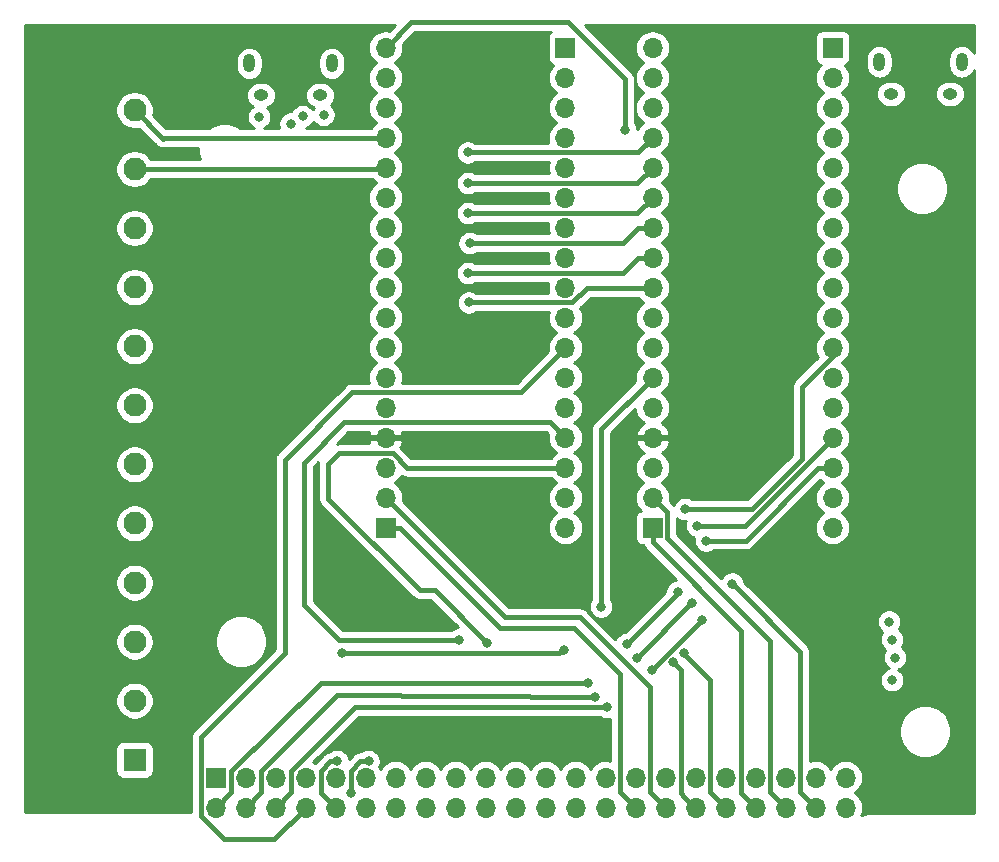
<source format=gbr>
G04 #@! TF.GenerationSoftware,KiCad,Pcbnew,(5.1.2-1)-1*
G04 #@! TF.CreationDate,2020-07-05T12:12:15-04:00*
G04 #@! TF.ProjectId,ArcadeMain,41726361-6465-44d6-9169-6e2e6b696361,rev?*
G04 #@! TF.SameCoordinates,Original*
G04 #@! TF.FileFunction,Copper,L4,Bot*
G04 #@! TF.FilePolarity,Positive*
%FSLAX46Y46*%
G04 Gerber Fmt 4.6, Leading zero omitted, Abs format (unit mm)*
G04 Created by KiCad (PCBNEW (5.1.2-1)-1) date 2020-07-05 12:12:15*
%MOMM*%
%LPD*%
G04 APERTURE LIST*
%ADD10O,1.000000X1.550000*%
%ADD11O,1.250000X0.950000*%
%ADD12O,1.700000X1.700000*%
%ADD13R,1.700000X1.700000*%
%ADD14C,1.950000*%
%ADD15R,1.950000X1.950000*%
%ADD16C,0.800000*%
%ADD17C,0.381000*%
%ADD18C,0.254000*%
G04 APERTURE END LIST*
D10*
X127056000Y-54196000D03*
X134056000Y-54196000D03*
D11*
X133056000Y-56896000D03*
X128056000Y-56896000D03*
D12*
X177546000Y-117221000D03*
X177546000Y-114681000D03*
X175006000Y-117221000D03*
X175006000Y-114681000D03*
X172466000Y-117221000D03*
X172466000Y-114681000D03*
X169926000Y-117221000D03*
X169926000Y-114681000D03*
X167386000Y-117221000D03*
X167386000Y-114681000D03*
X164846000Y-117221000D03*
X164846000Y-114681000D03*
X162306000Y-117221000D03*
X162306000Y-114681000D03*
X159766000Y-117221000D03*
X159766000Y-114681000D03*
X157226000Y-117221000D03*
X157226000Y-114681000D03*
X154686000Y-117221000D03*
X154686000Y-114681000D03*
X152146000Y-117221000D03*
X152146000Y-114681000D03*
X149606000Y-117221000D03*
X149606000Y-114681000D03*
X147066000Y-117221000D03*
X147066000Y-114681000D03*
X144526000Y-117221000D03*
X144526000Y-114681000D03*
X141986000Y-117221000D03*
X141986000Y-114681000D03*
X139446000Y-117221000D03*
X139446000Y-114681000D03*
X136906000Y-117221000D03*
X136906000Y-114681000D03*
X134366000Y-117221000D03*
X134366000Y-114681000D03*
X131826000Y-117221000D03*
X131826000Y-114681000D03*
X129286000Y-117221000D03*
X129286000Y-114681000D03*
X126746000Y-117221000D03*
X126746000Y-114681000D03*
X124206000Y-117221000D03*
D13*
X124206000Y-114681000D03*
D10*
X180396000Y-54069000D03*
X187396000Y-54069000D03*
D11*
X186396000Y-56769000D03*
X181396000Y-56769000D03*
D12*
X153822400Y-93522800D03*
X153822400Y-90982800D03*
X153822400Y-88442800D03*
X153822400Y-85902800D03*
X153822400Y-83362800D03*
X153822400Y-80822800D03*
X153822400Y-78282800D03*
X153822400Y-75742800D03*
X153822400Y-73202800D03*
X153822400Y-70662800D03*
X153822400Y-68122800D03*
X153822400Y-65582800D03*
X153822400Y-63042800D03*
X153822400Y-60502800D03*
X153822400Y-57962800D03*
X153822400Y-55422800D03*
D13*
X153822400Y-52882800D03*
D12*
X138607800Y-52882800D03*
X138607800Y-55422800D03*
X138607800Y-57962800D03*
X138607800Y-60502800D03*
X138607800Y-63042800D03*
X138607800Y-65582800D03*
X138607800Y-68122800D03*
X138607800Y-70662800D03*
X138607800Y-73202800D03*
X138607800Y-75742800D03*
X138607800Y-78282800D03*
X138607800Y-80822800D03*
X138607800Y-83362800D03*
X138607800Y-85902800D03*
X138607800Y-88442800D03*
X138607800Y-90982800D03*
D13*
X138607800Y-93522800D03*
D12*
X176453800Y-93522800D03*
X176453800Y-90982800D03*
X176453800Y-88442800D03*
X176453800Y-85902800D03*
X176453800Y-83362800D03*
X176453800Y-80822800D03*
X176453800Y-78282800D03*
X176453800Y-75742800D03*
X176453800Y-73202800D03*
X176453800Y-70662800D03*
X176453800Y-68122800D03*
X176453800Y-65582800D03*
X176453800Y-63042800D03*
X176453800Y-60502800D03*
X176453800Y-57962800D03*
X176453800Y-55422800D03*
D13*
X176453800Y-52882800D03*
D12*
X161213800Y-52882800D03*
X161213800Y-55422800D03*
X161213800Y-57962800D03*
X161213800Y-60502800D03*
X161213800Y-63042800D03*
X161213800Y-65582800D03*
X161213800Y-68122800D03*
X161213800Y-70662800D03*
X161213800Y-73202800D03*
X161213800Y-75742800D03*
X161213800Y-78282800D03*
X161213800Y-80822800D03*
X161213800Y-83362800D03*
X161213800Y-85902800D03*
X161213800Y-88442800D03*
X161213800Y-90982800D03*
D13*
X161213800Y-93522800D03*
D14*
X117348000Y-58157000D03*
X117348000Y-63157000D03*
X117348000Y-68157000D03*
X117348000Y-73157000D03*
X117348000Y-78157000D03*
X117348000Y-83157000D03*
X117348000Y-88157000D03*
X117348000Y-93157000D03*
X117348000Y-98157000D03*
X117348000Y-103157000D03*
X117348000Y-108157000D03*
D15*
X117348000Y-113157000D03*
D16*
X142494000Y-56388000D03*
X125476000Y-97282000D03*
X181483000Y-106426000D03*
X181737000Y-104521000D03*
X181229000Y-101473000D03*
X181483000Y-102997000D03*
X133350000Y-58564015D03*
X131572000Y-58674000D03*
X127889000Y-58738000D03*
X130556000Y-59309000D03*
X167947990Y-98244010D03*
X156845000Y-100203000D03*
X134874000Y-104140000D03*
X153670000Y-103886000D03*
X145647699Y-74443301D03*
X145588701Y-71962299D03*
X145715701Y-69422299D03*
X145588701Y-66882299D03*
X145588701Y-64342299D03*
X145563301Y-61743301D03*
X165735000Y-94615000D03*
X165354000Y-101346000D03*
X161163000Y-105537000D03*
X157353000Y-108712000D03*
X164973000Y-93345000D03*
X164573001Y-99930001D03*
X159893000Y-104521000D03*
X156337000Y-107823000D03*
X163957000Y-91948000D03*
X163322000Y-98933000D03*
X159004000Y-103378000D03*
X155702000Y-106680000D03*
X158877000Y-59817000D03*
X162941000Y-104902000D03*
X137160000Y-113284000D03*
X135636000Y-115951000D03*
X147193000Y-103251000D03*
X134493000Y-113284000D03*
X144780000Y-102997000D03*
X163830000Y-104140000D03*
X147955000Y-110617000D03*
X140970000Y-101092000D03*
D17*
X168347989Y-98644009D02*
X167947990Y-98244010D01*
X173706501Y-104002521D02*
X168347989Y-98644009D01*
X173706501Y-115921501D02*
X173706501Y-104002521D01*
X175006000Y-117221000D02*
X173706501Y-115921501D01*
X168685499Y-102225499D02*
X161213800Y-94753800D01*
X161213800Y-94753800D02*
X161213800Y-93522800D01*
X168685499Y-115980499D02*
X168685499Y-102225499D01*
X169926000Y-117221000D02*
X168685499Y-115980499D01*
X162063799Y-91832799D02*
X161213800Y-90982800D01*
X162454301Y-92223301D02*
X162063799Y-91832799D01*
X162454301Y-94382301D02*
X162454301Y-92223301D01*
X171166501Y-103094501D02*
X162454301Y-94382301D01*
X171166501Y-115921501D02*
X171166501Y-103094501D01*
X172466000Y-117221000D02*
X171166501Y-115921501D01*
X161213800Y-80822800D02*
X156845000Y-85191600D01*
X156845000Y-85191600D02*
X156845000Y-100203000D01*
X156845000Y-100203000D02*
X156845000Y-100203000D01*
X153670000Y-103886000D02*
X153670000Y-103886000D01*
X153289000Y-104140000D02*
X153670000Y-103886000D01*
X134874000Y-104140000D02*
X153289000Y-104140000D01*
X155658342Y-73202800D02*
X154417841Y-74443301D01*
X154417841Y-74443301D02*
X145647699Y-74443301D01*
X161213800Y-73202800D02*
X155658342Y-73202800D01*
X145647699Y-74443301D02*
X145647699Y-74443301D01*
X160011719Y-70662800D02*
X158712220Y-71962299D01*
X158712220Y-71962299D02*
X145588701Y-71962299D01*
X161213800Y-70662800D02*
X160011719Y-70662800D01*
X145588701Y-71962299D02*
X145588701Y-71962299D01*
X158712220Y-69422299D02*
X145715701Y-69422299D01*
X160011719Y-68122800D02*
X158712220Y-69422299D01*
X161213800Y-68122800D02*
X160011719Y-68122800D01*
X145715701Y-69422299D02*
X145715701Y-69422299D01*
X159914301Y-66882299D02*
X145588701Y-66882299D01*
X161213800Y-65582800D02*
X159914301Y-66882299D01*
X145588701Y-66882299D02*
X145588701Y-66882299D01*
X159914301Y-64342299D02*
X145749299Y-64342299D01*
X161213800Y-63042800D02*
X159914301Y-64342299D01*
X145749299Y-64342299D02*
X145588701Y-64342299D01*
X145588701Y-64342299D02*
X145588701Y-64342299D01*
X159973299Y-61743301D02*
X145563301Y-61743301D01*
X161213800Y-60502800D02*
X159973299Y-61743301D01*
X145563301Y-61743301D02*
X145563301Y-61743301D01*
X175251719Y-88442800D02*
X169079519Y-94615000D01*
X176453800Y-88442800D02*
X175251719Y-88442800D01*
X169079519Y-94615000D02*
X165735000Y-94615000D01*
X165735000Y-94615000D02*
X165735000Y-94615000D01*
X161562999Y-105137001D02*
X165354000Y-101346000D01*
X161163000Y-105537000D02*
X161562999Y-105137001D01*
X130585499Y-115921501D02*
X129286000Y-117221000D01*
X136017000Y-108712000D02*
X130585499Y-114085559D01*
X130585499Y-114085559D02*
X130585499Y-115921501D01*
X157353000Y-108712000D02*
X136017000Y-108712000D01*
X176453800Y-85902800D02*
X169011600Y-93345000D01*
X169011600Y-93345000D02*
X164973000Y-93345000D01*
X164973000Y-93345000D02*
X164973000Y-93345000D01*
X164483999Y-99930001D02*
X164573001Y-99930001D01*
X159893000Y-104521000D02*
X164483999Y-99930001D01*
X128045499Y-115921501D02*
X126746000Y-117221000D01*
X128045499Y-114085559D02*
X128045499Y-115921501D01*
X134493000Y-107696000D02*
X128045499Y-114085559D01*
X156337000Y-107823000D02*
X134493000Y-107696000D01*
X173863000Y-81577658D02*
X173863000Y-87671928D01*
X176453800Y-78986858D02*
X173863000Y-81577658D01*
X176453800Y-78282800D02*
X176453800Y-78986858D01*
X173863000Y-87671928D02*
X169586928Y-91948000D01*
X169586928Y-91948000D02*
X163957000Y-91948000D01*
X163957000Y-91948000D02*
X163957000Y-91948000D01*
X163322000Y-99060000D02*
X163322000Y-98933000D01*
X159004000Y-103378000D02*
X163322000Y-99060000D01*
X125505499Y-115921501D02*
X124206000Y-117221000D01*
X125505499Y-114085559D02*
X125505499Y-115921501D01*
X133096000Y-106680000D02*
X125505499Y-114085559D01*
X155702000Y-106680000D02*
X133096000Y-106680000D01*
X117348000Y-58157000D02*
X119761000Y-60570000D01*
X119828200Y-60502800D02*
X138607800Y-60502800D01*
X119761000Y-60570000D02*
X119828200Y-60502800D01*
X138493600Y-63157000D02*
X138607800Y-63042800D01*
X117348000Y-63157000D02*
X138493600Y-63157000D01*
X154050012Y-50707510D02*
X158877000Y-55534498D01*
X140783090Y-50707510D02*
X154050012Y-50707510D01*
X138607800Y-52882800D02*
X140783090Y-50707510D01*
X158877000Y-55534498D02*
X158877000Y-59817000D01*
X158877000Y-59817000D02*
X158877000Y-59944000D01*
X163996001Y-116371001D02*
X164846000Y-117221000D01*
X163605499Y-115980499D02*
X163996001Y-116371001D01*
X163605499Y-105566499D02*
X163605499Y-115980499D01*
X162941000Y-104902000D02*
X163605499Y-105566499D01*
X161006501Y-115921501D02*
X161006501Y-107031501D01*
X162306000Y-117221000D02*
X161006501Y-115921501D01*
X161006501Y-107031501D02*
X155067000Y-101092000D01*
X155067000Y-101092000D02*
X155067000Y-101092000D01*
X148717000Y-101092000D02*
X138607800Y-90982800D01*
X155067000Y-101092000D02*
X148717000Y-101092000D01*
X158466501Y-115921501D02*
X158466501Y-105888501D01*
X159766000Y-117221000D02*
X158466501Y-115921501D01*
X158466501Y-105888501D02*
X154559000Y-101981000D01*
X154559000Y-101981000D02*
X154559000Y-101981000D01*
X148297000Y-101981000D02*
X139838800Y-93522800D01*
X139838800Y-93522800D02*
X138607800Y-93522800D01*
X154559000Y-101981000D02*
X148297000Y-101981000D01*
X139203241Y-87202299D02*
X134666701Y-87202299D01*
X140443742Y-88442800D02*
X139203241Y-87202299D01*
X153822400Y-88442800D02*
X140443742Y-88442800D01*
X134666701Y-87202299D02*
X133731000Y-88138000D01*
X136594315Y-113284000D02*
X137160000Y-113284000D01*
X136467058Y-113284000D02*
X136594315Y-113284000D01*
X135636000Y-114115058D02*
X136467058Y-113284000D01*
X135636000Y-115951000D02*
X135636000Y-114115058D01*
X141488098Y-98806000D02*
X133731000Y-91048902D01*
X133731000Y-91048902D02*
X133731000Y-88138000D01*
X142748000Y-98806000D02*
X141488098Y-98806000D01*
X147193000Y-103251000D02*
X142748000Y-98806000D01*
X152522901Y-84603301D02*
X135106699Y-84603301D01*
X153822400Y-85902800D02*
X152522901Y-84603301D01*
X135106699Y-84603301D02*
X131699000Y-88011000D01*
X133927315Y-113284000D02*
X134493000Y-113284000D01*
X133927058Y-113284000D02*
X133927315Y-113284000D01*
X133125499Y-114085559D02*
X133927058Y-113284000D01*
X133125499Y-115980499D02*
X133125499Y-114085559D01*
X134366000Y-117221000D02*
X133125499Y-115980499D01*
X144780000Y-102997000D02*
X134620000Y-102997000D01*
X131699000Y-100076000D02*
X131699000Y-88011000D01*
X134620000Y-102997000D02*
X131699000Y-100076000D01*
X129159000Y-119888000D02*
X131826000Y-117221000D01*
X124920619Y-119888000D02*
X129159000Y-119888000D01*
X122965499Y-117932880D02*
X124920619Y-119888000D01*
X122965499Y-111222501D02*
X122965499Y-117932880D01*
X130048000Y-104140000D02*
X122965499Y-111222501D01*
X135741699Y-82063301D02*
X130048000Y-87757000D01*
X130048000Y-87757000D02*
X130048000Y-104140000D01*
X150041899Y-82063301D02*
X135741699Y-82063301D01*
X153822400Y-78282800D02*
X150041899Y-82063301D01*
X164229999Y-104539999D02*
X163830000Y-104140000D01*
X166086501Y-115921501D02*
X166086501Y-106396501D01*
X166086501Y-106396501D02*
X164229999Y-104539999D01*
X167386000Y-117221000D02*
X166086501Y-115921501D01*
D18*
G36*
X188443001Y-53345066D02*
G01*
X188344284Y-53160377D01*
X188202449Y-52987551D01*
X188029623Y-52845716D01*
X187832447Y-52740324D01*
X187618499Y-52675423D01*
X187396000Y-52653509D01*
X187173502Y-52675423D01*
X186959554Y-52740324D01*
X186762378Y-52845716D01*
X186589552Y-52987551D01*
X186447717Y-53160377D01*
X186342324Y-53357553D01*
X186277423Y-53571501D01*
X186261000Y-53738248D01*
X186261000Y-54399751D01*
X186277423Y-54566498D01*
X186342324Y-54780446D01*
X186447716Y-54977623D01*
X186589551Y-55150449D01*
X186762377Y-55292284D01*
X186959553Y-55397676D01*
X187173501Y-55462577D01*
X187396000Y-55484491D01*
X187618498Y-55462577D01*
X187832446Y-55397676D01*
X188029623Y-55292284D01*
X188202449Y-55150449D01*
X188344284Y-54977623D01*
X188443001Y-54792935D01*
X188443000Y-117704000D01*
X179356419Y-117704000D01*
X179324000Y-117700807D01*
X179291581Y-117704000D01*
X179194617Y-117713550D01*
X179070207Y-117751290D01*
X178955550Y-117812575D01*
X178880853Y-117873878D01*
X178924599Y-117792034D01*
X179009513Y-117512111D01*
X179038185Y-117221000D01*
X179009513Y-116929889D01*
X178924599Y-116649966D01*
X178786706Y-116391986D01*
X178601134Y-116165866D01*
X178375014Y-115980294D01*
X178320209Y-115951000D01*
X178375014Y-115921706D01*
X178601134Y-115736134D01*
X178786706Y-115510014D01*
X178924599Y-115252034D01*
X179009513Y-114972111D01*
X179038185Y-114681000D01*
X179009513Y-114389889D01*
X178924599Y-114109966D01*
X178786706Y-113851986D01*
X178601134Y-113625866D01*
X178375014Y-113440294D01*
X178117034Y-113302401D01*
X177837111Y-113217487D01*
X177618950Y-113196000D01*
X177473050Y-113196000D01*
X177254889Y-113217487D01*
X176974966Y-113302401D01*
X176716986Y-113440294D01*
X176490866Y-113625866D01*
X176305294Y-113851986D01*
X176276000Y-113906791D01*
X176246706Y-113851986D01*
X176061134Y-113625866D01*
X175835014Y-113440294D01*
X175577034Y-113302401D01*
X175297111Y-113217487D01*
X175078950Y-113196000D01*
X174933050Y-113196000D01*
X174714889Y-113217487D01*
X174532001Y-113272966D01*
X174532001Y-110523872D01*
X182042000Y-110523872D01*
X182042000Y-110964128D01*
X182127890Y-111395925D01*
X182296369Y-111802669D01*
X182540962Y-112168729D01*
X182852271Y-112480038D01*
X183218331Y-112724631D01*
X183625075Y-112893110D01*
X184056872Y-112979000D01*
X184497128Y-112979000D01*
X184928925Y-112893110D01*
X185335669Y-112724631D01*
X185701729Y-112480038D01*
X186013038Y-112168729D01*
X186257631Y-111802669D01*
X186426110Y-111395925D01*
X186512000Y-110964128D01*
X186512000Y-110523872D01*
X186426110Y-110092075D01*
X186257631Y-109685331D01*
X186013038Y-109319271D01*
X185701729Y-109007962D01*
X185335669Y-108763369D01*
X184928925Y-108594890D01*
X184497128Y-108509000D01*
X184056872Y-108509000D01*
X183625075Y-108594890D01*
X183218331Y-108763369D01*
X182852271Y-109007962D01*
X182540962Y-109319271D01*
X182296369Y-109685331D01*
X182127890Y-110092075D01*
X182042000Y-110523872D01*
X174532001Y-110523872D01*
X174532001Y-104043063D01*
X174535994Y-104002520D01*
X174532001Y-103961977D01*
X174532001Y-103961968D01*
X174520057Y-103840695D01*
X174472854Y-103685087D01*
X174396200Y-103541679D01*
X174293042Y-103415980D01*
X174261541Y-103390128D01*
X172242474Y-101371061D01*
X180194000Y-101371061D01*
X180194000Y-101574939D01*
X180233774Y-101774898D01*
X180311795Y-101963256D01*
X180425063Y-102132774D01*
X180569226Y-102276937D01*
X180673011Y-102346284D01*
X180565795Y-102506744D01*
X180487774Y-102695102D01*
X180448000Y-102895061D01*
X180448000Y-103098939D01*
X180487774Y-103298898D01*
X180565795Y-103487256D01*
X180679063Y-103656774D01*
X180823226Y-103800937D01*
X180927011Y-103870284D01*
X180819795Y-104030744D01*
X180741774Y-104219102D01*
X180702000Y-104419061D01*
X180702000Y-104622939D01*
X180741774Y-104822898D01*
X180819795Y-105011256D01*
X180933063Y-105180774D01*
X181077226Y-105324937D01*
X181223116Y-105422417D01*
X181181102Y-105430774D01*
X180992744Y-105508795D01*
X180823226Y-105622063D01*
X180679063Y-105766226D01*
X180565795Y-105935744D01*
X180487774Y-106124102D01*
X180448000Y-106324061D01*
X180448000Y-106527939D01*
X180487774Y-106727898D01*
X180565795Y-106916256D01*
X180679063Y-107085774D01*
X180823226Y-107229937D01*
X180992744Y-107343205D01*
X181181102Y-107421226D01*
X181381061Y-107461000D01*
X181584939Y-107461000D01*
X181784898Y-107421226D01*
X181973256Y-107343205D01*
X182142774Y-107229937D01*
X182286937Y-107085774D01*
X182400205Y-106916256D01*
X182478226Y-106727898D01*
X182518000Y-106527939D01*
X182518000Y-106324061D01*
X182478226Y-106124102D01*
X182400205Y-105935744D01*
X182286937Y-105766226D01*
X182142774Y-105622063D01*
X181996884Y-105524583D01*
X182038898Y-105516226D01*
X182227256Y-105438205D01*
X182396774Y-105324937D01*
X182540937Y-105180774D01*
X182654205Y-105011256D01*
X182732226Y-104822898D01*
X182772000Y-104622939D01*
X182772000Y-104419061D01*
X182732226Y-104219102D01*
X182654205Y-104030744D01*
X182540937Y-103861226D01*
X182396774Y-103717063D01*
X182292989Y-103647716D01*
X182400205Y-103487256D01*
X182478226Y-103298898D01*
X182518000Y-103098939D01*
X182518000Y-102895061D01*
X182478226Y-102695102D01*
X182400205Y-102506744D01*
X182286937Y-102337226D01*
X182142774Y-102193063D01*
X182038989Y-102123716D01*
X182146205Y-101963256D01*
X182224226Y-101774898D01*
X182264000Y-101574939D01*
X182264000Y-101371061D01*
X182224226Y-101171102D01*
X182146205Y-100982744D01*
X182032937Y-100813226D01*
X181888774Y-100669063D01*
X181719256Y-100555795D01*
X181530898Y-100477774D01*
X181330939Y-100438000D01*
X181127061Y-100438000D01*
X180927102Y-100477774D01*
X180738744Y-100555795D01*
X180569226Y-100669063D01*
X180425063Y-100813226D01*
X180311795Y-100982744D01*
X180233774Y-101171102D01*
X180194000Y-101371061D01*
X172242474Y-101371061D01*
X168975419Y-98104007D01*
X168943216Y-97942112D01*
X168865195Y-97753754D01*
X168751927Y-97584236D01*
X168607764Y-97440073D01*
X168438246Y-97326805D01*
X168249888Y-97248784D01*
X168049929Y-97209010D01*
X167846051Y-97209010D01*
X167646092Y-97248784D01*
X167457734Y-97326805D01*
X167288216Y-97440073D01*
X167144053Y-97584236D01*
X167030785Y-97753754D01*
X167019773Y-97780340D01*
X163279801Y-94040369D01*
X163279801Y-92734512D01*
X163297226Y-92751937D01*
X163466744Y-92865205D01*
X163655102Y-92943226D01*
X163855061Y-92983000D01*
X164002669Y-92983000D01*
X163977774Y-93043102D01*
X163938000Y-93243061D01*
X163938000Y-93446939D01*
X163977774Y-93646898D01*
X164055795Y-93835256D01*
X164169063Y-94004774D01*
X164313226Y-94148937D01*
X164482744Y-94262205D01*
X164671102Y-94340226D01*
X164731970Y-94352333D01*
X164700000Y-94513061D01*
X164700000Y-94716939D01*
X164739774Y-94916898D01*
X164817795Y-95105256D01*
X164931063Y-95274774D01*
X165075226Y-95418937D01*
X165244744Y-95532205D01*
X165433102Y-95610226D01*
X165633061Y-95650000D01*
X165836939Y-95650000D01*
X166036898Y-95610226D01*
X166225256Y-95532205D01*
X166362503Y-95440500D01*
X169038969Y-95440500D01*
X169079519Y-95444494D01*
X169120069Y-95440500D01*
X169120072Y-95440500D01*
X169241345Y-95428556D01*
X169396953Y-95381353D01*
X169540361Y-95304699D01*
X169666060Y-95201541D01*
X169691917Y-95170034D01*
X175383048Y-89478904D01*
X175398666Y-89497934D01*
X175624786Y-89683506D01*
X175679591Y-89712800D01*
X175624786Y-89742094D01*
X175398666Y-89927666D01*
X175213094Y-90153786D01*
X175075201Y-90411766D01*
X174990287Y-90691689D01*
X174961615Y-90982800D01*
X174990287Y-91273911D01*
X175075201Y-91553834D01*
X175213094Y-91811814D01*
X175398666Y-92037934D01*
X175624786Y-92223506D01*
X175679591Y-92252800D01*
X175624786Y-92282094D01*
X175398666Y-92467666D01*
X175213094Y-92693786D01*
X175075201Y-92951766D01*
X174990287Y-93231689D01*
X174961615Y-93522800D01*
X174990287Y-93813911D01*
X175075201Y-94093834D01*
X175213094Y-94351814D01*
X175398666Y-94577934D01*
X175624786Y-94763506D01*
X175882766Y-94901399D01*
X176162689Y-94986313D01*
X176380850Y-95007800D01*
X176526750Y-95007800D01*
X176744911Y-94986313D01*
X177024834Y-94901399D01*
X177282814Y-94763506D01*
X177508934Y-94577934D01*
X177694506Y-94351814D01*
X177832399Y-94093834D01*
X177917313Y-93813911D01*
X177945985Y-93522800D01*
X177917313Y-93231689D01*
X177832399Y-92951766D01*
X177694506Y-92693786D01*
X177508934Y-92467666D01*
X177282814Y-92282094D01*
X177228009Y-92252800D01*
X177282814Y-92223506D01*
X177508934Y-92037934D01*
X177694506Y-91811814D01*
X177832399Y-91553834D01*
X177917313Y-91273911D01*
X177945985Y-90982800D01*
X177917313Y-90691689D01*
X177832399Y-90411766D01*
X177694506Y-90153786D01*
X177508934Y-89927666D01*
X177282814Y-89742094D01*
X177228009Y-89712800D01*
X177282814Y-89683506D01*
X177508934Y-89497934D01*
X177694506Y-89271814D01*
X177832399Y-89013834D01*
X177917313Y-88733911D01*
X177945985Y-88442800D01*
X177917313Y-88151689D01*
X177832399Y-87871766D01*
X177694506Y-87613786D01*
X177508934Y-87387666D01*
X177282814Y-87202094D01*
X177228009Y-87172800D01*
X177282814Y-87143506D01*
X177508934Y-86957934D01*
X177694506Y-86731814D01*
X177832399Y-86473834D01*
X177917313Y-86193911D01*
X177945985Y-85902800D01*
X177917313Y-85611689D01*
X177832399Y-85331766D01*
X177694506Y-85073786D01*
X177508934Y-84847666D01*
X177282814Y-84662094D01*
X177228009Y-84632800D01*
X177282814Y-84603506D01*
X177508934Y-84417934D01*
X177694506Y-84191814D01*
X177832399Y-83933834D01*
X177917313Y-83653911D01*
X177945985Y-83362800D01*
X177917313Y-83071689D01*
X177832399Y-82791766D01*
X177694506Y-82533786D01*
X177508934Y-82307666D01*
X177282814Y-82122094D01*
X177228009Y-82092800D01*
X177282814Y-82063506D01*
X177508934Y-81877934D01*
X177694506Y-81651814D01*
X177832399Y-81393834D01*
X177917313Y-81113911D01*
X177945985Y-80822800D01*
X177917313Y-80531689D01*
X177832399Y-80251766D01*
X177694506Y-79993786D01*
X177508934Y-79767666D01*
X177282814Y-79582094D01*
X177228009Y-79552800D01*
X177282814Y-79523506D01*
X177508934Y-79337934D01*
X177694506Y-79111814D01*
X177832399Y-78853834D01*
X177917313Y-78573911D01*
X177945985Y-78282800D01*
X177917313Y-77991689D01*
X177832399Y-77711766D01*
X177694506Y-77453786D01*
X177508934Y-77227666D01*
X177282814Y-77042094D01*
X177228009Y-77012800D01*
X177282814Y-76983506D01*
X177508934Y-76797934D01*
X177694506Y-76571814D01*
X177832399Y-76313834D01*
X177917313Y-76033911D01*
X177945985Y-75742800D01*
X177917313Y-75451689D01*
X177832399Y-75171766D01*
X177694506Y-74913786D01*
X177508934Y-74687666D01*
X177282814Y-74502094D01*
X177228009Y-74472800D01*
X177282814Y-74443506D01*
X177508934Y-74257934D01*
X177694506Y-74031814D01*
X177832399Y-73773834D01*
X177917313Y-73493911D01*
X177945985Y-73202800D01*
X177917313Y-72911689D01*
X177832399Y-72631766D01*
X177694506Y-72373786D01*
X177508934Y-72147666D01*
X177282814Y-71962094D01*
X177228009Y-71932800D01*
X177282814Y-71903506D01*
X177508934Y-71717934D01*
X177694506Y-71491814D01*
X177832399Y-71233834D01*
X177917313Y-70953911D01*
X177945985Y-70662800D01*
X177917313Y-70371689D01*
X177832399Y-70091766D01*
X177694506Y-69833786D01*
X177508934Y-69607666D01*
X177282814Y-69422094D01*
X177228009Y-69392800D01*
X177282814Y-69363506D01*
X177508934Y-69177934D01*
X177694506Y-68951814D01*
X177832399Y-68693834D01*
X177917313Y-68413911D01*
X177945985Y-68122800D01*
X177917313Y-67831689D01*
X177832399Y-67551766D01*
X177694506Y-67293786D01*
X177508934Y-67067666D01*
X177282814Y-66882094D01*
X177228009Y-66852800D01*
X177282814Y-66823506D01*
X177508934Y-66637934D01*
X177694506Y-66411814D01*
X177832399Y-66153834D01*
X177917313Y-65873911D01*
X177945985Y-65582800D01*
X177917313Y-65291689D01*
X177832399Y-65011766D01*
X177694506Y-64753786D01*
X177527159Y-64549872D01*
X181788000Y-64549872D01*
X181788000Y-64990128D01*
X181873890Y-65421925D01*
X182042369Y-65828669D01*
X182286962Y-66194729D01*
X182598271Y-66506038D01*
X182964331Y-66750631D01*
X183371075Y-66919110D01*
X183802872Y-67005000D01*
X184243128Y-67005000D01*
X184674925Y-66919110D01*
X185081669Y-66750631D01*
X185447729Y-66506038D01*
X185759038Y-66194729D01*
X186003631Y-65828669D01*
X186172110Y-65421925D01*
X186258000Y-64990128D01*
X186258000Y-64549872D01*
X186172110Y-64118075D01*
X186003631Y-63711331D01*
X185759038Y-63345271D01*
X185447729Y-63033962D01*
X185081669Y-62789369D01*
X184674925Y-62620890D01*
X184243128Y-62535000D01*
X183802872Y-62535000D01*
X183371075Y-62620890D01*
X182964331Y-62789369D01*
X182598271Y-63033962D01*
X182286962Y-63345271D01*
X182042369Y-63711331D01*
X181873890Y-64118075D01*
X181788000Y-64549872D01*
X177527159Y-64549872D01*
X177508934Y-64527666D01*
X177282814Y-64342094D01*
X177228009Y-64312800D01*
X177282814Y-64283506D01*
X177508934Y-64097934D01*
X177694506Y-63871814D01*
X177832399Y-63613834D01*
X177917313Y-63333911D01*
X177945985Y-63042800D01*
X177917313Y-62751689D01*
X177832399Y-62471766D01*
X177694506Y-62213786D01*
X177508934Y-61987666D01*
X177282814Y-61802094D01*
X177228009Y-61772800D01*
X177282814Y-61743506D01*
X177508934Y-61557934D01*
X177694506Y-61331814D01*
X177832399Y-61073834D01*
X177917313Y-60793911D01*
X177945985Y-60502800D01*
X177917313Y-60211689D01*
X177832399Y-59931766D01*
X177694506Y-59673786D01*
X177508934Y-59447666D01*
X177282814Y-59262094D01*
X177228009Y-59232800D01*
X177282814Y-59203506D01*
X177508934Y-59017934D01*
X177694506Y-58791814D01*
X177832399Y-58533834D01*
X177917313Y-58253911D01*
X177945985Y-57962800D01*
X177917313Y-57671689D01*
X177832399Y-57391766D01*
X177694506Y-57133786D01*
X177508934Y-56907666D01*
X177339970Y-56769000D01*
X180130630Y-56769000D01*
X180152062Y-56986598D01*
X180215532Y-57195834D01*
X180318604Y-57388666D01*
X180457314Y-57557686D01*
X180626334Y-57696396D01*
X180819166Y-57799468D01*
X181028402Y-57862938D01*
X181191479Y-57879000D01*
X181600521Y-57879000D01*
X181763598Y-57862938D01*
X181972834Y-57799468D01*
X182165666Y-57696396D01*
X182334686Y-57557686D01*
X182473396Y-57388666D01*
X182576468Y-57195834D01*
X182639938Y-56986598D01*
X182661370Y-56769000D01*
X185130630Y-56769000D01*
X185152062Y-56986598D01*
X185215532Y-57195834D01*
X185318604Y-57388666D01*
X185457314Y-57557686D01*
X185626334Y-57696396D01*
X185819166Y-57799468D01*
X186028402Y-57862938D01*
X186191479Y-57879000D01*
X186600521Y-57879000D01*
X186763598Y-57862938D01*
X186972834Y-57799468D01*
X187165666Y-57696396D01*
X187334686Y-57557686D01*
X187473396Y-57388666D01*
X187576468Y-57195834D01*
X187639938Y-56986598D01*
X187661370Y-56769000D01*
X187639938Y-56551402D01*
X187576468Y-56342166D01*
X187473396Y-56149334D01*
X187334686Y-55980314D01*
X187165666Y-55841604D01*
X186972834Y-55738532D01*
X186763598Y-55675062D01*
X186600521Y-55659000D01*
X186191479Y-55659000D01*
X186028402Y-55675062D01*
X185819166Y-55738532D01*
X185626334Y-55841604D01*
X185457314Y-55980314D01*
X185318604Y-56149334D01*
X185215532Y-56342166D01*
X185152062Y-56551402D01*
X185130630Y-56769000D01*
X182661370Y-56769000D01*
X182639938Y-56551402D01*
X182576468Y-56342166D01*
X182473396Y-56149334D01*
X182334686Y-55980314D01*
X182165666Y-55841604D01*
X181972834Y-55738532D01*
X181763598Y-55675062D01*
X181600521Y-55659000D01*
X181191479Y-55659000D01*
X181028402Y-55675062D01*
X180819166Y-55738532D01*
X180626334Y-55841604D01*
X180457314Y-55980314D01*
X180318604Y-56149334D01*
X180215532Y-56342166D01*
X180152062Y-56551402D01*
X180130630Y-56769000D01*
X177339970Y-56769000D01*
X177282814Y-56722094D01*
X177228009Y-56692800D01*
X177282814Y-56663506D01*
X177508934Y-56477934D01*
X177694506Y-56251814D01*
X177832399Y-55993834D01*
X177917313Y-55713911D01*
X177945985Y-55422800D01*
X177917313Y-55131689D01*
X177832399Y-54851766D01*
X177694506Y-54593786D01*
X177508934Y-54367666D01*
X177479113Y-54343193D01*
X177547980Y-54322302D01*
X177658294Y-54263337D01*
X177754985Y-54183985D01*
X177834337Y-54087294D01*
X177893302Y-53976980D01*
X177929612Y-53857282D01*
X177941335Y-53738248D01*
X179261000Y-53738248D01*
X179261000Y-54399751D01*
X179277423Y-54566498D01*
X179342324Y-54780446D01*
X179447716Y-54977623D01*
X179589551Y-55150449D01*
X179762377Y-55292284D01*
X179959553Y-55397676D01*
X180173501Y-55462577D01*
X180396000Y-55484491D01*
X180618498Y-55462577D01*
X180832446Y-55397676D01*
X181029623Y-55292284D01*
X181202449Y-55150449D01*
X181344284Y-54977623D01*
X181449676Y-54780447D01*
X181514577Y-54566499D01*
X181531000Y-54399752D01*
X181531000Y-53738249D01*
X181514577Y-53571502D01*
X181449676Y-53357554D01*
X181344284Y-53160377D01*
X181202449Y-52987551D01*
X181029623Y-52845716D01*
X180832447Y-52740324D01*
X180618499Y-52675423D01*
X180396000Y-52653509D01*
X180173502Y-52675423D01*
X179959554Y-52740324D01*
X179762378Y-52845716D01*
X179589552Y-52987551D01*
X179447717Y-53160377D01*
X179342324Y-53357553D01*
X179277423Y-53571501D01*
X179261000Y-53738248D01*
X177941335Y-53738248D01*
X177941872Y-53732800D01*
X177941872Y-52032800D01*
X177929612Y-51908318D01*
X177893302Y-51788620D01*
X177834337Y-51678306D01*
X177754985Y-51581615D01*
X177658294Y-51502263D01*
X177547980Y-51443298D01*
X177428282Y-51406988D01*
X177303800Y-51394728D01*
X175603800Y-51394728D01*
X175479318Y-51406988D01*
X175359620Y-51443298D01*
X175249306Y-51502263D01*
X175152615Y-51581615D01*
X175073263Y-51678306D01*
X175014298Y-51788620D01*
X174977988Y-51908318D01*
X174965728Y-52032800D01*
X174965728Y-53732800D01*
X174977988Y-53857282D01*
X175014298Y-53976980D01*
X175073263Y-54087294D01*
X175152615Y-54183985D01*
X175249306Y-54263337D01*
X175359620Y-54322302D01*
X175428487Y-54343193D01*
X175398666Y-54367666D01*
X175213094Y-54593786D01*
X175075201Y-54851766D01*
X174990287Y-55131689D01*
X174961615Y-55422800D01*
X174990287Y-55713911D01*
X175075201Y-55993834D01*
X175213094Y-56251814D01*
X175398666Y-56477934D01*
X175624786Y-56663506D01*
X175679591Y-56692800D01*
X175624786Y-56722094D01*
X175398666Y-56907666D01*
X175213094Y-57133786D01*
X175075201Y-57391766D01*
X174990287Y-57671689D01*
X174961615Y-57962800D01*
X174990287Y-58253911D01*
X175075201Y-58533834D01*
X175213094Y-58791814D01*
X175398666Y-59017934D01*
X175624786Y-59203506D01*
X175679591Y-59232800D01*
X175624786Y-59262094D01*
X175398666Y-59447666D01*
X175213094Y-59673786D01*
X175075201Y-59931766D01*
X174990287Y-60211689D01*
X174961615Y-60502800D01*
X174990287Y-60793911D01*
X175075201Y-61073834D01*
X175213094Y-61331814D01*
X175398666Y-61557934D01*
X175624786Y-61743506D01*
X175679591Y-61772800D01*
X175624786Y-61802094D01*
X175398666Y-61987666D01*
X175213094Y-62213786D01*
X175075201Y-62471766D01*
X174990287Y-62751689D01*
X174961615Y-63042800D01*
X174990287Y-63333911D01*
X175075201Y-63613834D01*
X175213094Y-63871814D01*
X175398666Y-64097934D01*
X175624786Y-64283506D01*
X175679591Y-64312800D01*
X175624786Y-64342094D01*
X175398666Y-64527666D01*
X175213094Y-64753786D01*
X175075201Y-65011766D01*
X174990287Y-65291689D01*
X174961615Y-65582800D01*
X174990287Y-65873911D01*
X175075201Y-66153834D01*
X175213094Y-66411814D01*
X175398666Y-66637934D01*
X175624786Y-66823506D01*
X175679591Y-66852800D01*
X175624786Y-66882094D01*
X175398666Y-67067666D01*
X175213094Y-67293786D01*
X175075201Y-67551766D01*
X174990287Y-67831689D01*
X174961615Y-68122800D01*
X174990287Y-68413911D01*
X175075201Y-68693834D01*
X175213094Y-68951814D01*
X175398666Y-69177934D01*
X175624786Y-69363506D01*
X175679591Y-69392800D01*
X175624786Y-69422094D01*
X175398666Y-69607666D01*
X175213094Y-69833786D01*
X175075201Y-70091766D01*
X174990287Y-70371689D01*
X174961615Y-70662800D01*
X174990287Y-70953911D01*
X175075201Y-71233834D01*
X175213094Y-71491814D01*
X175398666Y-71717934D01*
X175624786Y-71903506D01*
X175679591Y-71932800D01*
X175624786Y-71962094D01*
X175398666Y-72147666D01*
X175213094Y-72373786D01*
X175075201Y-72631766D01*
X174990287Y-72911689D01*
X174961615Y-73202800D01*
X174990287Y-73493911D01*
X175075201Y-73773834D01*
X175213094Y-74031814D01*
X175398666Y-74257934D01*
X175624786Y-74443506D01*
X175679591Y-74472800D01*
X175624786Y-74502094D01*
X175398666Y-74687666D01*
X175213094Y-74913786D01*
X175075201Y-75171766D01*
X174990287Y-75451689D01*
X174961615Y-75742800D01*
X174990287Y-76033911D01*
X175075201Y-76313834D01*
X175213094Y-76571814D01*
X175398666Y-76797934D01*
X175624786Y-76983506D01*
X175679591Y-77012800D01*
X175624786Y-77042094D01*
X175398666Y-77227666D01*
X175213094Y-77453786D01*
X175075201Y-77711766D01*
X174990287Y-77991689D01*
X174961615Y-78282800D01*
X174990287Y-78573911D01*
X175075201Y-78853834D01*
X175195092Y-79078134D01*
X173307966Y-80965260D01*
X173276459Y-80991117D01*
X173207214Y-81075493D01*
X173173301Y-81116816D01*
X173160784Y-81140234D01*
X173096647Y-81260225D01*
X173049444Y-81415833D01*
X173040341Y-81508260D01*
X173033506Y-81577658D01*
X173037500Y-81618209D01*
X173037501Y-87329994D01*
X169244996Y-91122500D01*
X164584503Y-91122500D01*
X164447256Y-91030795D01*
X164258898Y-90952774D01*
X164058939Y-90913000D01*
X163855061Y-90913000D01*
X163655102Y-90952774D01*
X163466744Y-91030795D01*
X163297226Y-91144063D01*
X163153063Y-91288226D01*
X163039795Y-91457744D01*
X162986014Y-91587582D01*
X162676195Y-91277763D01*
X162676190Y-91277757D01*
X162676156Y-91277723D01*
X162677313Y-91273911D01*
X162705985Y-90982800D01*
X162677313Y-90691689D01*
X162592399Y-90411766D01*
X162454506Y-90153786D01*
X162268934Y-89927666D01*
X162042814Y-89742094D01*
X161988009Y-89712800D01*
X162042814Y-89683506D01*
X162268934Y-89497934D01*
X162454506Y-89271814D01*
X162592399Y-89013834D01*
X162677313Y-88733911D01*
X162705985Y-88442800D01*
X162677313Y-88151689D01*
X162592399Y-87871766D01*
X162454506Y-87613786D01*
X162268934Y-87387666D01*
X162042814Y-87202094D01*
X161978277Y-87167599D01*
X162095155Y-87097978D01*
X162311388Y-86903069D01*
X162485441Y-86669720D01*
X162610625Y-86406899D01*
X162655276Y-86259690D01*
X162533955Y-86029800D01*
X161340800Y-86029800D01*
X161340800Y-86049800D01*
X161086800Y-86049800D01*
X161086800Y-86029800D01*
X159893645Y-86029800D01*
X159772324Y-86259690D01*
X159816975Y-86406899D01*
X159942159Y-86669720D01*
X160116212Y-86903069D01*
X160332445Y-87097978D01*
X160449323Y-87167599D01*
X160384786Y-87202094D01*
X160158666Y-87387666D01*
X159973094Y-87613786D01*
X159835201Y-87871766D01*
X159750287Y-88151689D01*
X159721615Y-88442800D01*
X159750287Y-88733911D01*
X159835201Y-89013834D01*
X159973094Y-89271814D01*
X160158666Y-89497934D01*
X160384786Y-89683506D01*
X160439591Y-89712800D01*
X160384786Y-89742094D01*
X160158666Y-89927666D01*
X159973094Y-90153786D01*
X159835201Y-90411766D01*
X159750287Y-90691689D01*
X159721615Y-90982800D01*
X159750287Y-91273911D01*
X159835201Y-91553834D01*
X159973094Y-91811814D01*
X160158666Y-92037934D01*
X160188487Y-92062407D01*
X160119620Y-92083298D01*
X160009306Y-92142263D01*
X159912615Y-92221615D01*
X159833263Y-92318306D01*
X159774298Y-92428620D01*
X159737988Y-92548318D01*
X159725728Y-92672800D01*
X159725728Y-94372800D01*
X159737988Y-94497282D01*
X159774298Y-94616980D01*
X159833263Y-94727294D01*
X159912615Y-94823985D01*
X160009306Y-94903337D01*
X160119620Y-94962302D01*
X160239318Y-94998612D01*
X160363800Y-95010872D01*
X160429137Y-95010872D01*
X160447447Y-95071233D01*
X160524101Y-95214642D01*
X160558014Y-95255965D01*
X160627259Y-95340341D01*
X160658766Y-95366198D01*
X163195461Y-97902893D01*
X163020102Y-97937774D01*
X162831744Y-98015795D01*
X162662226Y-98129063D01*
X162518063Y-98273226D01*
X162404795Y-98442744D01*
X162326774Y-98631102D01*
X162287000Y-98831061D01*
X162287000Y-98927567D01*
X158863996Y-102350571D01*
X158702102Y-102382774D01*
X158513744Y-102460795D01*
X158344226Y-102574063D01*
X158200063Y-102718226D01*
X158086795Y-102887744D01*
X158070212Y-102927779D01*
X155679398Y-100536966D01*
X155653541Y-100505459D01*
X155527842Y-100402301D01*
X155384434Y-100325647D01*
X155228826Y-100278444D01*
X155107553Y-100266500D01*
X155107550Y-100266500D01*
X155067000Y-100262506D01*
X155026450Y-100266500D01*
X149058934Y-100266500D01*
X140070156Y-91277724D01*
X140071313Y-91273911D01*
X140099985Y-90982800D01*
X140071313Y-90691689D01*
X139986399Y-90411766D01*
X139848506Y-90153786D01*
X139662934Y-89927666D01*
X139436814Y-89742094D01*
X139382009Y-89712800D01*
X139436814Y-89683506D01*
X139662934Y-89497934D01*
X139848506Y-89271814D01*
X139941244Y-89098313D01*
X139982900Y-89132499D01*
X140126308Y-89209153D01*
X140281916Y-89256356D01*
X140403189Y-89268300D01*
X140403198Y-89268300D01*
X140443741Y-89272293D01*
X140484284Y-89268300D01*
X152579816Y-89268300D01*
X152581694Y-89271814D01*
X152767266Y-89497934D01*
X152993386Y-89683506D01*
X153048191Y-89712800D01*
X152993386Y-89742094D01*
X152767266Y-89927666D01*
X152581694Y-90153786D01*
X152443801Y-90411766D01*
X152358887Y-90691689D01*
X152330215Y-90982800D01*
X152358887Y-91273911D01*
X152443801Y-91553834D01*
X152581694Y-91811814D01*
X152767266Y-92037934D01*
X152993386Y-92223506D01*
X153048191Y-92252800D01*
X152993386Y-92282094D01*
X152767266Y-92467666D01*
X152581694Y-92693786D01*
X152443801Y-92951766D01*
X152358887Y-93231689D01*
X152330215Y-93522800D01*
X152358887Y-93813911D01*
X152443801Y-94093834D01*
X152581694Y-94351814D01*
X152767266Y-94577934D01*
X152993386Y-94763506D01*
X153251366Y-94901399D01*
X153531289Y-94986313D01*
X153749450Y-95007800D01*
X153895350Y-95007800D01*
X154113511Y-94986313D01*
X154393434Y-94901399D01*
X154651414Y-94763506D01*
X154877534Y-94577934D01*
X155063106Y-94351814D01*
X155200999Y-94093834D01*
X155285913Y-93813911D01*
X155314585Y-93522800D01*
X155285913Y-93231689D01*
X155200999Y-92951766D01*
X155063106Y-92693786D01*
X154877534Y-92467666D01*
X154651414Y-92282094D01*
X154596609Y-92252800D01*
X154651414Y-92223506D01*
X154877534Y-92037934D01*
X155063106Y-91811814D01*
X155200999Y-91553834D01*
X155285913Y-91273911D01*
X155314585Y-90982800D01*
X155285913Y-90691689D01*
X155200999Y-90411766D01*
X155063106Y-90153786D01*
X154877534Y-89927666D01*
X154651414Y-89742094D01*
X154596609Y-89712800D01*
X154651414Y-89683506D01*
X154877534Y-89497934D01*
X155063106Y-89271814D01*
X155200999Y-89013834D01*
X155285913Y-88733911D01*
X155314585Y-88442800D01*
X155285913Y-88151689D01*
X155200999Y-87871766D01*
X155063106Y-87613786D01*
X154877534Y-87387666D01*
X154651414Y-87202094D01*
X154596609Y-87172800D01*
X154651414Y-87143506D01*
X154877534Y-86957934D01*
X155063106Y-86731814D01*
X155200999Y-86473834D01*
X155285913Y-86193911D01*
X155314585Y-85902800D01*
X155285913Y-85611689D01*
X155200999Y-85331766D01*
X155063106Y-85073786D01*
X154877534Y-84847666D01*
X154651414Y-84662094D01*
X154596609Y-84632800D01*
X154651414Y-84603506D01*
X154877534Y-84417934D01*
X155063106Y-84191814D01*
X155200999Y-83933834D01*
X155285913Y-83653911D01*
X155314585Y-83362800D01*
X155285913Y-83071689D01*
X155200999Y-82791766D01*
X155063106Y-82533786D01*
X154877534Y-82307666D01*
X154651414Y-82122094D01*
X154596609Y-82092800D01*
X154651414Y-82063506D01*
X154877534Y-81877934D01*
X155063106Y-81651814D01*
X155200999Y-81393834D01*
X155285913Y-81113911D01*
X155314585Y-80822800D01*
X155285913Y-80531689D01*
X155200999Y-80251766D01*
X155063106Y-79993786D01*
X154877534Y-79767666D01*
X154651414Y-79582094D01*
X154596609Y-79552800D01*
X154651414Y-79523506D01*
X154877534Y-79337934D01*
X155063106Y-79111814D01*
X155200999Y-78853834D01*
X155285913Y-78573911D01*
X155314585Y-78282800D01*
X155285913Y-77991689D01*
X155200999Y-77711766D01*
X155063106Y-77453786D01*
X154877534Y-77227666D01*
X154651414Y-77042094D01*
X154596609Y-77012800D01*
X154651414Y-76983506D01*
X154877534Y-76797934D01*
X155063106Y-76571814D01*
X155200999Y-76313834D01*
X155285913Y-76033911D01*
X155314585Y-75742800D01*
X155285913Y-75451689D01*
X155200999Y-75171766D01*
X155081108Y-74947466D01*
X156000275Y-74028300D01*
X159971216Y-74028300D01*
X159973094Y-74031814D01*
X160158666Y-74257934D01*
X160384786Y-74443506D01*
X160439591Y-74472800D01*
X160384786Y-74502094D01*
X160158666Y-74687666D01*
X159973094Y-74913786D01*
X159835201Y-75171766D01*
X159750287Y-75451689D01*
X159721615Y-75742800D01*
X159750287Y-76033911D01*
X159835201Y-76313834D01*
X159973094Y-76571814D01*
X160158666Y-76797934D01*
X160384786Y-76983506D01*
X160439591Y-77012800D01*
X160384786Y-77042094D01*
X160158666Y-77227666D01*
X159973094Y-77453786D01*
X159835201Y-77711766D01*
X159750287Y-77991689D01*
X159721615Y-78282800D01*
X159750287Y-78573911D01*
X159835201Y-78853834D01*
X159973094Y-79111814D01*
X160158666Y-79337934D01*
X160384786Y-79523506D01*
X160439591Y-79552800D01*
X160384786Y-79582094D01*
X160158666Y-79767666D01*
X159973094Y-79993786D01*
X159835201Y-80251766D01*
X159750287Y-80531689D01*
X159721615Y-80822800D01*
X159750287Y-81113911D01*
X159751444Y-81117724D01*
X156289966Y-84579202D01*
X156258459Y-84605059D01*
X156189214Y-84689435D01*
X156155301Y-84730758D01*
X156104226Y-84826313D01*
X156078647Y-84874167D01*
X156031444Y-85029775D01*
X156025587Y-85089245D01*
X156015506Y-85191600D01*
X156019500Y-85232150D01*
X156019501Y-99575496D01*
X155927795Y-99712744D01*
X155849774Y-99901102D01*
X155810000Y-100101061D01*
X155810000Y-100304939D01*
X155849774Y-100504898D01*
X155927795Y-100693256D01*
X156041063Y-100862774D01*
X156185226Y-101006937D01*
X156354744Y-101120205D01*
X156543102Y-101198226D01*
X156743061Y-101238000D01*
X156946939Y-101238000D01*
X157146898Y-101198226D01*
X157335256Y-101120205D01*
X157504774Y-101006937D01*
X157648937Y-100862774D01*
X157762205Y-100693256D01*
X157840226Y-100504898D01*
X157880000Y-100304939D01*
X157880000Y-100101061D01*
X157840226Y-99901102D01*
X157762205Y-99712744D01*
X157670500Y-99575497D01*
X157670500Y-85533532D01*
X159732340Y-83471693D01*
X159750287Y-83653911D01*
X159835201Y-83933834D01*
X159973094Y-84191814D01*
X160158666Y-84417934D01*
X160384786Y-84603506D01*
X160449323Y-84638001D01*
X160332445Y-84707622D01*
X160116212Y-84902531D01*
X159942159Y-85135880D01*
X159816975Y-85398701D01*
X159772324Y-85545910D01*
X159893645Y-85775800D01*
X161086800Y-85775800D01*
X161086800Y-85755800D01*
X161340800Y-85755800D01*
X161340800Y-85775800D01*
X162533955Y-85775800D01*
X162655276Y-85545910D01*
X162610625Y-85398701D01*
X162485441Y-85135880D01*
X162311388Y-84902531D01*
X162095155Y-84707622D01*
X161978277Y-84638001D01*
X162042814Y-84603506D01*
X162268934Y-84417934D01*
X162454506Y-84191814D01*
X162592399Y-83933834D01*
X162677313Y-83653911D01*
X162705985Y-83362800D01*
X162677313Y-83071689D01*
X162592399Y-82791766D01*
X162454506Y-82533786D01*
X162268934Y-82307666D01*
X162042814Y-82122094D01*
X161988009Y-82092800D01*
X162042814Y-82063506D01*
X162268934Y-81877934D01*
X162454506Y-81651814D01*
X162592399Y-81393834D01*
X162677313Y-81113911D01*
X162705985Y-80822800D01*
X162677313Y-80531689D01*
X162592399Y-80251766D01*
X162454506Y-79993786D01*
X162268934Y-79767666D01*
X162042814Y-79582094D01*
X161988009Y-79552800D01*
X162042814Y-79523506D01*
X162268934Y-79337934D01*
X162454506Y-79111814D01*
X162592399Y-78853834D01*
X162677313Y-78573911D01*
X162705985Y-78282800D01*
X162677313Y-77991689D01*
X162592399Y-77711766D01*
X162454506Y-77453786D01*
X162268934Y-77227666D01*
X162042814Y-77042094D01*
X161988009Y-77012800D01*
X162042814Y-76983506D01*
X162268934Y-76797934D01*
X162454506Y-76571814D01*
X162592399Y-76313834D01*
X162677313Y-76033911D01*
X162705985Y-75742800D01*
X162677313Y-75451689D01*
X162592399Y-75171766D01*
X162454506Y-74913786D01*
X162268934Y-74687666D01*
X162042814Y-74502094D01*
X161988009Y-74472800D01*
X162042814Y-74443506D01*
X162268934Y-74257934D01*
X162454506Y-74031814D01*
X162592399Y-73773834D01*
X162677313Y-73493911D01*
X162705985Y-73202800D01*
X162677313Y-72911689D01*
X162592399Y-72631766D01*
X162454506Y-72373786D01*
X162268934Y-72147666D01*
X162042814Y-71962094D01*
X161988009Y-71932800D01*
X162042814Y-71903506D01*
X162268934Y-71717934D01*
X162454506Y-71491814D01*
X162592399Y-71233834D01*
X162677313Y-70953911D01*
X162705985Y-70662800D01*
X162677313Y-70371689D01*
X162592399Y-70091766D01*
X162454506Y-69833786D01*
X162268934Y-69607666D01*
X162042814Y-69422094D01*
X161988009Y-69392800D01*
X162042814Y-69363506D01*
X162268934Y-69177934D01*
X162454506Y-68951814D01*
X162592399Y-68693834D01*
X162677313Y-68413911D01*
X162705985Y-68122800D01*
X162677313Y-67831689D01*
X162592399Y-67551766D01*
X162454506Y-67293786D01*
X162268934Y-67067666D01*
X162042814Y-66882094D01*
X161988009Y-66852800D01*
X162042814Y-66823506D01*
X162268934Y-66637934D01*
X162454506Y-66411814D01*
X162592399Y-66153834D01*
X162677313Y-65873911D01*
X162705985Y-65582800D01*
X162677313Y-65291689D01*
X162592399Y-65011766D01*
X162454506Y-64753786D01*
X162268934Y-64527666D01*
X162042814Y-64342094D01*
X161988009Y-64312800D01*
X162042814Y-64283506D01*
X162268934Y-64097934D01*
X162454506Y-63871814D01*
X162592399Y-63613834D01*
X162677313Y-63333911D01*
X162705985Y-63042800D01*
X162677313Y-62751689D01*
X162592399Y-62471766D01*
X162454506Y-62213786D01*
X162268934Y-61987666D01*
X162042814Y-61802094D01*
X161988009Y-61772800D01*
X162042814Y-61743506D01*
X162268934Y-61557934D01*
X162454506Y-61331814D01*
X162592399Y-61073834D01*
X162677313Y-60793911D01*
X162705985Y-60502800D01*
X162677313Y-60211689D01*
X162592399Y-59931766D01*
X162454506Y-59673786D01*
X162268934Y-59447666D01*
X162042814Y-59262094D01*
X161988009Y-59232800D01*
X162042814Y-59203506D01*
X162268934Y-59017934D01*
X162454506Y-58791814D01*
X162592399Y-58533834D01*
X162677313Y-58253911D01*
X162705985Y-57962800D01*
X162677313Y-57671689D01*
X162592399Y-57391766D01*
X162454506Y-57133786D01*
X162268934Y-56907666D01*
X162042814Y-56722094D01*
X161988009Y-56692800D01*
X162042814Y-56663506D01*
X162268934Y-56477934D01*
X162454506Y-56251814D01*
X162592399Y-55993834D01*
X162677313Y-55713911D01*
X162705985Y-55422800D01*
X162677313Y-55131689D01*
X162592399Y-54851766D01*
X162454506Y-54593786D01*
X162268934Y-54367666D01*
X162042814Y-54182094D01*
X161988009Y-54152800D01*
X162042814Y-54123506D01*
X162268934Y-53937934D01*
X162454506Y-53711814D01*
X162592399Y-53453834D01*
X162677313Y-53173911D01*
X162705985Y-52882800D01*
X162677313Y-52591689D01*
X162592399Y-52311766D01*
X162454506Y-52053786D01*
X162268934Y-51827666D01*
X162042814Y-51642094D01*
X161784834Y-51504201D01*
X161504911Y-51419287D01*
X161286750Y-51397800D01*
X161140850Y-51397800D01*
X160922689Y-51419287D01*
X160642766Y-51504201D01*
X160384786Y-51642094D01*
X160158666Y-51827666D01*
X159973094Y-52053786D01*
X159835201Y-52311766D01*
X159750287Y-52591689D01*
X159721615Y-52882800D01*
X159750287Y-53173911D01*
X159835201Y-53453834D01*
X159973094Y-53711814D01*
X160158666Y-53937934D01*
X160384786Y-54123506D01*
X160439591Y-54152800D01*
X160384786Y-54182094D01*
X160158666Y-54367666D01*
X159973094Y-54593786D01*
X159835201Y-54851766D01*
X159750287Y-55131689D01*
X159721615Y-55422800D01*
X159750287Y-55713911D01*
X159835201Y-55993834D01*
X159973094Y-56251814D01*
X160158666Y-56477934D01*
X160384786Y-56663506D01*
X160439591Y-56692800D01*
X160384786Y-56722094D01*
X160158666Y-56907666D01*
X159973094Y-57133786D01*
X159835201Y-57391766D01*
X159750287Y-57671689D01*
X159721615Y-57962800D01*
X159750287Y-58253911D01*
X159835201Y-58533834D01*
X159973094Y-58791814D01*
X160158666Y-59017934D01*
X160384786Y-59203506D01*
X160439591Y-59232800D01*
X160384786Y-59262094D01*
X160158666Y-59447666D01*
X159973094Y-59673786D01*
X159912000Y-59788085D01*
X159912000Y-59715061D01*
X159872226Y-59515102D01*
X159794205Y-59326744D01*
X159702500Y-59189497D01*
X159702500Y-55575048D01*
X159706494Y-55534498D01*
X159701569Y-55484491D01*
X159690556Y-55372672D01*
X159643353Y-55217064D01*
X159597719Y-55131689D01*
X159566699Y-55073655D01*
X159489392Y-54979456D01*
X159489389Y-54979453D01*
X159463541Y-54947957D01*
X159432046Y-54922110D01*
X155461934Y-50952000D01*
X188443001Y-50952000D01*
X188443001Y-53345066D01*
X188443001Y-53345066D01*
G37*
X188443001Y-53345066D02*
X188344284Y-53160377D01*
X188202449Y-52987551D01*
X188029623Y-52845716D01*
X187832447Y-52740324D01*
X187618499Y-52675423D01*
X187396000Y-52653509D01*
X187173502Y-52675423D01*
X186959554Y-52740324D01*
X186762378Y-52845716D01*
X186589552Y-52987551D01*
X186447717Y-53160377D01*
X186342324Y-53357553D01*
X186277423Y-53571501D01*
X186261000Y-53738248D01*
X186261000Y-54399751D01*
X186277423Y-54566498D01*
X186342324Y-54780446D01*
X186447716Y-54977623D01*
X186589551Y-55150449D01*
X186762377Y-55292284D01*
X186959553Y-55397676D01*
X187173501Y-55462577D01*
X187396000Y-55484491D01*
X187618498Y-55462577D01*
X187832446Y-55397676D01*
X188029623Y-55292284D01*
X188202449Y-55150449D01*
X188344284Y-54977623D01*
X188443001Y-54792935D01*
X188443000Y-117704000D01*
X179356419Y-117704000D01*
X179324000Y-117700807D01*
X179291581Y-117704000D01*
X179194617Y-117713550D01*
X179070207Y-117751290D01*
X178955550Y-117812575D01*
X178880853Y-117873878D01*
X178924599Y-117792034D01*
X179009513Y-117512111D01*
X179038185Y-117221000D01*
X179009513Y-116929889D01*
X178924599Y-116649966D01*
X178786706Y-116391986D01*
X178601134Y-116165866D01*
X178375014Y-115980294D01*
X178320209Y-115951000D01*
X178375014Y-115921706D01*
X178601134Y-115736134D01*
X178786706Y-115510014D01*
X178924599Y-115252034D01*
X179009513Y-114972111D01*
X179038185Y-114681000D01*
X179009513Y-114389889D01*
X178924599Y-114109966D01*
X178786706Y-113851986D01*
X178601134Y-113625866D01*
X178375014Y-113440294D01*
X178117034Y-113302401D01*
X177837111Y-113217487D01*
X177618950Y-113196000D01*
X177473050Y-113196000D01*
X177254889Y-113217487D01*
X176974966Y-113302401D01*
X176716986Y-113440294D01*
X176490866Y-113625866D01*
X176305294Y-113851986D01*
X176276000Y-113906791D01*
X176246706Y-113851986D01*
X176061134Y-113625866D01*
X175835014Y-113440294D01*
X175577034Y-113302401D01*
X175297111Y-113217487D01*
X175078950Y-113196000D01*
X174933050Y-113196000D01*
X174714889Y-113217487D01*
X174532001Y-113272966D01*
X174532001Y-110523872D01*
X182042000Y-110523872D01*
X182042000Y-110964128D01*
X182127890Y-111395925D01*
X182296369Y-111802669D01*
X182540962Y-112168729D01*
X182852271Y-112480038D01*
X183218331Y-112724631D01*
X183625075Y-112893110D01*
X184056872Y-112979000D01*
X184497128Y-112979000D01*
X184928925Y-112893110D01*
X185335669Y-112724631D01*
X185701729Y-112480038D01*
X186013038Y-112168729D01*
X186257631Y-111802669D01*
X186426110Y-111395925D01*
X186512000Y-110964128D01*
X186512000Y-110523872D01*
X186426110Y-110092075D01*
X186257631Y-109685331D01*
X186013038Y-109319271D01*
X185701729Y-109007962D01*
X185335669Y-108763369D01*
X184928925Y-108594890D01*
X184497128Y-108509000D01*
X184056872Y-108509000D01*
X183625075Y-108594890D01*
X183218331Y-108763369D01*
X182852271Y-109007962D01*
X182540962Y-109319271D01*
X182296369Y-109685331D01*
X182127890Y-110092075D01*
X182042000Y-110523872D01*
X174532001Y-110523872D01*
X174532001Y-104043063D01*
X174535994Y-104002520D01*
X174532001Y-103961977D01*
X174532001Y-103961968D01*
X174520057Y-103840695D01*
X174472854Y-103685087D01*
X174396200Y-103541679D01*
X174293042Y-103415980D01*
X174261541Y-103390128D01*
X172242474Y-101371061D01*
X180194000Y-101371061D01*
X180194000Y-101574939D01*
X180233774Y-101774898D01*
X180311795Y-101963256D01*
X180425063Y-102132774D01*
X180569226Y-102276937D01*
X180673011Y-102346284D01*
X180565795Y-102506744D01*
X180487774Y-102695102D01*
X180448000Y-102895061D01*
X180448000Y-103098939D01*
X180487774Y-103298898D01*
X180565795Y-103487256D01*
X180679063Y-103656774D01*
X180823226Y-103800937D01*
X180927011Y-103870284D01*
X180819795Y-104030744D01*
X180741774Y-104219102D01*
X180702000Y-104419061D01*
X180702000Y-104622939D01*
X180741774Y-104822898D01*
X180819795Y-105011256D01*
X180933063Y-105180774D01*
X181077226Y-105324937D01*
X181223116Y-105422417D01*
X181181102Y-105430774D01*
X180992744Y-105508795D01*
X180823226Y-105622063D01*
X180679063Y-105766226D01*
X180565795Y-105935744D01*
X180487774Y-106124102D01*
X180448000Y-106324061D01*
X180448000Y-106527939D01*
X180487774Y-106727898D01*
X180565795Y-106916256D01*
X180679063Y-107085774D01*
X180823226Y-107229937D01*
X180992744Y-107343205D01*
X181181102Y-107421226D01*
X181381061Y-107461000D01*
X181584939Y-107461000D01*
X181784898Y-107421226D01*
X181973256Y-107343205D01*
X182142774Y-107229937D01*
X182286937Y-107085774D01*
X182400205Y-106916256D01*
X182478226Y-106727898D01*
X182518000Y-106527939D01*
X182518000Y-106324061D01*
X182478226Y-106124102D01*
X182400205Y-105935744D01*
X182286937Y-105766226D01*
X182142774Y-105622063D01*
X181996884Y-105524583D01*
X182038898Y-105516226D01*
X182227256Y-105438205D01*
X182396774Y-105324937D01*
X182540937Y-105180774D01*
X182654205Y-105011256D01*
X182732226Y-104822898D01*
X182772000Y-104622939D01*
X182772000Y-104419061D01*
X182732226Y-104219102D01*
X182654205Y-104030744D01*
X182540937Y-103861226D01*
X182396774Y-103717063D01*
X182292989Y-103647716D01*
X182400205Y-103487256D01*
X182478226Y-103298898D01*
X182518000Y-103098939D01*
X182518000Y-102895061D01*
X182478226Y-102695102D01*
X182400205Y-102506744D01*
X182286937Y-102337226D01*
X182142774Y-102193063D01*
X182038989Y-102123716D01*
X182146205Y-101963256D01*
X182224226Y-101774898D01*
X182264000Y-101574939D01*
X182264000Y-101371061D01*
X182224226Y-101171102D01*
X182146205Y-100982744D01*
X182032937Y-100813226D01*
X181888774Y-100669063D01*
X181719256Y-100555795D01*
X181530898Y-100477774D01*
X181330939Y-100438000D01*
X181127061Y-100438000D01*
X180927102Y-100477774D01*
X180738744Y-100555795D01*
X180569226Y-100669063D01*
X180425063Y-100813226D01*
X180311795Y-100982744D01*
X180233774Y-101171102D01*
X180194000Y-101371061D01*
X172242474Y-101371061D01*
X168975419Y-98104007D01*
X168943216Y-97942112D01*
X168865195Y-97753754D01*
X168751927Y-97584236D01*
X168607764Y-97440073D01*
X168438246Y-97326805D01*
X168249888Y-97248784D01*
X168049929Y-97209010D01*
X167846051Y-97209010D01*
X167646092Y-97248784D01*
X167457734Y-97326805D01*
X167288216Y-97440073D01*
X167144053Y-97584236D01*
X167030785Y-97753754D01*
X167019773Y-97780340D01*
X163279801Y-94040369D01*
X163279801Y-92734512D01*
X163297226Y-92751937D01*
X163466744Y-92865205D01*
X163655102Y-92943226D01*
X163855061Y-92983000D01*
X164002669Y-92983000D01*
X163977774Y-93043102D01*
X163938000Y-93243061D01*
X163938000Y-93446939D01*
X163977774Y-93646898D01*
X164055795Y-93835256D01*
X164169063Y-94004774D01*
X164313226Y-94148937D01*
X164482744Y-94262205D01*
X164671102Y-94340226D01*
X164731970Y-94352333D01*
X164700000Y-94513061D01*
X164700000Y-94716939D01*
X164739774Y-94916898D01*
X164817795Y-95105256D01*
X164931063Y-95274774D01*
X165075226Y-95418937D01*
X165244744Y-95532205D01*
X165433102Y-95610226D01*
X165633061Y-95650000D01*
X165836939Y-95650000D01*
X166036898Y-95610226D01*
X166225256Y-95532205D01*
X166362503Y-95440500D01*
X169038969Y-95440500D01*
X169079519Y-95444494D01*
X169120069Y-95440500D01*
X169120072Y-95440500D01*
X169241345Y-95428556D01*
X169396953Y-95381353D01*
X169540361Y-95304699D01*
X169666060Y-95201541D01*
X169691917Y-95170034D01*
X175383048Y-89478904D01*
X175398666Y-89497934D01*
X175624786Y-89683506D01*
X175679591Y-89712800D01*
X175624786Y-89742094D01*
X175398666Y-89927666D01*
X175213094Y-90153786D01*
X175075201Y-90411766D01*
X174990287Y-90691689D01*
X174961615Y-90982800D01*
X174990287Y-91273911D01*
X175075201Y-91553834D01*
X175213094Y-91811814D01*
X175398666Y-92037934D01*
X175624786Y-92223506D01*
X175679591Y-92252800D01*
X175624786Y-92282094D01*
X175398666Y-92467666D01*
X175213094Y-92693786D01*
X175075201Y-92951766D01*
X174990287Y-93231689D01*
X174961615Y-93522800D01*
X174990287Y-93813911D01*
X175075201Y-94093834D01*
X175213094Y-94351814D01*
X175398666Y-94577934D01*
X175624786Y-94763506D01*
X175882766Y-94901399D01*
X176162689Y-94986313D01*
X176380850Y-95007800D01*
X176526750Y-95007800D01*
X176744911Y-94986313D01*
X177024834Y-94901399D01*
X177282814Y-94763506D01*
X177508934Y-94577934D01*
X177694506Y-94351814D01*
X177832399Y-94093834D01*
X177917313Y-93813911D01*
X177945985Y-93522800D01*
X177917313Y-93231689D01*
X177832399Y-92951766D01*
X177694506Y-92693786D01*
X177508934Y-92467666D01*
X177282814Y-92282094D01*
X177228009Y-92252800D01*
X177282814Y-92223506D01*
X177508934Y-92037934D01*
X177694506Y-91811814D01*
X177832399Y-91553834D01*
X177917313Y-91273911D01*
X177945985Y-90982800D01*
X177917313Y-90691689D01*
X177832399Y-90411766D01*
X177694506Y-90153786D01*
X177508934Y-89927666D01*
X177282814Y-89742094D01*
X177228009Y-89712800D01*
X177282814Y-89683506D01*
X177508934Y-89497934D01*
X177694506Y-89271814D01*
X177832399Y-89013834D01*
X177917313Y-88733911D01*
X177945985Y-88442800D01*
X177917313Y-88151689D01*
X177832399Y-87871766D01*
X177694506Y-87613786D01*
X177508934Y-87387666D01*
X177282814Y-87202094D01*
X177228009Y-87172800D01*
X177282814Y-87143506D01*
X177508934Y-86957934D01*
X177694506Y-86731814D01*
X177832399Y-86473834D01*
X177917313Y-86193911D01*
X177945985Y-85902800D01*
X177917313Y-85611689D01*
X177832399Y-85331766D01*
X177694506Y-85073786D01*
X177508934Y-84847666D01*
X177282814Y-84662094D01*
X177228009Y-84632800D01*
X177282814Y-84603506D01*
X177508934Y-84417934D01*
X177694506Y-84191814D01*
X177832399Y-83933834D01*
X177917313Y-83653911D01*
X177945985Y-83362800D01*
X177917313Y-83071689D01*
X177832399Y-82791766D01*
X177694506Y-82533786D01*
X177508934Y-82307666D01*
X177282814Y-82122094D01*
X177228009Y-82092800D01*
X177282814Y-82063506D01*
X177508934Y-81877934D01*
X177694506Y-81651814D01*
X177832399Y-81393834D01*
X177917313Y-81113911D01*
X177945985Y-80822800D01*
X177917313Y-80531689D01*
X177832399Y-80251766D01*
X177694506Y-79993786D01*
X177508934Y-79767666D01*
X177282814Y-79582094D01*
X177228009Y-79552800D01*
X177282814Y-79523506D01*
X177508934Y-79337934D01*
X177694506Y-79111814D01*
X177832399Y-78853834D01*
X177917313Y-78573911D01*
X177945985Y-78282800D01*
X177917313Y-77991689D01*
X177832399Y-77711766D01*
X177694506Y-77453786D01*
X177508934Y-77227666D01*
X177282814Y-77042094D01*
X177228009Y-77012800D01*
X177282814Y-76983506D01*
X177508934Y-76797934D01*
X177694506Y-76571814D01*
X177832399Y-76313834D01*
X177917313Y-76033911D01*
X177945985Y-75742800D01*
X177917313Y-75451689D01*
X177832399Y-75171766D01*
X177694506Y-74913786D01*
X177508934Y-74687666D01*
X177282814Y-74502094D01*
X177228009Y-74472800D01*
X177282814Y-74443506D01*
X177508934Y-74257934D01*
X177694506Y-74031814D01*
X177832399Y-73773834D01*
X177917313Y-73493911D01*
X177945985Y-73202800D01*
X177917313Y-72911689D01*
X177832399Y-72631766D01*
X177694506Y-72373786D01*
X177508934Y-72147666D01*
X177282814Y-71962094D01*
X177228009Y-71932800D01*
X177282814Y-71903506D01*
X177508934Y-71717934D01*
X177694506Y-71491814D01*
X177832399Y-71233834D01*
X177917313Y-70953911D01*
X177945985Y-70662800D01*
X177917313Y-70371689D01*
X177832399Y-70091766D01*
X177694506Y-69833786D01*
X177508934Y-69607666D01*
X177282814Y-69422094D01*
X177228009Y-69392800D01*
X177282814Y-69363506D01*
X177508934Y-69177934D01*
X177694506Y-68951814D01*
X177832399Y-68693834D01*
X177917313Y-68413911D01*
X177945985Y-68122800D01*
X177917313Y-67831689D01*
X177832399Y-67551766D01*
X177694506Y-67293786D01*
X177508934Y-67067666D01*
X177282814Y-66882094D01*
X177228009Y-66852800D01*
X177282814Y-66823506D01*
X177508934Y-66637934D01*
X177694506Y-66411814D01*
X177832399Y-66153834D01*
X177917313Y-65873911D01*
X177945985Y-65582800D01*
X177917313Y-65291689D01*
X177832399Y-65011766D01*
X177694506Y-64753786D01*
X177527159Y-64549872D01*
X181788000Y-64549872D01*
X181788000Y-64990128D01*
X181873890Y-65421925D01*
X182042369Y-65828669D01*
X182286962Y-66194729D01*
X182598271Y-66506038D01*
X182964331Y-66750631D01*
X183371075Y-66919110D01*
X183802872Y-67005000D01*
X184243128Y-67005000D01*
X184674925Y-66919110D01*
X185081669Y-66750631D01*
X185447729Y-66506038D01*
X185759038Y-66194729D01*
X186003631Y-65828669D01*
X186172110Y-65421925D01*
X186258000Y-64990128D01*
X186258000Y-64549872D01*
X186172110Y-64118075D01*
X186003631Y-63711331D01*
X185759038Y-63345271D01*
X185447729Y-63033962D01*
X185081669Y-62789369D01*
X184674925Y-62620890D01*
X184243128Y-62535000D01*
X183802872Y-62535000D01*
X183371075Y-62620890D01*
X182964331Y-62789369D01*
X182598271Y-63033962D01*
X182286962Y-63345271D01*
X182042369Y-63711331D01*
X181873890Y-64118075D01*
X181788000Y-64549872D01*
X177527159Y-64549872D01*
X177508934Y-64527666D01*
X177282814Y-64342094D01*
X177228009Y-64312800D01*
X177282814Y-64283506D01*
X177508934Y-64097934D01*
X177694506Y-63871814D01*
X177832399Y-63613834D01*
X177917313Y-63333911D01*
X177945985Y-63042800D01*
X177917313Y-62751689D01*
X177832399Y-62471766D01*
X177694506Y-62213786D01*
X177508934Y-61987666D01*
X177282814Y-61802094D01*
X177228009Y-61772800D01*
X177282814Y-61743506D01*
X177508934Y-61557934D01*
X177694506Y-61331814D01*
X177832399Y-61073834D01*
X177917313Y-60793911D01*
X177945985Y-60502800D01*
X177917313Y-60211689D01*
X177832399Y-59931766D01*
X177694506Y-59673786D01*
X177508934Y-59447666D01*
X177282814Y-59262094D01*
X177228009Y-59232800D01*
X177282814Y-59203506D01*
X177508934Y-59017934D01*
X177694506Y-58791814D01*
X177832399Y-58533834D01*
X177917313Y-58253911D01*
X177945985Y-57962800D01*
X177917313Y-57671689D01*
X177832399Y-57391766D01*
X177694506Y-57133786D01*
X177508934Y-56907666D01*
X177339970Y-56769000D01*
X180130630Y-56769000D01*
X180152062Y-56986598D01*
X180215532Y-57195834D01*
X180318604Y-57388666D01*
X180457314Y-57557686D01*
X180626334Y-57696396D01*
X180819166Y-57799468D01*
X181028402Y-57862938D01*
X181191479Y-57879000D01*
X181600521Y-57879000D01*
X181763598Y-57862938D01*
X181972834Y-57799468D01*
X182165666Y-57696396D01*
X182334686Y-57557686D01*
X182473396Y-57388666D01*
X182576468Y-57195834D01*
X182639938Y-56986598D01*
X182661370Y-56769000D01*
X185130630Y-56769000D01*
X185152062Y-56986598D01*
X185215532Y-57195834D01*
X185318604Y-57388666D01*
X185457314Y-57557686D01*
X185626334Y-57696396D01*
X185819166Y-57799468D01*
X186028402Y-57862938D01*
X186191479Y-57879000D01*
X186600521Y-57879000D01*
X186763598Y-57862938D01*
X186972834Y-57799468D01*
X187165666Y-57696396D01*
X187334686Y-57557686D01*
X187473396Y-57388666D01*
X187576468Y-57195834D01*
X187639938Y-56986598D01*
X187661370Y-56769000D01*
X187639938Y-56551402D01*
X187576468Y-56342166D01*
X187473396Y-56149334D01*
X187334686Y-55980314D01*
X187165666Y-55841604D01*
X186972834Y-55738532D01*
X186763598Y-55675062D01*
X186600521Y-55659000D01*
X186191479Y-55659000D01*
X186028402Y-55675062D01*
X185819166Y-55738532D01*
X185626334Y-55841604D01*
X185457314Y-55980314D01*
X185318604Y-56149334D01*
X185215532Y-56342166D01*
X185152062Y-56551402D01*
X185130630Y-56769000D01*
X182661370Y-56769000D01*
X182639938Y-56551402D01*
X182576468Y-56342166D01*
X182473396Y-56149334D01*
X182334686Y-55980314D01*
X182165666Y-55841604D01*
X181972834Y-55738532D01*
X181763598Y-55675062D01*
X181600521Y-55659000D01*
X181191479Y-55659000D01*
X181028402Y-55675062D01*
X180819166Y-55738532D01*
X180626334Y-55841604D01*
X180457314Y-55980314D01*
X180318604Y-56149334D01*
X180215532Y-56342166D01*
X180152062Y-56551402D01*
X180130630Y-56769000D01*
X177339970Y-56769000D01*
X177282814Y-56722094D01*
X177228009Y-56692800D01*
X177282814Y-56663506D01*
X177508934Y-56477934D01*
X177694506Y-56251814D01*
X177832399Y-55993834D01*
X177917313Y-55713911D01*
X177945985Y-55422800D01*
X177917313Y-55131689D01*
X177832399Y-54851766D01*
X177694506Y-54593786D01*
X177508934Y-54367666D01*
X177479113Y-54343193D01*
X177547980Y-54322302D01*
X177658294Y-54263337D01*
X177754985Y-54183985D01*
X177834337Y-54087294D01*
X177893302Y-53976980D01*
X177929612Y-53857282D01*
X177941335Y-53738248D01*
X179261000Y-53738248D01*
X179261000Y-54399751D01*
X179277423Y-54566498D01*
X179342324Y-54780446D01*
X179447716Y-54977623D01*
X179589551Y-55150449D01*
X179762377Y-55292284D01*
X179959553Y-55397676D01*
X180173501Y-55462577D01*
X180396000Y-55484491D01*
X180618498Y-55462577D01*
X180832446Y-55397676D01*
X181029623Y-55292284D01*
X181202449Y-55150449D01*
X181344284Y-54977623D01*
X181449676Y-54780447D01*
X181514577Y-54566499D01*
X181531000Y-54399752D01*
X181531000Y-53738249D01*
X181514577Y-53571502D01*
X181449676Y-53357554D01*
X181344284Y-53160377D01*
X181202449Y-52987551D01*
X181029623Y-52845716D01*
X180832447Y-52740324D01*
X180618499Y-52675423D01*
X180396000Y-52653509D01*
X180173502Y-52675423D01*
X179959554Y-52740324D01*
X179762378Y-52845716D01*
X179589552Y-52987551D01*
X179447717Y-53160377D01*
X179342324Y-53357553D01*
X179277423Y-53571501D01*
X179261000Y-53738248D01*
X177941335Y-53738248D01*
X177941872Y-53732800D01*
X177941872Y-52032800D01*
X177929612Y-51908318D01*
X177893302Y-51788620D01*
X177834337Y-51678306D01*
X177754985Y-51581615D01*
X177658294Y-51502263D01*
X177547980Y-51443298D01*
X177428282Y-51406988D01*
X177303800Y-51394728D01*
X175603800Y-51394728D01*
X175479318Y-51406988D01*
X175359620Y-51443298D01*
X175249306Y-51502263D01*
X175152615Y-51581615D01*
X175073263Y-51678306D01*
X175014298Y-51788620D01*
X174977988Y-51908318D01*
X174965728Y-52032800D01*
X174965728Y-53732800D01*
X174977988Y-53857282D01*
X175014298Y-53976980D01*
X175073263Y-54087294D01*
X175152615Y-54183985D01*
X175249306Y-54263337D01*
X175359620Y-54322302D01*
X175428487Y-54343193D01*
X175398666Y-54367666D01*
X175213094Y-54593786D01*
X175075201Y-54851766D01*
X174990287Y-55131689D01*
X174961615Y-55422800D01*
X174990287Y-55713911D01*
X175075201Y-55993834D01*
X175213094Y-56251814D01*
X175398666Y-56477934D01*
X175624786Y-56663506D01*
X175679591Y-56692800D01*
X175624786Y-56722094D01*
X175398666Y-56907666D01*
X175213094Y-57133786D01*
X175075201Y-57391766D01*
X174990287Y-57671689D01*
X174961615Y-57962800D01*
X174990287Y-58253911D01*
X175075201Y-58533834D01*
X175213094Y-58791814D01*
X175398666Y-59017934D01*
X175624786Y-59203506D01*
X175679591Y-59232800D01*
X175624786Y-59262094D01*
X175398666Y-59447666D01*
X175213094Y-59673786D01*
X175075201Y-59931766D01*
X174990287Y-60211689D01*
X174961615Y-60502800D01*
X174990287Y-60793911D01*
X175075201Y-61073834D01*
X175213094Y-61331814D01*
X175398666Y-61557934D01*
X175624786Y-61743506D01*
X175679591Y-61772800D01*
X175624786Y-61802094D01*
X175398666Y-61987666D01*
X175213094Y-62213786D01*
X175075201Y-62471766D01*
X174990287Y-62751689D01*
X174961615Y-63042800D01*
X174990287Y-63333911D01*
X175075201Y-63613834D01*
X175213094Y-63871814D01*
X175398666Y-64097934D01*
X175624786Y-64283506D01*
X175679591Y-64312800D01*
X175624786Y-64342094D01*
X175398666Y-64527666D01*
X175213094Y-64753786D01*
X175075201Y-65011766D01*
X174990287Y-65291689D01*
X174961615Y-65582800D01*
X174990287Y-65873911D01*
X175075201Y-66153834D01*
X175213094Y-66411814D01*
X175398666Y-66637934D01*
X175624786Y-66823506D01*
X175679591Y-66852800D01*
X175624786Y-66882094D01*
X175398666Y-67067666D01*
X175213094Y-67293786D01*
X175075201Y-67551766D01*
X174990287Y-67831689D01*
X174961615Y-68122800D01*
X174990287Y-68413911D01*
X175075201Y-68693834D01*
X175213094Y-68951814D01*
X175398666Y-69177934D01*
X175624786Y-69363506D01*
X175679591Y-69392800D01*
X175624786Y-69422094D01*
X175398666Y-69607666D01*
X175213094Y-69833786D01*
X175075201Y-70091766D01*
X174990287Y-70371689D01*
X174961615Y-70662800D01*
X174990287Y-70953911D01*
X175075201Y-71233834D01*
X175213094Y-71491814D01*
X175398666Y-71717934D01*
X175624786Y-71903506D01*
X175679591Y-71932800D01*
X175624786Y-71962094D01*
X175398666Y-72147666D01*
X175213094Y-72373786D01*
X175075201Y-72631766D01*
X174990287Y-72911689D01*
X174961615Y-73202800D01*
X174990287Y-73493911D01*
X175075201Y-73773834D01*
X175213094Y-74031814D01*
X175398666Y-74257934D01*
X175624786Y-74443506D01*
X175679591Y-74472800D01*
X175624786Y-74502094D01*
X175398666Y-74687666D01*
X175213094Y-74913786D01*
X175075201Y-75171766D01*
X174990287Y-75451689D01*
X174961615Y-75742800D01*
X174990287Y-76033911D01*
X175075201Y-76313834D01*
X175213094Y-76571814D01*
X175398666Y-76797934D01*
X175624786Y-76983506D01*
X175679591Y-77012800D01*
X175624786Y-77042094D01*
X175398666Y-77227666D01*
X175213094Y-77453786D01*
X175075201Y-77711766D01*
X174990287Y-77991689D01*
X174961615Y-78282800D01*
X174990287Y-78573911D01*
X175075201Y-78853834D01*
X175195092Y-79078134D01*
X173307966Y-80965260D01*
X173276459Y-80991117D01*
X173207214Y-81075493D01*
X173173301Y-81116816D01*
X173160784Y-81140234D01*
X173096647Y-81260225D01*
X173049444Y-81415833D01*
X173040341Y-81508260D01*
X173033506Y-81577658D01*
X173037500Y-81618209D01*
X173037501Y-87329994D01*
X169244996Y-91122500D01*
X164584503Y-91122500D01*
X164447256Y-91030795D01*
X164258898Y-90952774D01*
X164058939Y-90913000D01*
X163855061Y-90913000D01*
X163655102Y-90952774D01*
X163466744Y-91030795D01*
X163297226Y-91144063D01*
X163153063Y-91288226D01*
X163039795Y-91457744D01*
X162986014Y-91587582D01*
X162676195Y-91277763D01*
X162676190Y-91277757D01*
X162676156Y-91277723D01*
X162677313Y-91273911D01*
X162705985Y-90982800D01*
X162677313Y-90691689D01*
X162592399Y-90411766D01*
X162454506Y-90153786D01*
X162268934Y-89927666D01*
X162042814Y-89742094D01*
X161988009Y-89712800D01*
X162042814Y-89683506D01*
X162268934Y-89497934D01*
X162454506Y-89271814D01*
X162592399Y-89013834D01*
X162677313Y-88733911D01*
X162705985Y-88442800D01*
X162677313Y-88151689D01*
X162592399Y-87871766D01*
X162454506Y-87613786D01*
X162268934Y-87387666D01*
X162042814Y-87202094D01*
X161978277Y-87167599D01*
X162095155Y-87097978D01*
X162311388Y-86903069D01*
X162485441Y-86669720D01*
X162610625Y-86406899D01*
X162655276Y-86259690D01*
X162533955Y-86029800D01*
X161340800Y-86029800D01*
X161340800Y-86049800D01*
X161086800Y-86049800D01*
X161086800Y-86029800D01*
X159893645Y-86029800D01*
X159772324Y-86259690D01*
X159816975Y-86406899D01*
X159942159Y-86669720D01*
X160116212Y-86903069D01*
X160332445Y-87097978D01*
X160449323Y-87167599D01*
X160384786Y-87202094D01*
X160158666Y-87387666D01*
X159973094Y-87613786D01*
X159835201Y-87871766D01*
X159750287Y-88151689D01*
X159721615Y-88442800D01*
X159750287Y-88733911D01*
X159835201Y-89013834D01*
X159973094Y-89271814D01*
X160158666Y-89497934D01*
X160384786Y-89683506D01*
X160439591Y-89712800D01*
X160384786Y-89742094D01*
X160158666Y-89927666D01*
X159973094Y-90153786D01*
X159835201Y-90411766D01*
X159750287Y-90691689D01*
X159721615Y-90982800D01*
X159750287Y-91273911D01*
X159835201Y-91553834D01*
X159973094Y-91811814D01*
X160158666Y-92037934D01*
X160188487Y-92062407D01*
X160119620Y-92083298D01*
X160009306Y-92142263D01*
X159912615Y-92221615D01*
X159833263Y-92318306D01*
X159774298Y-92428620D01*
X159737988Y-92548318D01*
X159725728Y-92672800D01*
X159725728Y-94372800D01*
X159737988Y-94497282D01*
X159774298Y-94616980D01*
X159833263Y-94727294D01*
X159912615Y-94823985D01*
X160009306Y-94903337D01*
X160119620Y-94962302D01*
X160239318Y-94998612D01*
X160363800Y-95010872D01*
X160429137Y-95010872D01*
X160447447Y-95071233D01*
X160524101Y-95214642D01*
X160558014Y-95255965D01*
X160627259Y-95340341D01*
X160658766Y-95366198D01*
X163195461Y-97902893D01*
X163020102Y-97937774D01*
X162831744Y-98015795D01*
X162662226Y-98129063D01*
X162518063Y-98273226D01*
X162404795Y-98442744D01*
X162326774Y-98631102D01*
X162287000Y-98831061D01*
X162287000Y-98927567D01*
X158863996Y-102350571D01*
X158702102Y-102382774D01*
X158513744Y-102460795D01*
X158344226Y-102574063D01*
X158200063Y-102718226D01*
X158086795Y-102887744D01*
X158070212Y-102927779D01*
X155679398Y-100536966D01*
X155653541Y-100505459D01*
X155527842Y-100402301D01*
X155384434Y-100325647D01*
X155228826Y-100278444D01*
X155107553Y-100266500D01*
X155107550Y-100266500D01*
X155067000Y-100262506D01*
X155026450Y-100266500D01*
X149058934Y-100266500D01*
X140070156Y-91277724D01*
X140071313Y-91273911D01*
X140099985Y-90982800D01*
X140071313Y-90691689D01*
X139986399Y-90411766D01*
X139848506Y-90153786D01*
X139662934Y-89927666D01*
X139436814Y-89742094D01*
X139382009Y-89712800D01*
X139436814Y-89683506D01*
X139662934Y-89497934D01*
X139848506Y-89271814D01*
X139941244Y-89098313D01*
X139982900Y-89132499D01*
X140126308Y-89209153D01*
X140281916Y-89256356D01*
X140403189Y-89268300D01*
X140403198Y-89268300D01*
X140443741Y-89272293D01*
X140484284Y-89268300D01*
X152579816Y-89268300D01*
X152581694Y-89271814D01*
X152767266Y-89497934D01*
X152993386Y-89683506D01*
X153048191Y-89712800D01*
X152993386Y-89742094D01*
X152767266Y-89927666D01*
X152581694Y-90153786D01*
X152443801Y-90411766D01*
X152358887Y-90691689D01*
X152330215Y-90982800D01*
X152358887Y-91273911D01*
X152443801Y-91553834D01*
X152581694Y-91811814D01*
X152767266Y-92037934D01*
X152993386Y-92223506D01*
X153048191Y-92252800D01*
X152993386Y-92282094D01*
X152767266Y-92467666D01*
X152581694Y-92693786D01*
X152443801Y-92951766D01*
X152358887Y-93231689D01*
X152330215Y-93522800D01*
X152358887Y-93813911D01*
X152443801Y-94093834D01*
X152581694Y-94351814D01*
X152767266Y-94577934D01*
X152993386Y-94763506D01*
X153251366Y-94901399D01*
X153531289Y-94986313D01*
X153749450Y-95007800D01*
X153895350Y-95007800D01*
X154113511Y-94986313D01*
X154393434Y-94901399D01*
X154651414Y-94763506D01*
X154877534Y-94577934D01*
X155063106Y-94351814D01*
X155200999Y-94093834D01*
X155285913Y-93813911D01*
X155314585Y-93522800D01*
X155285913Y-93231689D01*
X155200999Y-92951766D01*
X155063106Y-92693786D01*
X154877534Y-92467666D01*
X154651414Y-92282094D01*
X154596609Y-92252800D01*
X154651414Y-92223506D01*
X154877534Y-92037934D01*
X155063106Y-91811814D01*
X155200999Y-91553834D01*
X155285913Y-91273911D01*
X155314585Y-90982800D01*
X155285913Y-90691689D01*
X155200999Y-90411766D01*
X155063106Y-90153786D01*
X154877534Y-89927666D01*
X154651414Y-89742094D01*
X154596609Y-89712800D01*
X154651414Y-89683506D01*
X154877534Y-89497934D01*
X155063106Y-89271814D01*
X155200999Y-89013834D01*
X155285913Y-88733911D01*
X155314585Y-88442800D01*
X155285913Y-88151689D01*
X155200999Y-87871766D01*
X155063106Y-87613786D01*
X154877534Y-87387666D01*
X154651414Y-87202094D01*
X154596609Y-87172800D01*
X154651414Y-87143506D01*
X154877534Y-86957934D01*
X155063106Y-86731814D01*
X155200999Y-86473834D01*
X155285913Y-86193911D01*
X155314585Y-85902800D01*
X155285913Y-85611689D01*
X155200999Y-85331766D01*
X155063106Y-85073786D01*
X154877534Y-84847666D01*
X154651414Y-84662094D01*
X154596609Y-84632800D01*
X154651414Y-84603506D01*
X154877534Y-84417934D01*
X155063106Y-84191814D01*
X155200999Y-83933834D01*
X155285913Y-83653911D01*
X155314585Y-83362800D01*
X155285913Y-83071689D01*
X155200999Y-82791766D01*
X155063106Y-82533786D01*
X154877534Y-82307666D01*
X154651414Y-82122094D01*
X154596609Y-82092800D01*
X154651414Y-82063506D01*
X154877534Y-81877934D01*
X155063106Y-81651814D01*
X155200999Y-81393834D01*
X155285913Y-81113911D01*
X155314585Y-80822800D01*
X155285913Y-80531689D01*
X155200999Y-80251766D01*
X155063106Y-79993786D01*
X154877534Y-79767666D01*
X154651414Y-79582094D01*
X154596609Y-79552800D01*
X154651414Y-79523506D01*
X154877534Y-79337934D01*
X155063106Y-79111814D01*
X155200999Y-78853834D01*
X155285913Y-78573911D01*
X155314585Y-78282800D01*
X155285913Y-77991689D01*
X155200999Y-77711766D01*
X155063106Y-77453786D01*
X154877534Y-77227666D01*
X154651414Y-77042094D01*
X154596609Y-77012800D01*
X154651414Y-76983506D01*
X154877534Y-76797934D01*
X155063106Y-76571814D01*
X155200999Y-76313834D01*
X155285913Y-76033911D01*
X155314585Y-75742800D01*
X155285913Y-75451689D01*
X155200999Y-75171766D01*
X155081108Y-74947466D01*
X156000275Y-74028300D01*
X159971216Y-74028300D01*
X159973094Y-74031814D01*
X160158666Y-74257934D01*
X160384786Y-74443506D01*
X160439591Y-74472800D01*
X160384786Y-74502094D01*
X160158666Y-74687666D01*
X159973094Y-74913786D01*
X159835201Y-75171766D01*
X159750287Y-75451689D01*
X159721615Y-75742800D01*
X159750287Y-76033911D01*
X159835201Y-76313834D01*
X159973094Y-76571814D01*
X160158666Y-76797934D01*
X160384786Y-76983506D01*
X160439591Y-77012800D01*
X160384786Y-77042094D01*
X160158666Y-77227666D01*
X159973094Y-77453786D01*
X159835201Y-77711766D01*
X159750287Y-77991689D01*
X159721615Y-78282800D01*
X159750287Y-78573911D01*
X159835201Y-78853834D01*
X159973094Y-79111814D01*
X160158666Y-79337934D01*
X160384786Y-79523506D01*
X160439591Y-79552800D01*
X160384786Y-79582094D01*
X160158666Y-79767666D01*
X159973094Y-79993786D01*
X159835201Y-80251766D01*
X159750287Y-80531689D01*
X159721615Y-80822800D01*
X159750287Y-81113911D01*
X159751444Y-81117724D01*
X156289966Y-84579202D01*
X156258459Y-84605059D01*
X156189214Y-84689435D01*
X156155301Y-84730758D01*
X156104226Y-84826313D01*
X156078647Y-84874167D01*
X156031444Y-85029775D01*
X156025587Y-85089245D01*
X156015506Y-85191600D01*
X156019500Y-85232150D01*
X156019501Y-99575496D01*
X155927795Y-99712744D01*
X155849774Y-99901102D01*
X155810000Y-100101061D01*
X155810000Y-100304939D01*
X155849774Y-100504898D01*
X155927795Y-100693256D01*
X156041063Y-100862774D01*
X156185226Y-101006937D01*
X156354744Y-101120205D01*
X156543102Y-101198226D01*
X156743061Y-101238000D01*
X156946939Y-101238000D01*
X157146898Y-101198226D01*
X157335256Y-101120205D01*
X157504774Y-101006937D01*
X157648937Y-100862774D01*
X157762205Y-100693256D01*
X157840226Y-100504898D01*
X157880000Y-100304939D01*
X157880000Y-100101061D01*
X157840226Y-99901102D01*
X157762205Y-99712744D01*
X157670500Y-99575497D01*
X157670500Y-85533532D01*
X159732340Y-83471693D01*
X159750287Y-83653911D01*
X159835201Y-83933834D01*
X159973094Y-84191814D01*
X160158666Y-84417934D01*
X160384786Y-84603506D01*
X160449323Y-84638001D01*
X160332445Y-84707622D01*
X160116212Y-84902531D01*
X159942159Y-85135880D01*
X159816975Y-85398701D01*
X159772324Y-85545910D01*
X159893645Y-85775800D01*
X161086800Y-85775800D01*
X161086800Y-85755800D01*
X161340800Y-85755800D01*
X161340800Y-85775800D01*
X162533955Y-85775800D01*
X162655276Y-85545910D01*
X162610625Y-85398701D01*
X162485441Y-85135880D01*
X162311388Y-84902531D01*
X162095155Y-84707622D01*
X161978277Y-84638001D01*
X162042814Y-84603506D01*
X162268934Y-84417934D01*
X162454506Y-84191814D01*
X162592399Y-83933834D01*
X162677313Y-83653911D01*
X162705985Y-83362800D01*
X162677313Y-83071689D01*
X162592399Y-82791766D01*
X162454506Y-82533786D01*
X162268934Y-82307666D01*
X162042814Y-82122094D01*
X161988009Y-82092800D01*
X162042814Y-82063506D01*
X162268934Y-81877934D01*
X162454506Y-81651814D01*
X162592399Y-81393834D01*
X162677313Y-81113911D01*
X162705985Y-80822800D01*
X162677313Y-80531689D01*
X162592399Y-80251766D01*
X162454506Y-79993786D01*
X162268934Y-79767666D01*
X162042814Y-79582094D01*
X161988009Y-79552800D01*
X162042814Y-79523506D01*
X162268934Y-79337934D01*
X162454506Y-79111814D01*
X162592399Y-78853834D01*
X162677313Y-78573911D01*
X162705985Y-78282800D01*
X162677313Y-77991689D01*
X162592399Y-77711766D01*
X162454506Y-77453786D01*
X162268934Y-77227666D01*
X162042814Y-77042094D01*
X161988009Y-77012800D01*
X162042814Y-76983506D01*
X162268934Y-76797934D01*
X162454506Y-76571814D01*
X162592399Y-76313834D01*
X162677313Y-76033911D01*
X162705985Y-75742800D01*
X162677313Y-75451689D01*
X162592399Y-75171766D01*
X162454506Y-74913786D01*
X162268934Y-74687666D01*
X162042814Y-74502094D01*
X161988009Y-74472800D01*
X162042814Y-74443506D01*
X162268934Y-74257934D01*
X162454506Y-74031814D01*
X162592399Y-73773834D01*
X162677313Y-73493911D01*
X162705985Y-73202800D01*
X162677313Y-72911689D01*
X162592399Y-72631766D01*
X162454506Y-72373786D01*
X162268934Y-72147666D01*
X162042814Y-71962094D01*
X161988009Y-71932800D01*
X162042814Y-71903506D01*
X162268934Y-71717934D01*
X162454506Y-71491814D01*
X162592399Y-71233834D01*
X162677313Y-70953911D01*
X162705985Y-70662800D01*
X162677313Y-70371689D01*
X162592399Y-70091766D01*
X162454506Y-69833786D01*
X162268934Y-69607666D01*
X162042814Y-69422094D01*
X161988009Y-69392800D01*
X162042814Y-69363506D01*
X162268934Y-69177934D01*
X162454506Y-68951814D01*
X162592399Y-68693834D01*
X162677313Y-68413911D01*
X162705985Y-68122800D01*
X162677313Y-67831689D01*
X162592399Y-67551766D01*
X162454506Y-67293786D01*
X162268934Y-67067666D01*
X162042814Y-66882094D01*
X161988009Y-66852800D01*
X162042814Y-66823506D01*
X162268934Y-66637934D01*
X162454506Y-66411814D01*
X162592399Y-66153834D01*
X162677313Y-65873911D01*
X162705985Y-65582800D01*
X162677313Y-65291689D01*
X162592399Y-65011766D01*
X162454506Y-64753786D01*
X162268934Y-64527666D01*
X162042814Y-64342094D01*
X161988009Y-64312800D01*
X162042814Y-64283506D01*
X162268934Y-64097934D01*
X162454506Y-63871814D01*
X162592399Y-63613834D01*
X162677313Y-63333911D01*
X162705985Y-63042800D01*
X162677313Y-62751689D01*
X162592399Y-62471766D01*
X162454506Y-62213786D01*
X162268934Y-61987666D01*
X162042814Y-61802094D01*
X161988009Y-61772800D01*
X162042814Y-61743506D01*
X162268934Y-61557934D01*
X162454506Y-61331814D01*
X162592399Y-61073834D01*
X162677313Y-60793911D01*
X162705985Y-60502800D01*
X162677313Y-60211689D01*
X162592399Y-59931766D01*
X162454506Y-59673786D01*
X162268934Y-59447666D01*
X162042814Y-59262094D01*
X161988009Y-59232800D01*
X162042814Y-59203506D01*
X162268934Y-59017934D01*
X162454506Y-58791814D01*
X162592399Y-58533834D01*
X162677313Y-58253911D01*
X162705985Y-57962800D01*
X162677313Y-57671689D01*
X162592399Y-57391766D01*
X162454506Y-57133786D01*
X162268934Y-56907666D01*
X162042814Y-56722094D01*
X161988009Y-56692800D01*
X162042814Y-56663506D01*
X162268934Y-56477934D01*
X162454506Y-56251814D01*
X162592399Y-55993834D01*
X162677313Y-55713911D01*
X162705985Y-55422800D01*
X162677313Y-55131689D01*
X162592399Y-54851766D01*
X162454506Y-54593786D01*
X162268934Y-54367666D01*
X162042814Y-54182094D01*
X161988009Y-54152800D01*
X162042814Y-54123506D01*
X162268934Y-53937934D01*
X162454506Y-53711814D01*
X162592399Y-53453834D01*
X162677313Y-53173911D01*
X162705985Y-52882800D01*
X162677313Y-52591689D01*
X162592399Y-52311766D01*
X162454506Y-52053786D01*
X162268934Y-51827666D01*
X162042814Y-51642094D01*
X161784834Y-51504201D01*
X161504911Y-51419287D01*
X161286750Y-51397800D01*
X161140850Y-51397800D01*
X160922689Y-51419287D01*
X160642766Y-51504201D01*
X160384786Y-51642094D01*
X160158666Y-51827666D01*
X159973094Y-52053786D01*
X159835201Y-52311766D01*
X159750287Y-52591689D01*
X159721615Y-52882800D01*
X159750287Y-53173911D01*
X159835201Y-53453834D01*
X159973094Y-53711814D01*
X160158666Y-53937934D01*
X160384786Y-54123506D01*
X160439591Y-54152800D01*
X160384786Y-54182094D01*
X160158666Y-54367666D01*
X159973094Y-54593786D01*
X159835201Y-54851766D01*
X159750287Y-55131689D01*
X159721615Y-55422800D01*
X159750287Y-55713911D01*
X159835201Y-55993834D01*
X159973094Y-56251814D01*
X160158666Y-56477934D01*
X160384786Y-56663506D01*
X160439591Y-56692800D01*
X160384786Y-56722094D01*
X160158666Y-56907666D01*
X159973094Y-57133786D01*
X159835201Y-57391766D01*
X159750287Y-57671689D01*
X159721615Y-57962800D01*
X159750287Y-58253911D01*
X159835201Y-58533834D01*
X159973094Y-58791814D01*
X160158666Y-59017934D01*
X160384786Y-59203506D01*
X160439591Y-59232800D01*
X160384786Y-59262094D01*
X160158666Y-59447666D01*
X159973094Y-59673786D01*
X159912000Y-59788085D01*
X159912000Y-59715061D01*
X159872226Y-59515102D01*
X159794205Y-59326744D01*
X159702500Y-59189497D01*
X159702500Y-55575048D01*
X159706494Y-55534498D01*
X159701569Y-55484491D01*
X159690556Y-55372672D01*
X159643353Y-55217064D01*
X159597719Y-55131689D01*
X159566699Y-55073655D01*
X159489392Y-54979456D01*
X159489389Y-54979453D01*
X159463541Y-54947957D01*
X159432046Y-54922110D01*
X155461934Y-50952000D01*
X188443001Y-50952000D01*
X188443001Y-53345066D01*
G36*
X138902724Y-51420444D02*
G01*
X138898911Y-51419287D01*
X138680750Y-51397800D01*
X138534850Y-51397800D01*
X138316689Y-51419287D01*
X138036766Y-51504201D01*
X137778786Y-51642094D01*
X137552666Y-51827666D01*
X137367094Y-52053786D01*
X137229201Y-52311766D01*
X137144287Y-52591689D01*
X137115615Y-52882800D01*
X137144287Y-53173911D01*
X137229201Y-53453834D01*
X137367094Y-53711814D01*
X137552666Y-53937934D01*
X137778786Y-54123506D01*
X137833591Y-54152800D01*
X137778786Y-54182094D01*
X137552666Y-54367666D01*
X137367094Y-54593786D01*
X137229201Y-54851766D01*
X137144287Y-55131689D01*
X137115615Y-55422800D01*
X137144287Y-55713911D01*
X137229201Y-55993834D01*
X137367094Y-56251814D01*
X137552666Y-56477934D01*
X137778786Y-56663506D01*
X137833591Y-56692800D01*
X137778786Y-56722094D01*
X137552666Y-56907666D01*
X137367094Y-57133786D01*
X137229201Y-57391766D01*
X137144287Y-57671689D01*
X137115615Y-57962800D01*
X137144287Y-58253911D01*
X137229201Y-58533834D01*
X137367094Y-58791814D01*
X137552666Y-59017934D01*
X137778786Y-59203506D01*
X137833591Y-59232800D01*
X137778786Y-59262094D01*
X137552666Y-59447666D01*
X137367094Y-59673786D01*
X137365216Y-59677300D01*
X131833307Y-59677300D01*
X131873898Y-59669226D01*
X132062256Y-59591205D01*
X132231774Y-59477937D01*
X132375937Y-59333774D01*
X132489205Y-59164256D01*
X132495741Y-59148477D01*
X132546063Y-59223789D01*
X132690226Y-59367952D01*
X132859744Y-59481220D01*
X133048102Y-59559241D01*
X133248061Y-59599015D01*
X133451939Y-59599015D01*
X133651898Y-59559241D01*
X133840256Y-59481220D01*
X134009774Y-59367952D01*
X134153937Y-59223789D01*
X134267205Y-59054271D01*
X134345226Y-58865913D01*
X134385000Y-58665954D01*
X134385000Y-58462076D01*
X134345226Y-58262117D01*
X134267205Y-58073759D01*
X134153937Y-57904241D01*
X134009774Y-57760078D01*
X133950820Y-57720686D01*
X133994686Y-57684686D01*
X134133396Y-57515666D01*
X134236468Y-57322834D01*
X134299938Y-57113598D01*
X134321370Y-56896000D01*
X134299938Y-56678402D01*
X134236468Y-56469166D01*
X134133396Y-56276334D01*
X133994686Y-56107314D01*
X133825666Y-55968604D01*
X133632834Y-55865532D01*
X133423598Y-55802062D01*
X133260521Y-55786000D01*
X132851479Y-55786000D01*
X132688402Y-55802062D01*
X132479166Y-55865532D01*
X132286334Y-55968604D01*
X132117314Y-56107314D01*
X131978604Y-56276334D01*
X131875532Y-56469166D01*
X131812062Y-56678402D01*
X131790630Y-56896000D01*
X131812062Y-57113598D01*
X131875532Y-57322834D01*
X131978604Y-57515666D01*
X132117314Y-57684686D01*
X132286334Y-57823396D01*
X132479166Y-57926468D01*
X132522440Y-57939595D01*
X132432795Y-58073759D01*
X132426259Y-58089538D01*
X132375937Y-58014226D01*
X132231774Y-57870063D01*
X132062256Y-57756795D01*
X131873898Y-57678774D01*
X131673939Y-57639000D01*
X131470061Y-57639000D01*
X131270102Y-57678774D01*
X131081744Y-57756795D01*
X130912226Y-57870063D01*
X130768063Y-58014226D01*
X130654795Y-58183744D01*
X130617409Y-58274000D01*
X130454061Y-58274000D01*
X130254102Y-58313774D01*
X130065744Y-58391795D01*
X129896226Y-58505063D01*
X129752063Y-58649226D01*
X129638795Y-58818744D01*
X129560774Y-59007102D01*
X129521000Y-59207061D01*
X129521000Y-59410939D01*
X129560774Y-59610898D01*
X129588279Y-59677300D01*
X128325914Y-59677300D01*
X128379256Y-59655205D01*
X128548774Y-59541937D01*
X128692937Y-59397774D01*
X128806205Y-59228256D01*
X128884226Y-59039898D01*
X128924000Y-58839939D01*
X128924000Y-58636061D01*
X128884226Y-58436102D01*
X128806205Y-58247744D01*
X128692937Y-58078226D01*
X128562511Y-57947800D01*
X128632834Y-57926468D01*
X128825666Y-57823396D01*
X128994686Y-57684686D01*
X129133396Y-57515666D01*
X129236468Y-57322834D01*
X129299938Y-57113598D01*
X129321370Y-56896000D01*
X129299938Y-56678402D01*
X129236468Y-56469166D01*
X129133396Y-56276334D01*
X128994686Y-56107314D01*
X128825666Y-55968604D01*
X128632834Y-55865532D01*
X128423598Y-55802062D01*
X128260521Y-55786000D01*
X127851479Y-55786000D01*
X127688402Y-55802062D01*
X127479166Y-55865532D01*
X127286334Y-55968604D01*
X127117314Y-56107314D01*
X126978604Y-56276334D01*
X126875532Y-56469166D01*
X126812062Y-56678402D01*
X126790630Y-56896000D01*
X126812062Y-57113598D01*
X126875532Y-57322834D01*
X126978604Y-57515666D01*
X127117314Y-57684686D01*
X127286334Y-57823396D01*
X127346623Y-57855621D01*
X127229226Y-57934063D01*
X127085063Y-58078226D01*
X126971795Y-58247744D01*
X126893774Y-58436102D01*
X126854000Y-58636061D01*
X126854000Y-58839939D01*
X126893774Y-59039898D01*
X126971795Y-59228256D01*
X127085063Y-59397774D01*
X127229226Y-59541937D01*
X127398744Y-59655205D01*
X127452086Y-59677300D01*
X126310921Y-59677300D01*
X126026669Y-59487369D01*
X125619925Y-59318890D01*
X125188128Y-59233000D01*
X124747872Y-59233000D01*
X124316075Y-59318890D01*
X123909331Y-59487369D01*
X123625079Y-59677300D01*
X120035733Y-59677300D01*
X118910882Y-58552450D01*
X118958000Y-58315571D01*
X118958000Y-57998429D01*
X118896129Y-57687380D01*
X118774763Y-57394379D01*
X118598569Y-57130685D01*
X118374315Y-56906431D01*
X118110621Y-56730237D01*
X117817620Y-56608871D01*
X117506571Y-56547000D01*
X117189429Y-56547000D01*
X116878380Y-56608871D01*
X116585379Y-56730237D01*
X116321685Y-56906431D01*
X116097431Y-57130685D01*
X115921237Y-57394379D01*
X115799871Y-57687380D01*
X115738000Y-57998429D01*
X115738000Y-58315571D01*
X115799871Y-58626620D01*
X115921237Y-58919621D01*
X116097431Y-59183315D01*
X116321685Y-59407569D01*
X116585379Y-59583763D01*
X116878380Y-59705129D01*
X117189429Y-59767000D01*
X117506571Y-59767000D01*
X117743450Y-59719882D01*
X119148614Y-61125047D01*
X119174460Y-61156540D01*
X119205953Y-61182386D01*
X119205958Y-61182391D01*
X119284921Y-61247195D01*
X119300158Y-61259699D01*
X119443567Y-61336353D01*
X119551971Y-61369236D01*
X119599173Y-61383555D01*
X119760999Y-61399494D01*
X119761000Y-61399494D01*
X119922826Y-61383555D01*
X120078433Y-61336353D01*
X120093499Y-61328300D01*
X122733000Y-61328300D01*
X122733000Y-61688128D01*
X122818890Y-62119925D01*
X122906527Y-62331500D01*
X118732749Y-62331500D01*
X118598569Y-62130685D01*
X118374315Y-61906431D01*
X118110621Y-61730237D01*
X117817620Y-61608871D01*
X117506571Y-61547000D01*
X117189429Y-61547000D01*
X116878380Y-61608871D01*
X116585379Y-61730237D01*
X116321685Y-61906431D01*
X116097431Y-62130685D01*
X115921237Y-62394379D01*
X115799871Y-62687380D01*
X115738000Y-62998429D01*
X115738000Y-63315571D01*
X115799871Y-63626620D01*
X115921237Y-63919621D01*
X116097431Y-64183315D01*
X116321685Y-64407569D01*
X116585379Y-64583763D01*
X116878380Y-64705129D01*
X117189429Y-64767000D01*
X117506571Y-64767000D01*
X117817620Y-64705129D01*
X118110621Y-64583763D01*
X118374315Y-64407569D01*
X118598569Y-64183315D01*
X118732749Y-63982500D01*
X137457932Y-63982500D01*
X137552666Y-64097934D01*
X137778786Y-64283506D01*
X137833591Y-64312800D01*
X137778786Y-64342094D01*
X137552666Y-64527666D01*
X137367094Y-64753786D01*
X137229201Y-65011766D01*
X137144287Y-65291689D01*
X137115615Y-65582800D01*
X137144287Y-65873911D01*
X137229201Y-66153834D01*
X137367094Y-66411814D01*
X137552666Y-66637934D01*
X137778786Y-66823506D01*
X137833591Y-66852800D01*
X137778786Y-66882094D01*
X137552666Y-67067666D01*
X137367094Y-67293786D01*
X137229201Y-67551766D01*
X137144287Y-67831689D01*
X137115615Y-68122800D01*
X137144287Y-68413911D01*
X137229201Y-68693834D01*
X137367094Y-68951814D01*
X137552666Y-69177934D01*
X137778786Y-69363506D01*
X137833591Y-69392800D01*
X137778786Y-69422094D01*
X137552666Y-69607666D01*
X137367094Y-69833786D01*
X137229201Y-70091766D01*
X137144287Y-70371689D01*
X137115615Y-70662800D01*
X137144287Y-70953911D01*
X137229201Y-71233834D01*
X137367094Y-71491814D01*
X137552666Y-71717934D01*
X137778786Y-71903506D01*
X137833591Y-71932800D01*
X137778786Y-71962094D01*
X137552666Y-72147666D01*
X137367094Y-72373786D01*
X137229201Y-72631766D01*
X137144287Y-72911689D01*
X137115615Y-73202800D01*
X137144287Y-73493911D01*
X137229201Y-73773834D01*
X137367094Y-74031814D01*
X137552666Y-74257934D01*
X137778786Y-74443506D01*
X137833591Y-74472800D01*
X137778786Y-74502094D01*
X137552666Y-74687666D01*
X137367094Y-74913786D01*
X137229201Y-75171766D01*
X137144287Y-75451689D01*
X137115615Y-75742800D01*
X137144287Y-76033911D01*
X137229201Y-76313834D01*
X137367094Y-76571814D01*
X137552666Y-76797934D01*
X137778786Y-76983506D01*
X137833591Y-77012800D01*
X137778786Y-77042094D01*
X137552666Y-77227666D01*
X137367094Y-77453786D01*
X137229201Y-77711766D01*
X137144287Y-77991689D01*
X137115615Y-78282800D01*
X137144287Y-78573911D01*
X137229201Y-78853834D01*
X137367094Y-79111814D01*
X137552666Y-79337934D01*
X137778786Y-79523506D01*
X137833591Y-79552800D01*
X137778786Y-79582094D01*
X137552666Y-79767666D01*
X137367094Y-79993786D01*
X137229201Y-80251766D01*
X137144287Y-80531689D01*
X137115615Y-80822800D01*
X137144287Y-81113911D01*
X137181869Y-81237801D01*
X135782241Y-81237801D01*
X135741698Y-81233808D01*
X135701155Y-81237801D01*
X135701146Y-81237801D01*
X135579873Y-81249745D01*
X135424265Y-81296948D01*
X135280857Y-81373602D01*
X135155158Y-81476760D01*
X135129307Y-81508260D01*
X129492966Y-87144602D01*
X129461459Y-87170459D01*
X129400575Y-87244647D01*
X129358301Y-87296158D01*
X129317951Y-87371647D01*
X129281647Y-87439567D01*
X129234444Y-87595175D01*
X129226885Y-87671929D01*
X129218506Y-87757000D01*
X129222500Y-87797550D01*
X129222501Y-103798066D01*
X122410465Y-110610103D01*
X122378958Y-110635960D01*
X122309713Y-110720336D01*
X122275800Y-110761659D01*
X122199147Y-110905067D01*
X122199146Y-110905068D01*
X122151943Y-111060676D01*
X122139999Y-111181948D01*
X122136005Y-111222501D01*
X122139999Y-111263052D01*
X122140000Y-117577000D01*
X108102000Y-117577000D01*
X108102000Y-112182000D01*
X115734928Y-112182000D01*
X115734928Y-114132000D01*
X115747188Y-114256482D01*
X115783498Y-114376180D01*
X115842463Y-114486494D01*
X115921815Y-114583185D01*
X116018506Y-114662537D01*
X116128820Y-114721502D01*
X116248518Y-114757812D01*
X116373000Y-114770072D01*
X118323000Y-114770072D01*
X118447482Y-114757812D01*
X118567180Y-114721502D01*
X118677494Y-114662537D01*
X118774185Y-114583185D01*
X118853537Y-114486494D01*
X118912502Y-114376180D01*
X118948812Y-114256482D01*
X118961072Y-114132000D01*
X118961072Y-112182000D01*
X118948812Y-112057518D01*
X118912502Y-111937820D01*
X118853537Y-111827506D01*
X118774185Y-111730815D01*
X118677494Y-111651463D01*
X118567180Y-111592498D01*
X118447482Y-111556188D01*
X118323000Y-111543928D01*
X116373000Y-111543928D01*
X116248518Y-111556188D01*
X116128820Y-111592498D01*
X116018506Y-111651463D01*
X115921815Y-111730815D01*
X115842463Y-111827506D01*
X115783498Y-111937820D01*
X115747188Y-112057518D01*
X115734928Y-112182000D01*
X108102000Y-112182000D01*
X108102000Y-107998429D01*
X115738000Y-107998429D01*
X115738000Y-108315571D01*
X115799871Y-108626620D01*
X115921237Y-108919621D01*
X116097431Y-109183315D01*
X116321685Y-109407569D01*
X116585379Y-109583763D01*
X116878380Y-109705129D01*
X117189429Y-109767000D01*
X117506571Y-109767000D01*
X117817620Y-109705129D01*
X118110621Y-109583763D01*
X118374315Y-109407569D01*
X118598569Y-109183315D01*
X118774763Y-108919621D01*
X118896129Y-108626620D01*
X118958000Y-108315571D01*
X118958000Y-107998429D01*
X118896129Y-107687380D01*
X118774763Y-107394379D01*
X118598569Y-107130685D01*
X118374315Y-106906431D01*
X118110621Y-106730237D01*
X117817620Y-106608871D01*
X117506571Y-106547000D01*
X117189429Y-106547000D01*
X116878380Y-106608871D01*
X116585379Y-106730237D01*
X116321685Y-106906431D01*
X116097431Y-107130685D01*
X115921237Y-107394379D01*
X115799871Y-107687380D01*
X115738000Y-107998429D01*
X108102000Y-107998429D01*
X108102000Y-102998429D01*
X115738000Y-102998429D01*
X115738000Y-103315571D01*
X115799871Y-103626620D01*
X115921237Y-103919621D01*
X116097431Y-104183315D01*
X116321685Y-104407569D01*
X116585379Y-104583763D01*
X116878380Y-104705129D01*
X117189429Y-104767000D01*
X117506571Y-104767000D01*
X117817620Y-104705129D01*
X118110621Y-104583763D01*
X118374315Y-104407569D01*
X118598569Y-104183315D01*
X118774763Y-103919621D01*
X118896129Y-103626620D01*
X118958000Y-103315571D01*
X118958000Y-102998429D01*
X118939192Y-102903872D01*
X124130000Y-102903872D01*
X124130000Y-103344128D01*
X124215890Y-103775925D01*
X124384369Y-104182669D01*
X124628962Y-104548729D01*
X124940271Y-104860038D01*
X125306331Y-105104631D01*
X125713075Y-105273110D01*
X126144872Y-105359000D01*
X126585128Y-105359000D01*
X127016925Y-105273110D01*
X127423669Y-105104631D01*
X127789729Y-104860038D01*
X128101038Y-104548729D01*
X128345631Y-104182669D01*
X128514110Y-103775925D01*
X128600000Y-103344128D01*
X128600000Y-102903872D01*
X128514110Y-102472075D01*
X128345631Y-102065331D01*
X128101038Y-101699271D01*
X127789729Y-101387962D01*
X127423669Y-101143369D01*
X127016925Y-100974890D01*
X126585128Y-100889000D01*
X126144872Y-100889000D01*
X125713075Y-100974890D01*
X125306331Y-101143369D01*
X124940271Y-101387962D01*
X124628962Y-101699271D01*
X124384369Y-102065331D01*
X124215890Y-102472075D01*
X124130000Y-102903872D01*
X118939192Y-102903872D01*
X118896129Y-102687380D01*
X118774763Y-102394379D01*
X118598569Y-102130685D01*
X118374315Y-101906431D01*
X118110621Y-101730237D01*
X117817620Y-101608871D01*
X117506571Y-101547000D01*
X117189429Y-101547000D01*
X116878380Y-101608871D01*
X116585379Y-101730237D01*
X116321685Y-101906431D01*
X116097431Y-102130685D01*
X115921237Y-102394379D01*
X115799871Y-102687380D01*
X115738000Y-102998429D01*
X108102000Y-102998429D01*
X108102000Y-97998429D01*
X115738000Y-97998429D01*
X115738000Y-98315571D01*
X115799871Y-98626620D01*
X115921237Y-98919621D01*
X116097431Y-99183315D01*
X116321685Y-99407569D01*
X116585379Y-99583763D01*
X116878380Y-99705129D01*
X117189429Y-99767000D01*
X117506571Y-99767000D01*
X117817620Y-99705129D01*
X118110621Y-99583763D01*
X118374315Y-99407569D01*
X118598569Y-99183315D01*
X118774763Y-98919621D01*
X118896129Y-98626620D01*
X118958000Y-98315571D01*
X118958000Y-97998429D01*
X118896129Y-97687380D01*
X118774763Y-97394379D01*
X118598569Y-97130685D01*
X118374315Y-96906431D01*
X118110621Y-96730237D01*
X117817620Y-96608871D01*
X117506571Y-96547000D01*
X117189429Y-96547000D01*
X116878380Y-96608871D01*
X116585379Y-96730237D01*
X116321685Y-96906431D01*
X116097431Y-97130685D01*
X115921237Y-97394379D01*
X115799871Y-97687380D01*
X115738000Y-97998429D01*
X108102000Y-97998429D01*
X108102000Y-92998429D01*
X115738000Y-92998429D01*
X115738000Y-93315571D01*
X115799871Y-93626620D01*
X115921237Y-93919621D01*
X116097431Y-94183315D01*
X116321685Y-94407569D01*
X116585379Y-94583763D01*
X116878380Y-94705129D01*
X117189429Y-94767000D01*
X117506571Y-94767000D01*
X117817620Y-94705129D01*
X118110621Y-94583763D01*
X118374315Y-94407569D01*
X118598569Y-94183315D01*
X118774763Y-93919621D01*
X118896129Y-93626620D01*
X118958000Y-93315571D01*
X118958000Y-92998429D01*
X118896129Y-92687380D01*
X118774763Y-92394379D01*
X118598569Y-92130685D01*
X118374315Y-91906431D01*
X118110621Y-91730237D01*
X117817620Y-91608871D01*
X117506571Y-91547000D01*
X117189429Y-91547000D01*
X116878380Y-91608871D01*
X116585379Y-91730237D01*
X116321685Y-91906431D01*
X116097431Y-92130685D01*
X115921237Y-92394379D01*
X115799871Y-92687380D01*
X115738000Y-92998429D01*
X108102000Y-92998429D01*
X108102000Y-87998429D01*
X115738000Y-87998429D01*
X115738000Y-88315571D01*
X115799871Y-88626620D01*
X115921237Y-88919621D01*
X116097431Y-89183315D01*
X116321685Y-89407569D01*
X116585379Y-89583763D01*
X116878380Y-89705129D01*
X117189429Y-89767000D01*
X117506571Y-89767000D01*
X117817620Y-89705129D01*
X118110621Y-89583763D01*
X118374315Y-89407569D01*
X118598569Y-89183315D01*
X118774763Y-88919621D01*
X118896129Y-88626620D01*
X118958000Y-88315571D01*
X118958000Y-87998429D01*
X118896129Y-87687380D01*
X118774763Y-87394379D01*
X118598569Y-87130685D01*
X118374315Y-86906431D01*
X118110621Y-86730237D01*
X117817620Y-86608871D01*
X117506571Y-86547000D01*
X117189429Y-86547000D01*
X116878380Y-86608871D01*
X116585379Y-86730237D01*
X116321685Y-86906431D01*
X116097431Y-87130685D01*
X115921237Y-87394379D01*
X115799871Y-87687380D01*
X115738000Y-87998429D01*
X108102000Y-87998429D01*
X108102000Y-82998429D01*
X115738000Y-82998429D01*
X115738000Y-83315571D01*
X115799871Y-83626620D01*
X115921237Y-83919621D01*
X116097431Y-84183315D01*
X116321685Y-84407569D01*
X116585379Y-84583763D01*
X116878380Y-84705129D01*
X117189429Y-84767000D01*
X117506571Y-84767000D01*
X117817620Y-84705129D01*
X118110621Y-84583763D01*
X118374315Y-84407569D01*
X118598569Y-84183315D01*
X118774763Y-83919621D01*
X118896129Y-83626620D01*
X118958000Y-83315571D01*
X118958000Y-82998429D01*
X118896129Y-82687380D01*
X118774763Y-82394379D01*
X118598569Y-82130685D01*
X118374315Y-81906431D01*
X118110621Y-81730237D01*
X117817620Y-81608871D01*
X117506571Y-81547000D01*
X117189429Y-81547000D01*
X116878380Y-81608871D01*
X116585379Y-81730237D01*
X116321685Y-81906431D01*
X116097431Y-82130685D01*
X115921237Y-82394379D01*
X115799871Y-82687380D01*
X115738000Y-82998429D01*
X108102000Y-82998429D01*
X108102000Y-77998429D01*
X115738000Y-77998429D01*
X115738000Y-78315571D01*
X115799871Y-78626620D01*
X115921237Y-78919621D01*
X116097431Y-79183315D01*
X116321685Y-79407569D01*
X116585379Y-79583763D01*
X116878380Y-79705129D01*
X117189429Y-79767000D01*
X117506571Y-79767000D01*
X117817620Y-79705129D01*
X118110621Y-79583763D01*
X118374315Y-79407569D01*
X118598569Y-79183315D01*
X118774763Y-78919621D01*
X118896129Y-78626620D01*
X118958000Y-78315571D01*
X118958000Y-77998429D01*
X118896129Y-77687380D01*
X118774763Y-77394379D01*
X118598569Y-77130685D01*
X118374315Y-76906431D01*
X118110621Y-76730237D01*
X117817620Y-76608871D01*
X117506571Y-76547000D01*
X117189429Y-76547000D01*
X116878380Y-76608871D01*
X116585379Y-76730237D01*
X116321685Y-76906431D01*
X116097431Y-77130685D01*
X115921237Y-77394379D01*
X115799871Y-77687380D01*
X115738000Y-77998429D01*
X108102000Y-77998429D01*
X108102000Y-72998429D01*
X115738000Y-72998429D01*
X115738000Y-73315571D01*
X115799871Y-73626620D01*
X115921237Y-73919621D01*
X116097431Y-74183315D01*
X116321685Y-74407569D01*
X116585379Y-74583763D01*
X116878380Y-74705129D01*
X117189429Y-74767000D01*
X117506571Y-74767000D01*
X117817620Y-74705129D01*
X118110621Y-74583763D01*
X118374315Y-74407569D01*
X118598569Y-74183315D01*
X118774763Y-73919621D01*
X118896129Y-73626620D01*
X118958000Y-73315571D01*
X118958000Y-72998429D01*
X118896129Y-72687380D01*
X118774763Y-72394379D01*
X118598569Y-72130685D01*
X118374315Y-71906431D01*
X118110621Y-71730237D01*
X117817620Y-71608871D01*
X117506571Y-71547000D01*
X117189429Y-71547000D01*
X116878380Y-71608871D01*
X116585379Y-71730237D01*
X116321685Y-71906431D01*
X116097431Y-72130685D01*
X115921237Y-72394379D01*
X115799871Y-72687380D01*
X115738000Y-72998429D01*
X108102000Y-72998429D01*
X108102000Y-67998429D01*
X115738000Y-67998429D01*
X115738000Y-68315571D01*
X115799871Y-68626620D01*
X115921237Y-68919621D01*
X116097431Y-69183315D01*
X116321685Y-69407569D01*
X116585379Y-69583763D01*
X116878380Y-69705129D01*
X117189429Y-69767000D01*
X117506571Y-69767000D01*
X117817620Y-69705129D01*
X118110621Y-69583763D01*
X118374315Y-69407569D01*
X118598569Y-69183315D01*
X118774763Y-68919621D01*
X118896129Y-68626620D01*
X118958000Y-68315571D01*
X118958000Y-67998429D01*
X118896129Y-67687380D01*
X118774763Y-67394379D01*
X118598569Y-67130685D01*
X118374315Y-66906431D01*
X118110621Y-66730237D01*
X117817620Y-66608871D01*
X117506571Y-66547000D01*
X117189429Y-66547000D01*
X116878380Y-66608871D01*
X116585379Y-66730237D01*
X116321685Y-66906431D01*
X116097431Y-67130685D01*
X115921237Y-67394379D01*
X115799871Y-67687380D01*
X115738000Y-67998429D01*
X108102000Y-67998429D01*
X108102000Y-53865248D01*
X125921000Y-53865248D01*
X125921000Y-54526751D01*
X125937423Y-54693498D01*
X126002324Y-54907446D01*
X126107716Y-55104623D01*
X126249551Y-55277449D01*
X126422377Y-55419284D01*
X126619553Y-55524676D01*
X126833501Y-55589577D01*
X127056000Y-55611491D01*
X127278498Y-55589577D01*
X127492446Y-55524676D01*
X127689623Y-55419284D01*
X127862449Y-55277449D01*
X128004284Y-55104623D01*
X128109676Y-54907447D01*
X128174577Y-54693499D01*
X128191000Y-54526752D01*
X128191000Y-53865249D01*
X128191000Y-53865248D01*
X132921000Y-53865248D01*
X132921000Y-54526751D01*
X132937423Y-54693498D01*
X133002324Y-54907446D01*
X133107716Y-55104623D01*
X133249551Y-55277449D01*
X133422377Y-55419284D01*
X133619553Y-55524676D01*
X133833501Y-55589577D01*
X134056000Y-55611491D01*
X134278498Y-55589577D01*
X134492446Y-55524676D01*
X134689623Y-55419284D01*
X134862449Y-55277449D01*
X135004284Y-55104623D01*
X135109676Y-54907447D01*
X135174577Y-54693499D01*
X135191000Y-54526752D01*
X135191000Y-53865249D01*
X135174577Y-53698502D01*
X135109676Y-53484554D01*
X135004284Y-53287377D01*
X134862449Y-53114551D01*
X134689623Y-52972716D01*
X134492447Y-52867324D01*
X134278499Y-52802423D01*
X134056000Y-52780509D01*
X133833502Y-52802423D01*
X133619554Y-52867324D01*
X133422378Y-52972716D01*
X133249552Y-53114551D01*
X133107717Y-53287377D01*
X133002324Y-53484553D01*
X132937423Y-53698501D01*
X132921000Y-53865248D01*
X128191000Y-53865248D01*
X128174577Y-53698502D01*
X128109676Y-53484554D01*
X128004284Y-53287377D01*
X127862449Y-53114551D01*
X127689623Y-52972716D01*
X127492447Y-52867324D01*
X127278499Y-52802423D01*
X127056000Y-52780509D01*
X126833502Y-52802423D01*
X126619554Y-52867324D01*
X126422378Y-52972716D01*
X126249552Y-53114551D01*
X126107717Y-53287377D01*
X126002324Y-53484553D01*
X125937423Y-53698501D01*
X125921000Y-53865248D01*
X108102000Y-53865248D01*
X108102000Y-50952000D01*
X139371167Y-50952000D01*
X138902724Y-51420444D01*
X138902724Y-51420444D01*
G37*
X138902724Y-51420444D02*
X138898911Y-51419287D01*
X138680750Y-51397800D01*
X138534850Y-51397800D01*
X138316689Y-51419287D01*
X138036766Y-51504201D01*
X137778786Y-51642094D01*
X137552666Y-51827666D01*
X137367094Y-52053786D01*
X137229201Y-52311766D01*
X137144287Y-52591689D01*
X137115615Y-52882800D01*
X137144287Y-53173911D01*
X137229201Y-53453834D01*
X137367094Y-53711814D01*
X137552666Y-53937934D01*
X137778786Y-54123506D01*
X137833591Y-54152800D01*
X137778786Y-54182094D01*
X137552666Y-54367666D01*
X137367094Y-54593786D01*
X137229201Y-54851766D01*
X137144287Y-55131689D01*
X137115615Y-55422800D01*
X137144287Y-55713911D01*
X137229201Y-55993834D01*
X137367094Y-56251814D01*
X137552666Y-56477934D01*
X137778786Y-56663506D01*
X137833591Y-56692800D01*
X137778786Y-56722094D01*
X137552666Y-56907666D01*
X137367094Y-57133786D01*
X137229201Y-57391766D01*
X137144287Y-57671689D01*
X137115615Y-57962800D01*
X137144287Y-58253911D01*
X137229201Y-58533834D01*
X137367094Y-58791814D01*
X137552666Y-59017934D01*
X137778786Y-59203506D01*
X137833591Y-59232800D01*
X137778786Y-59262094D01*
X137552666Y-59447666D01*
X137367094Y-59673786D01*
X137365216Y-59677300D01*
X131833307Y-59677300D01*
X131873898Y-59669226D01*
X132062256Y-59591205D01*
X132231774Y-59477937D01*
X132375937Y-59333774D01*
X132489205Y-59164256D01*
X132495741Y-59148477D01*
X132546063Y-59223789D01*
X132690226Y-59367952D01*
X132859744Y-59481220D01*
X133048102Y-59559241D01*
X133248061Y-59599015D01*
X133451939Y-59599015D01*
X133651898Y-59559241D01*
X133840256Y-59481220D01*
X134009774Y-59367952D01*
X134153937Y-59223789D01*
X134267205Y-59054271D01*
X134345226Y-58865913D01*
X134385000Y-58665954D01*
X134385000Y-58462076D01*
X134345226Y-58262117D01*
X134267205Y-58073759D01*
X134153937Y-57904241D01*
X134009774Y-57760078D01*
X133950820Y-57720686D01*
X133994686Y-57684686D01*
X134133396Y-57515666D01*
X134236468Y-57322834D01*
X134299938Y-57113598D01*
X134321370Y-56896000D01*
X134299938Y-56678402D01*
X134236468Y-56469166D01*
X134133396Y-56276334D01*
X133994686Y-56107314D01*
X133825666Y-55968604D01*
X133632834Y-55865532D01*
X133423598Y-55802062D01*
X133260521Y-55786000D01*
X132851479Y-55786000D01*
X132688402Y-55802062D01*
X132479166Y-55865532D01*
X132286334Y-55968604D01*
X132117314Y-56107314D01*
X131978604Y-56276334D01*
X131875532Y-56469166D01*
X131812062Y-56678402D01*
X131790630Y-56896000D01*
X131812062Y-57113598D01*
X131875532Y-57322834D01*
X131978604Y-57515666D01*
X132117314Y-57684686D01*
X132286334Y-57823396D01*
X132479166Y-57926468D01*
X132522440Y-57939595D01*
X132432795Y-58073759D01*
X132426259Y-58089538D01*
X132375937Y-58014226D01*
X132231774Y-57870063D01*
X132062256Y-57756795D01*
X131873898Y-57678774D01*
X131673939Y-57639000D01*
X131470061Y-57639000D01*
X131270102Y-57678774D01*
X131081744Y-57756795D01*
X130912226Y-57870063D01*
X130768063Y-58014226D01*
X130654795Y-58183744D01*
X130617409Y-58274000D01*
X130454061Y-58274000D01*
X130254102Y-58313774D01*
X130065744Y-58391795D01*
X129896226Y-58505063D01*
X129752063Y-58649226D01*
X129638795Y-58818744D01*
X129560774Y-59007102D01*
X129521000Y-59207061D01*
X129521000Y-59410939D01*
X129560774Y-59610898D01*
X129588279Y-59677300D01*
X128325914Y-59677300D01*
X128379256Y-59655205D01*
X128548774Y-59541937D01*
X128692937Y-59397774D01*
X128806205Y-59228256D01*
X128884226Y-59039898D01*
X128924000Y-58839939D01*
X128924000Y-58636061D01*
X128884226Y-58436102D01*
X128806205Y-58247744D01*
X128692937Y-58078226D01*
X128562511Y-57947800D01*
X128632834Y-57926468D01*
X128825666Y-57823396D01*
X128994686Y-57684686D01*
X129133396Y-57515666D01*
X129236468Y-57322834D01*
X129299938Y-57113598D01*
X129321370Y-56896000D01*
X129299938Y-56678402D01*
X129236468Y-56469166D01*
X129133396Y-56276334D01*
X128994686Y-56107314D01*
X128825666Y-55968604D01*
X128632834Y-55865532D01*
X128423598Y-55802062D01*
X128260521Y-55786000D01*
X127851479Y-55786000D01*
X127688402Y-55802062D01*
X127479166Y-55865532D01*
X127286334Y-55968604D01*
X127117314Y-56107314D01*
X126978604Y-56276334D01*
X126875532Y-56469166D01*
X126812062Y-56678402D01*
X126790630Y-56896000D01*
X126812062Y-57113598D01*
X126875532Y-57322834D01*
X126978604Y-57515666D01*
X127117314Y-57684686D01*
X127286334Y-57823396D01*
X127346623Y-57855621D01*
X127229226Y-57934063D01*
X127085063Y-58078226D01*
X126971795Y-58247744D01*
X126893774Y-58436102D01*
X126854000Y-58636061D01*
X126854000Y-58839939D01*
X126893774Y-59039898D01*
X126971795Y-59228256D01*
X127085063Y-59397774D01*
X127229226Y-59541937D01*
X127398744Y-59655205D01*
X127452086Y-59677300D01*
X126310921Y-59677300D01*
X126026669Y-59487369D01*
X125619925Y-59318890D01*
X125188128Y-59233000D01*
X124747872Y-59233000D01*
X124316075Y-59318890D01*
X123909331Y-59487369D01*
X123625079Y-59677300D01*
X120035733Y-59677300D01*
X118910882Y-58552450D01*
X118958000Y-58315571D01*
X118958000Y-57998429D01*
X118896129Y-57687380D01*
X118774763Y-57394379D01*
X118598569Y-57130685D01*
X118374315Y-56906431D01*
X118110621Y-56730237D01*
X117817620Y-56608871D01*
X117506571Y-56547000D01*
X117189429Y-56547000D01*
X116878380Y-56608871D01*
X116585379Y-56730237D01*
X116321685Y-56906431D01*
X116097431Y-57130685D01*
X115921237Y-57394379D01*
X115799871Y-57687380D01*
X115738000Y-57998429D01*
X115738000Y-58315571D01*
X115799871Y-58626620D01*
X115921237Y-58919621D01*
X116097431Y-59183315D01*
X116321685Y-59407569D01*
X116585379Y-59583763D01*
X116878380Y-59705129D01*
X117189429Y-59767000D01*
X117506571Y-59767000D01*
X117743450Y-59719882D01*
X119148614Y-61125047D01*
X119174460Y-61156540D01*
X119205953Y-61182386D01*
X119205958Y-61182391D01*
X119284921Y-61247195D01*
X119300158Y-61259699D01*
X119443567Y-61336353D01*
X119551971Y-61369236D01*
X119599173Y-61383555D01*
X119760999Y-61399494D01*
X119761000Y-61399494D01*
X119922826Y-61383555D01*
X120078433Y-61336353D01*
X120093499Y-61328300D01*
X122733000Y-61328300D01*
X122733000Y-61688128D01*
X122818890Y-62119925D01*
X122906527Y-62331500D01*
X118732749Y-62331500D01*
X118598569Y-62130685D01*
X118374315Y-61906431D01*
X118110621Y-61730237D01*
X117817620Y-61608871D01*
X117506571Y-61547000D01*
X117189429Y-61547000D01*
X116878380Y-61608871D01*
X116585379Y-61730237D01*
X116321685Y-61906431D01*
X116097431Y-62130685D01*
X115921237Y-62394379D01*
X115799871Y-62687380D01*
X115738000Y-62998429D01*
X115738000Y-63315571D01*
X115799871Y-63626620D01*
X115921237Y-63919621D01*
X116097431Y-64183315D01*
X116321685Y-64407569D01*
X116585379Y-64583763D01*
X116878380Y-64705129D01*
X117189429Y-64767000D01*
X117506571Y-64767000D01*
X117817620Y-64705129D01*
X118110621Y-64583763D01*
X118374315Y-64407569D01*
X118598569Y-64183315D01*
X118732749Y-63982500D01*
X137457932Y-63982500D01*
X137552666Y-64097934D01*
X137778786Y-64283506D01*
X137833591Y-64312800D01*
X137778786Y-64342094D01*
X137552666Y-64527666D01*
X137367094Y-64753786D01*
X137229201Y-65011766D01*
X137144287Y-65291689D01*
X137115615Y-65582800D01*
X137144287Y-65873911D01*
X137229201Y-66153834D01*
X137367094Y-66411814D01*
X137552666Y-66637934D01*
X137778786Y-66823506D01*
X137833591Y-66852800D01*
X137778786Y-66882094D01*
X137552666Y-67067666D01*
X137367094Y-67293786D01*
X137229201Y-67551766D01*
X137144287Y-67831689D01*
X137115615Y-68122800D01*
X137144287Y-68413911D01*
X137229201Y-68693834D01*
X137367094Y-68951814D01*
X137552666Y-69177934D01*
X137778786Y-69363506D01*
X137833591Y-69392800D01*
X137778786Y-69422094D01*
X137552666Y-69607666D01*
X137367094Y-69833786D01*
X137229201Y-70091766D01*
X137144287Y-70371689D01*
X137115615Y-70662800D01*
X137144287Y-70953911D01*
X137229201Y-71233834D01*
X137367094Y-71491814D01*
X137552666Y-71717934D01*
X137778786Y-71903506D01*
X137833591Y-71932800D01*
X137778786Y-71962094D01*
X137552666Y-72147666D01*
X137367094Y-72373786D01*
X137229201Y-72631766D01*
X137144287Y-72911689D01*
X137115615Y-73202800D01*
X137144287Y-73493911D01*
X137229201Y-73773834D01*
X137367094Y-74031814D01*
X137552666Y-74257934D01*
X137778786Y-74443506D01*
X137833591Y-74472800D01*
X137778786Y-74502094D01*
X137552666Y-74687666D01*
X137367094Y-74913786D01*
X137229201Y-75171766D01*
X137144287Y-75451689D01*
X137115615Y-75742800D01*
X137144287Y-76033911D01*
X137229201Y-76313834D01*
X137367094Y-76571814D01*
X137552666Y-76797934D01*
X137778786Y-76983506D01*
X137833591Y-77012800D01*
X137778786Y-77042094D01*
X137552666Y-77227666D01*
X137367094Y-77453786D01*
X137229201Y-77711766D01*
X137144287Y-77991689D01*
X137115615Y-78282800D01*
X137144287Y-78573911D01*
X137229201Y-78853834D01*
X137367094Y-79111814D01*
X137552666Y-79337934D01*
X137778786Y-79523506D01*
X137833591Y-79552800D01*
X137778786Y-79582094D01*
X137552666Y-79767666D01*
X137367094Y-79993786D01*
X137229201Y-80251766D01*
X137144287Y-80531689D01*
X137115615Y-80822800D01*
X137144287Y-81113911D01*
X137181869Y-81237801D01*
X135782241Y-81237801D01*
X135741698Y-81233808D01*
X135701155Y-81237801D01*
X135701146Y-81237801D01*
X135579873Y-81249745D01*
X135424265Y-81296948D01*
X135280857Y-81373602D01*
X135155158Y-81476760D01*
X135129307Y-81508260D01*
X129492966Y-87144602D01*
X129461459Y-87170459D01*
X129400575Y-87244647D01*
X129358301Y-87296158D01*
X129317951Y-87371647D01*
X129281647Y-87439567D01*
X129234444Y-87595175D01*
X129226885Y-87671929D01*
X129218506Y-87757000D01*
X129222500Y-87797550D01*
X129222501Y-103798066D01*
X122410465Y-110610103D01*
X122378958Y-110635960D01*
X122309713Y-110720336D01*
X122275800Y-110761659D01*
X122199147Y-110905067D01*
X122199146Y-110905068D01*
X122151943Y-111060676D01*
X122139999Y-111181948D01*
X122136005Y-111222501D01*
X122139999Y-111263052D01*
X122140000Y-117577000D01*
X108102000Y-117577000D01*
X108102000Y-112182000D01*
X115734928Y-112182000D01*
X115734928Y-114132000D01*
X115747188Y-114256482D01*
X115783498Y-114376180D01*
X115842463Y-114486494D01*
X115921815Y-114583185D01*
X116018506Y-114662537D01*
X116128820Y-114721502D01*
X116248518Y-114757812D01*
X116373000Y-114770072D01*
X118323000Y-114770072D01*
X118447482Y-114757812D01*
X118567180Y-114721502D01*
X118677494Y-114662537D01*
X118774185Y-114583185D01*
X118853537Y-114486494D01*
X118912502Y-114376180D01*
X118948812Y-114256482D01*
X118961072Y-114132000D01*
X118961072Y-112182000D01*
X118948812Y-112057518D01*
X118912502Y-111937820D01*
X118853537Y-111827506D01*
X118774185Y-111730815D01*
X118677494Y-111651463D01*
X118567180Y-111592498D01*
X118447482Y-111556188D01*
X118323000Y-111543928D01*
X116373000Y-111543928D01*
X116248518Y-111556188D01*
X116128820Y-111592498D01*
X116018506Y-111651463D01*
X115921815Y-111730815D01*
X115842463Y-111827506D01*
X115783498Y-111937820D01*
X115747188Y-112057518D01*
X115734928Y-112182000D01*
X108102000Y-112182000D01*
X108102000Y-107998429D01*
X115738000Y-107998429D01*
X115738000Y-108315571D01*
X115799871Y-108626620D01*
X115921237Y-108919621D01*
X116097431Y-109183315D01*
X116321685Y-109407569D01*
X116585379Y-109583763D01*
X116878380Y-109705129D01*
X117189429Y-109767000D01*
X117506571Y-109767000D01*
X117817620Y-109705129D01*
X118110621Y-109583763D01*
X118374315Y-109407569D01*
X118598569Y-109183315D01*
X118774763Y-108919621D01*
X118896129Y-108626620D01*
X118958000Y-108315571D01*
X118958000Y-107998429D01*
X118896129Y-107687380D01*
X118774763Y-107394379D01*
X118598569Y-107130685D01*
X118374315Y-106906431D01*
X118110621Y-106730237D01*
X117817620Y-106608871D01*
X117506571Y-106547000D01*
X117189429Y-106547000D01*
X116878380Y-106608871D01*
X116585379Y-106730237D01*
X116321685Y-106906431D01*
X116097431Y-107130685D01*
X115921237Y-107394379D01*
X115799871Y-107687380D01*
X115738000Y-107998429D01*
X108102000Y-107998429D01*
X108102000Y-102998429D01*
X115738000Y-102998429D01*
X115738000Y-103315571D01*
X115799871Y-103626620D01*
X115921237Y-103919621D01*
X116097431Y-104183315D01*
X116321685Y-104407569D01*
X116585379Y-104583763D01*
X116878380Y-104705129D01*
X117189429Y-104767000D01*
X117506571Y-104767000D01*
X117817620Y-104705129D01*
X118110621Y-104583763D01*
X118374315Y-104407569D01*
X118598569Y-104183315D01*
X118774763Y-103919621D01*
X118896129Y-103626620D01*
X118958000Y-103315571D01*
X118958000Y-102998429D01*
X118939192Y-102903872D01*
X124130000Y-102903872D01*
X124130000Y-103344128D01*
X124215890Y-103775925D01*
X124384369Y-104182669D01*
X124628962Y-104548729D01*
X124940271Y-104860038D01*
X125306331Y-105104631D01*
X125713075Y-105273110D01*
X126144872Y-105359000D01*
X126585128Y-105359000D01*
X127016925Y-105273110D01*
X127423669Y-105104631D01*
X127789729Y-104860038D01*
X128101038Y-104548729D01*
X128345631Y-104182669D01*
X128514110Y-103775925D01*
X128600000Y-103344128D01*
X128600000Y-102903872D01*
X128514110Y-102472075D01*
X128345631Y-102065331D01*
X128101038Y-101699271D01*
X127789729Y-101387962D01*
X127423669Y-101143369D01*
X127016925Y-100974890D01*
X126585128Y-100889000D01*
X126144872Y-100889000D01*
X125713075Y-100974890D01*
X125306331Y-101143369D01*
X124940271Y-101387962D01*
X124628962Y-101699271D01*
X124384369Y-102065331D01*
X124215890Y-102472075D01*
X124130000Y-102903872D01*
X118939192Y-102903872D01*
X118896129Y-102687380D01*
X118774763Y-102394379D01*
X118598569Y-102130685D01*
X118374315Y-101906431D01*
X118110621Y-101730237D01*
X117817620Y-101608871D01*
X117506571Y-101547000D01*
X117189429Y-101547000D01*
X116878380Y-101608871D01*
X116585379Y-101730237D01*
X116321685Y-101906431D01*
X116097431Y-102130685D01*
X115921237Y-102394379D01*
X115799871Y-102687380D01*
X115738000Y-102998429D01*
X108102000Y-102998429D01*
X108102000Y-97998429D01*
X115738000Y-97998429D01*
X115738000Y-98315571D01*
X115799871Y-98626620D01*
X115921237Y-98919621D01*
X116097431Y-99183315D01*
X116321685Y-99407569D01*
X116585379Y-99583763D01*
X116878380Y-99705129D01*
X117189429Y-99767000D01*
X117506571Y-99767000D01*
X117817620Y-99705129D01*
X118110621Y-99583763D01*
X118374315Y-99407569D01*
X118598569Y-99183315D01*
X118774763Y-98919621D01*
X118896129Y-98626620D01*
X118958000Y-98315571D01*
X118958000Y-97998429D01*
X118896129Y-97687380D01*
X118774763Y-97394379D01*
X118598569Y-97130685D01*
X118374315Y-96906431D01*
X118110621Y-96730237D01*
X117817620Y-96608871D01*
X117506571Y-96547000D01*
X117189429Y-96547000D01*
X116878380Y-96608871D01*
X116585379Y-96730237D01*
X116321685Y-96906431D01*
X116097431Y-97130685D01*
X115921237Y-97394379D01*
X115799871Y-97687380D01*
X115738000Y-97998429D01*
X108102000Y-97998429D01*
X108102000Y-92998429D01*
X115738000Y-92998429D01*
X115738000Y-93315571D01*
X115799871Y-93626620D01*
X115921237Y-93919621D01*
X116097431Y-94183315D01*
X116321685Y-94407569D01*
X116585379Y-94583763D01*
X116878380Y-94705129D01*
X117189429Y-94767000D01*
X117506571Y-94767000D01*
X117817620Y-94705129D01*
X118110621Y-94583763D01*
X118374315Y-94407569D01*
X118598569Y-94183315D01*
X118774763Y-93919621D01*
X118896129Y-93626620D01*
X118958000Y-93315571D01*
X118958000Y-92998429D01*
X118896129Y-92687380D01*
X118774763Y-92394379D01*
X118598569Y-92130685D01*
X118374315Y-91906431D01*
X118110621Y-91730237D01*
X117817620Y-91608871D01*
X117506571Y-91547000D01*
X117189429Y-91547000D01*
X116878380Y-91608871D01*
X116585379Y-91730237D01*
X116321685Y-91906431D01*
X116097431Y-92130685D01*
X115921237Y-92394379D01*
X115799871Y-92687380D01*
X115738000Y-92998429D01*
X108102000Y-92998429D01*
X108102000Y-87998429D01*
X115738000Y-87998429D01*
X115738000Y-88315571D01*
X115799871Y-88626620D01*
X115921237Y-88919621D01*
X116097431Y-89183315D01*
X116321685Y-89407569D01*
X116585379Y-89583763D01*
X116878380Y-89705129D01*
X117189429Y-89767000D01*
X117506571Y-89767000D01*
X117817620Y-89705129D01*
X118110621Y-89583763D01*
X118374315Y-89407569D01*
X118598569Y-89183315D01*
X118774763Y-88919621D01*
X118896129Y-88626620D01*
X118958000Y-88315571D01*
X118958000Y-87998429D01*
X118896129Y-87687380D01*
X118774763Y-87394379D01*
X118598569Y-87130685D01*
X118374315Y-86906431D01*
X118110621Y-86730237D01*
X117817620Y-86608871D01*
X117506571Y-86547000D01*
X117189429Y-86547000D01*
X116878380Y-86608871D01*
X116585379Y-86730237D01*
X116321685Y-86906431D01*
X116097431Y-87130685D01*
X115921237Y-87394379D01*
X115799871Y-87687380D01*
X115738000Y-87998429D01*
X108102000Y-87998429D01*
X108102000Y-82998429D01*
X115738000Y-82998429D01*
X115738000Y-83315571D01*
X115799871Y-83626620D01*
X115921237Y-83919621D01*
X116097431Y-84183315D01*
X116321685Y-84407569D01*
X116585379Y-84583763D01*
X116878380Y-84705129D01*
X117189429Y-84767000D01*
X117506571Y-84767000D01*
X117817620Y-84705129D01*
X118110621Y-84583763D01*
X118374315Y-84407569D01*
X118598569Y-84183315D01*
X118774763Y-83919621D01*
X118896129Y-83626620D01*
X118958000Y-83315571D01*
X118958000Y-82998429D01*
X118896129Y-82687380D01*
X118774763Y-82394379D01*
X118598569Y-82130685D01*
X118374315Y-81906431D01*
X118110621Y-81730237D01*
X117817620Y-81608871D01*
X117506571Y-81547000D01*
X117189429Y-81547000D01*
X116878380Y-81608871D01*
X116585379Y-81730237D01*
X116321685Y-81906431D01*
X116097431Y-82130685D01*
X115921237Y-82394379D01*
X115799871Y-82687380D01*
X115738000Y-82998429D01*
X108102000Y-82998429D01*
X108102000Y-77998429D01*
X115738000Y-77998429D01*
X115738000Y-78315571D01*
X115799871Y-78626620D01*
X115921237Y-78919621D01*
X116097431Y-79183315D01*
X116321685Y-79407569D01*
X116585379Y-79583763D01*
X116878380Y-79705129D01*
X117189429Y-79767000D01*
X117506571Y-79767000D01*
X117817620Y-79705129D01*
X118110621Y-79583763D01*
X118374315Y-79407569D01*
X118598569Y-79183315D01*
X118774763Y-78919621D01*
X118896129Y-78626620D01*
X118958000Y-78315571D01*
X118958000Y-77998429D01*
X118896129Y-77687380D01*
X118774763Y-77394379D01*
X118598569Y-77130685D01*
X118374315Y-76906431D01*
X118110621Y-76730237D01*
X117817620Y-76608871D01*
X117506571Y-76547000D01*
X117189429Y-76547000D01*
X116878380Y-76608871D01*
X116585379Y-76730237D01*
X116321685Y-76906431D01*
X116097431Y-77130685D01*
X115921237Y-77394379D01*
X115799871Y-77687380D01*
X115738000Y-77998429D01*
X108102000Y-77998429D01*
X108102000Y-72998429D01*
X115738000Y-72998429D01*
X115738000Y-73315571D01*
X115799871Y-73626620D01*
X115921237Y-73919621D01*
X116097431Y-74183315D01*
X116321685Y-74407569D01*
X116585379Y-74583763D01*
X116878380Y-74705129D01*
X117189429Y-74767000D01*
X117506571Y-74767000D01*
X117817620Y-74705129D01*
X118110621Y-74583763D01*
X118374315Y-74407569D01*
X118598569Y-74183315D01*
X118774763Y-73919621D01*
X118896129Y-73626620D01*
X118958000Y-73315571D01*
X118958000Y-72998429D01*
X118896129Y-72687380D01*
X118774763Y-72394379D01*
X118598569Y-72130685D01*
X118374315Y-71906431D01*
X118110621Y-71730237D01*
X117817620Y-71608871D01*
X117506571Y-71547000D01*
X117189429Y-71547000D01*
X116878380Y-71608871D01*
X116585379Y-71730237D01*
X116321685Y-71906431D01*
X116097431Y-72130685D01*
X115921237Y-72394379D01*
X115799871Y-72687380D01*
X115738000Y-72998429D01*
X108102000Y-72998429D01*
X108102000Y-67998429D01*
X115738000Y-67998429D01*
X115738000Y-68315571D01*
X115799871Y-68626620D01*
X115921237Y-68919621D01*
X116097431Y-69183315D01*
X116321685Y-69407569D01*
X116585379Y-69583763D01*
X116878380Y-69705129D01*
X117189429Y-69767000D01*
X117506571Y-69767000D01*
X117817620Y-69705129D01*
X118110621Y-69583763D01*
X118374315Y-69407569D01*
X118598569Y-69183315D01*
X118774763Y-68919621D01*
X118896129Y-68626620D01*
X118958000Y-68315571D01*
X118958000Y-67998429D01*
X118896129Y-67687380D01*
X118774763Y-67394379D01*
X118598569Y-67130685D01*
X118374315Y-66906431D01*
X118110621Y-66730237D01*
X117817620Y-66608871D01*
X117506571Y-66547000D01*
X117189429Y-66547000D01*
X116878380Y-66608871D01*
X116585379Y-66730237D01*
X116321685Y-66906431D01*
X116097431Y-67130685D01*
X115921237Y-67394379D01*
X115799871Y-67687380D01*
X115738000Y-67998429D01*
X108102000Y-67998429D01*
X108102000Y-53865248D01*
X125921000Y-53865248D01*
X125921000Y-54526751D01*
X125937423Y-54693498D01*
X126002324Y-54907446D01*
X126107716Y-55104623D01*
X126249551Y-55277449D01*
X126422377Y-55419284D01*
X126619553Y-55524676D01*
X126833501Y-55589577D01*
X127056000Y-55611491D01*
X127278498Y-55589577D01*
X127492446Y-55524676D01*
X127689623Y-55419284D01*
X127862449Y-55277449D01*
X128004284Y-55104623D01*
X128109676Y-54907447D01*
X128174577Y-54693499D01*
X128191000Y-54526752D01*
X128191000Y-53865249D01*
X128191000Y-53865248D01*
X132921000Y-53865248D01*
X132921000Y-54526751D01*
X132937423Y-54693498D01*
X133002324Y-54907446D01*
X133107716Y-55104623D01*
X133249551Y-55277449D01*
X133422377Y-55419284D01*
X133619553Y-55524676D01*
X133833501Y-55589577D01*
X134056000Y-55611491D01*
X134278498Y-55589577D01*
X134492446Y-55524676D01*
X134689623Y-55419284D01*
X134862449Y-55277449D01*
X135004284Y-55104623D01*
X135109676Y-54907447D01*
X135174577Y-54693499D01*
X135191000Y-54526752D01*
X135191000Y-53865249D01*
X135174577Y-53698502D01*
X135109676Y-53484554D01*
X135004284Y-53287377D01*
X134862449Y-53114551D01*
X134689623Y-52972716D01*
X134492447Y-52867324D01*
X134278499Y-52802423D01*
X134056000Y-52780509D01*
X133833502Y-52802423D01*
X133619554Y-52867324D01*
X133422378Y-52972716D01*
X133249552Y-53114551D01*
X133107717Y-53287377D01*
X133002324Y-53484553D01*
X132937423Y-53698501D01*
X132921000Y-53865248D01*
X128191000Y-53865248D01*
X128174577Y-53698502D01*
X128109676Y-53484554D01*
X128004284Y-53287377D01*
X127862449Y-53114551D01*
X127689623Y-52972716D01*
X127492447Y-52867324D01*
X127278499Y-52802423D01*
X127056000Y-52780509D01*
X126833502Y-52802423D01*
X126619554Y-52867324D01*
X126422378Y-52972716D01*
X126249552Y-53114551D01*
X126107717Y-53287377D01*
X126002324Y-53484553D01*
X125937423Y-53698501D01*
X125921000Y-53865248D01*
X108102000Y-53865248D01*
X108102000Y-50952000D01*
X139371167Y-50952000D01*
X138902724Y-51420444D01*
G36*
X126873000Y-114554000D02*
G01*
X126893000Y-114554000D01*
X126893000Y-114808000D01*
X126873000Y-114808000D01*
X126873000Y-114828000D01*
X126619000Y-114828000D01*
X126619000Y-114808000D01*
X126599000Y-114808000D01*
X126599000Y-114554000D01*
X126619000Y-114554000D01*
X126619000Y-114534000D01*
X126873000Y-114534000D01*
X126873000Y-114554000D01*
X126873000Y-114554000D01*
G37*
X126873000Y-114554000D02*
X126893000Y-114554000D01*
X126893000Y-114808000D01*
X126873000Y-114808000D01*
X126873000Y-114828000D01*
X126619000Y-114828000D01*
X126619000Y-114808000D01*
X126599000Y-114808000D01*
X126599000Y-114554000D01*
X126619000Y-114554000D01*
X126619000Y-114534000D01*
X126873000Y-114534000D01*
X126873000Y-114554000D01*
G36*
X156862744Y-109629205D02*
G01*
X157051102Y-109707226D01*
X157251061Y-109747000D01*
X157454939Y-109747000D01*
X157641002Y-109709990D01*
X157641001Y-113255069D01*
X157517111Y-113217487D01*
X157298950Y-113196000D01*
X157153050Y-113196000D01*
X156934889Y-113217487D01*
X156654966Y-113302401D01*
X156396986Y-113440294D01*
X156170866Y-113625866D01*
X155985294Y-113851986D01*
X155956000Y-113906791D01*
X155926706Y-113851986D01*
X155741134Y-113625866D01*
X155515014Y-113440294D01*
X155257034Y-113302401D01*
X154977111Y-113217487D01*
X154758950Y-113196000D01*
X154613050Y-113196000D01*
X154394889Y-113217487D01*
X154114966Y-113302401D01*
X153856986Y-113440294D01*
X153630866Y-113625866D01*
X153445294Y-113851986D01*
X153416000Y-113906791D01*
X153386706Y-113851986D01*
X153201134Y-113625866D01*
X152975014Y-113440294D01*
X152717034Y-113302401D01*
X152437111Y-113217487D01*
X152218950Y-113196000D01*
X152073050Y-113196000D01*
X151854889Y-113217487D01*
X151574966Y-113302401D01*
X151316986Y-113440294D01*
X151090866Y-113625866D01*
X150905294Y-113851986D01*
X150876000Y-113906791D01*
X150846706Y-113851986D01*
X150661134Y-113625866D01*
X150435014Y-113440294D01*
X150177034Y-113302401D01*
X149897111Y-113217487D01*
X149678950Y-113196000D01*
X149533050Y-113196000D01*
X149314889Y-113217487D01*
X149034966Y-113302401D01*
X148776986Y-113440294D01*
X148550866Y-113625866D01*
X148365294Y-113851986D01*
X148336000Y-113906791D01*
X148306706Y-113851986D01*
X148121134Y-113625866D01*
X147895014Y-113440294D01*
X147637034Y-113302401D01*
X147357111Y-113217487D01*
X147138950Y-113196000D01*
X146993050Y-113196000D01*
X146774889Y-113217487D01*
X146494966Y-113302401D01*
X146236986Y-113440294D01*
X146010866Y-113625866D01*
X145825294Y-113851986D01*
X145796000Y-113906791D01*
X145766706Y-113851986D01*
X145581134Y-113625866D01*
X145355014Y-113440294D01*
X145097034Y-113302401D01*
X144817111Y-113217487D01*
X144598950Y-113196000D01*
X144453050Y-113196000D01*
X144234889Y-113217487D01*
X143954966Y-113302401D01*
X143696986Y-113440294D01*
X143470866Y-113625866D01*
X143285294Y-113851986D01*
X143256000Y-113906791D01*
X143226706Y-113851986D01*
X143041134Y-113625866D01*
X142815014Y-113440294D01*
X142557034Y-113302401D01*
X142277111Y-113217487D01*
X142058950Y-113196000D01*
X141913050Y-113196000D01*
X141694889Y-113217487D01*
X141414966Y-113302401D01*
X141156986Y-113440294D01*
X140930866Y-113625866D01*
X140745294Y-113851986D01*
X140716000Y-113906791D01*
X140686706Y-113851986D01*
X140501134Y-113625866D01*
X140275014Y-113440294D01*
X140017034Y-113302401D01*
X139737111Y-113217487D01*
X139518950Y-113196000D01*
X139373050Y-113196000D01*
X139154889Y-113217487D01*
X138874966Y-113302401D01*
X138616986Y-113440294D01*
X138390866Y-113625866D01*
X138205294Y-113851986D01*
X138176000Y-113906791D01*
X138146706Y-113851986D01*
X138079120Y-113769632D01*
X138155226Y-113585898D01*
X138195000Y-113385939D01*
X138195000Y-113182061D01*
X138155226Y-112982102D01*
X138077205Y-112793744D01*
X137963937Y-112624226D01*
X137819774Y-112480063D01*
X137650256Y-112366795D01*
X137461898Y-112288774D01*
X137261939Y-112249000D01*
X137058061Y-112249000D01*
X136858102Y-112288774D01*
X136669744Y-112366795D01*
X136532497Y-112458500D01*
X136507597Y-112458500D01*
X136467057Y-112454507D01*
X136426517Y-112458500D01*
X136426505Y-112458500D01*
X136305232Y-112470444D01*
X136149624Y-112517647D01*
X136024736Y-112584402D01*
X136006214Y-112594302D01*
X135969752Y-112624226D01*
X135880517Y-112697459D01*
X135854664Y-112728961D01*
X135507023Y-113076602D01*
X135488226Y-112982102D01*
X135410205Y-112793744D01*
X135296937Y-112624226D01*
X135152774Y-112480063D01*
X134983256Y-112366795D01*
X134794898Y-112288774D01*
X134594939Y-112249000D01*
X134391061Y-112249000D01*
X134191102Y-112288774D01*
X134002744Y-112366795D01*
X133861866Y-112460927D01*
X133765232Y-112470444D01*
X133609624Y-112517647D01*
X133466215Y-112594301D01*
X133372016Y-112671608D01*
X133372015Y-112671609D01*
X133340517Y-112697459D01*
X133314669Y-112728956D01*
X132621334Y-113422292D01*
X132496894Y-113355777D01*
X136356343Y-109537500D01*
X156725497Y-109537500D01*
X156862744Y-109629205D01*
X156862744Y-109629205D01*
G37*
X156862744Y-109629205D02*
X157051102Y-109707226D01*
X157251061Y-109747000D01*
X157454939Y-109747000D01*
X157641002Y-109709990D01*
X157641001Y-113255069D01*
X157517111Y-113217487D01*
X157298950Y-113196000D01*
X157153050Y-113196000D01*
X156934889Y-113217487D01*
X156654966Y-113302401D01*
X156396986Y-113440294D01*
X156170866Y-113625866D01*
X155985294Y-113851986D01*
X155956000Y-113906791D01*
X155926706Y-113851986D01*
X155741134Y-113625866D01*
X155515014Y-113440294D01*
X155257034Y-113302401D01*
X154977111Y-113217487D01*
X154758950Y-113196000D01*
X154613050Y-113196000D01*
X154394889Y-113217487D01*
X154114966Y-113302401D01*
X153856986Y-113440294D01*
X153630866Y-113625866D01*
X153445294Y-113851986D01*
X153416000Y-113906791D01*
X153386706Y-113851986D01*
X153201134Y-113625866D01*
X152975014Y-113440294D01*
X152717034Y-113302401D01*
X152437111Y-113217487D01*
X152218950Y-113196000D01*
X152073050Y-113196000D01*
X151854889Y-113217487D01*
X151574966Y-113302401D01*
X151316986Y-113440294D01*
X151090866Y-113625866D01*
X150905294Y-113851986D01*
X150876000Y-113906791D01*
X150846706Y-113851986D01*
X150661134Y-113625866D01*
X150435014Y-113440294D01*
X150177034Y-113302401D01*
X149897111Y-113217487D01*
X149678950Y-113196000D01*
X149533050Y-113196000D01*
X149314889Y-113217487D01*
X149034966Y-113302401D01*
X148776986Y-113440294D01*
X148550866Y-113625866D01*
X148365294Y-113851986D01*
X148336000Y-113906791D01*
X148306706Y-113851986D01*
X148121134Y-113625866D01*
X147895014Y-113440294D01*
X147637034Y-113302401D01*
X147357111Y-113217487D01*
X147138950Y-113196000D01*
X146993050Y-113196000D01*
X146774889Y-113217487D01*
X146494966Y-113302401D01*
X146236986Y-113440294D01*
X146010866Y-113625866D01*
X145825294Y-113851986D01*
X145796000Y-113906791D01*
X145766706Y-113851986D01*
X145581134Y-113625866D01*
X145355014Y-113440294D01*
X145097034Y-113302401D01*
X144817111Y-113217487D01*
X144598950Y-113196000D01*
X144453050Y-113196000D01*
X144234889Y-113217487D01*
X143954966Y-113302401D01*
X143696986Y-113440294D01*
X143470866Y-113625866D01*
X143285294Y-113851986D01*
X143256000Y-113906791D01*
X143226706Y-113851986D01*
X143041134Y-113625866D01*
X142815014Y-113440294D01*
X142557034Y-113302401D01*
X142277111Y-113217487D01*
X142058950Y-113196000D01*
X141913050Y-113196000D01*
X141694889Y-113217487D01*
X141414966Y-113302401D01*
X141156986Y-113440294D01*
X140930866Y-113625866D01*
X140745294Y-113851986D01*
X140716000Y-113906791D01*
X140686706Y-113851986D01*
X140501134Y-113625866D01*
X140275014Y-113440294D01*
X140017034Y-113302401D01*
X139737111Y-113217487D01*
X139518950Y-113196000D01*
X139373050Y-113196000D01*
X139154889Y-113217487D01*
X138874966Y-113302401D01*
X138616986Y-113440294D01*
X138390866Y-113625866D01*
X138205294Y-113851986D01*
X138176000Y-113906791D01*
X138146706Y-113851986D01*
X138079120Y-113769632D01*
X138155226Y-113585898D01*
X138195000Y-113385939D01*
X138195000Y-113182061D01*
X138155226Y-112982102D01*
X138077205Y-112793744D01*
X137963937Y-112624226D01*
X137819774Y-112480063D01*
X137650256Y-112366795D01*
X137461898Y-112288774D01*
X137261939Y-112249000D01*
X137058061Y-112249000D01*
X136858102Y-112288774D01*
X136669744Y-112366795D01*
X136532497Y-112458500D01*
X136507597Y-112458500D01*
X136467057Y-112454507D01*
X136426517Y-112458500D01*
X136426505Y-112458500D01*
X136305232Y-112470444D01*
X136149624Y-112517647D01*
X136024736Y-112584402D01*
X136006214Y-112594302D01*
X135969752Y-112624226D01*
X135880517Y-112697459D01*
X135854664Y-112728961D01*
X135507023Y-113076602D01*
X135488226Y-112982102D01*
X135410205Y-112793744D01*
X135296937Y-112624226D01*
X135152774Y-112480063D01*
X134983256Y-112366795D01*
X134794898Y-112288774D01*
X134594939Y-112249000D01*
X134391061Y-112249000D01*
X134191102Y-112288774D01*
X134002744Y-112366795D01*
X133861866Y-112460927D01*
X133765232Y-112470444D01*
X133609624Y-112517647D01*
X133466215Y-112594301D01*
X133372016Y-112671608D01*
X133372015Y-112671609D01*
X133340517Y-112697459D01*
X133314669Y-112728956D01*
X132621334Y-113422292D01*
X132496894Y-113355777D01*
X136356343Y-109537500D01*
X156725497Y-109537500D01*
X156862744Y-109629205D01*
G36*
X132917445Y-87976174D02*
G01*
X132901506Y-88138000D01*
X132905501Y-88178560D01*
X132905500Y-91008351D01*
X132901506Y-91048902D01*
X132905500Y-91089452D01*
X132905500Y-91089454D01*
X132917444Y-91210727D01*
X132963168Y-91361459D01*
X132964647Y-91366335D01*
X133041301Y-91509744D01*
X133060881Y-91533602D01*
X133144459Y-91635443D01*
X133175966Y-91661300D01*
X140875705Y-99361040D01*
X140901557Y-99392541D01*
X140938984Y-99423256D01*
X141027255Y-99495699D01*
X141074293Y-99520841D01*
X141170664Y-99572353D01*
X141326272Y-99619556D01*
X141447545Y-99631500D01*
X141447547Y-99631500D01*
X141488097Y-99635494D01*
X141528648Y-99631500D01*
X142406068Y-99631500D01*
X144736567Y-101962000D01*
X144678061Y-101962000D01*
X144478102Y-102001774D01*
X144289744Y-102079795D01*
X144152497Y-102171500D01*
X134961934Y-102171500D01*
X132524500Y-99734068D01*
X132524500Y-88352932D01*
X132924493Y-87952939D01*
X132917445Y-87976174D01*
X132917445Y-87976174D01*
G37*
X132917445Y-87976174D02*
X132901506Y-88138000D01*
X132905501Y-88178560D01*
X132905500Y-91008351D01*
X132901506Y-91048902D01*
X132905500Y-91089452D01*
X132905500Y-91089454D01*
X132917444Y-91210727D01*
X132963168Y-91361459D01*
X132964647Y-91366335D01*
X133041301Y-91509744D01*
X133060881Y-91533602D01*
X133144459Y-91635443D01*
X133175966Y-91661300D01*
X140875705Y-99361040D01*
X140901557Y-99392541D01*
X140938984Y-99423256D01*
X141027255Y-99495699D01*
X141074293Y-99520841D01*
X141170664Y-99572353D01*
X141326272Y-99619556D01*
X141447545Y-99631500D01*
X141447547Y-99631500D01*
X141488097Y-99635494D01*
X141528648Y-99631500D01*
X142406068Y-99631500D01*
X144736567Y-101962000D01*
X144678061Y-101962000D01*
X144478102Y-102001774D01*
X144289744Y-102079795D01*
X144152497Y-102171500D01*
X134961934Y-102171500D01*
X132524500Y-99734068D01*
X132524500Y-88352932D01*
X132924493Y-87952939D01*
X132917445Y-87976174D01*
G36*
X137166324Y-85545910D02*
G01*
X137287645Y-85775800D01*
X138480800Y-85775800D01*
X138480800Y-85755800D01*
X138734800Y-85755800D01*
X138734800Y-85775800D01*
X139927955Y-85775800D01*
X140049276Y-85545910D01*
X140013755Y-85428801D01*
X152180969Y-85428801D01*
X152360044Y-85607876D01*
X152358887Y-85611689D01*
X152330215Y-85902800D01*
X152358887Y-86193911D01*
X152443801Y-86473834D01*
X152581694Y-86731814D01*
X152767266Y-86957934D01*
X152993386Y-87143506D01*
X153048191Y-87172800D01*
X152993386Y-87202094D01*
X152767266Y-87387666D01*
X152581694Y-87613786D01*
X152579816Y-87617300D01*
X140785675Y-87617300D01*
X139861776Y-86693402D01*
X139879441Y-86669720D01*
X140004625Y-86406899D01*
X140049276Y-86259690D01*
X139927955Y-86029800D01*
X138734800Y-86029800D01*
X138734800Y-86049800D01*
X138480800Y-86049800D01*
X138480800Y-86029800D01*
X137287645Y-86029800D01*
X137166324Y-86259690D01*
X137201845Y-86376799D01*
X134707251Y-86376799D01*
X134666700Y-86372805D01*
X134626150Y-86376799D01*
X134626148Y-86376799D01*
X134504875Y-86388743D01*
X134481642Y-86395791D01*
X135448632Y-85428801D01*
X137201845Y-85428801D01*
X137166324Y-85545910D01*
X137166324Y-85545910D01*
G37*
X137166324Y-85545910D02*
X137287645Y-85775800D01*
X138480800Y-85775800D01*
X138480800Y-85755800D01*
X138734800Y-85755800D01*
X138734800Y-85775800D01*
X139927955Y-85775800D01*
X140049276Y-85545910D01*
X140013755Y-85428801D01*
X152180969Y-85428801D01*
X152360044Y-85607876D01*
X152358887Y-85611689D01*
X152330215Y-85902800D01*
X152358887Y-86193911D01*
X152443801Y-86473834D01*
X152581694Y-86731814D01*
X152767266Y-86957934D01*
X152993386Y-87143506D01*
X153048191Y-87172800D01*
X152993386Y-87202094D01*
X152767266Y-87387666D01*
X152581694Y-87613786D01*
X152579816Y-87617300D01*
X140785675Y-87617300D01*
X139861776Y-86693402D01*
X139879441Y-86669720D01*
X140004625Y-86406899D01*
X140049276Y-86259690D01*
X139927955Y-86029800D01*
X138734800Y-86029800D01*
X138734800Y-86049800D01*
X138480800Y-86049800D01*
X138480800Y-86029800D01*
X137287645Y-86029800D01*
X137166324Y-86259690D01*
X137201845Y-86376799D01*
X134707251Y-86376799D01*
X134666700Y-86372805D01*
X134626150Y-86376799D01*
X134626148Y-86376799D01*
X134504875Y-86388743D01*
X134481642Y-86395791D01*
X135448632Y-85428801D01*
X137201845Y-85428801D01*
X137166324Y-85545910D01*
G36*
X152521215Y-51581615D02*
G01*
X152441863Y-51678306D01*
X152382898Y-51788620D01*
X152346588Y-51908318D01*
X152334328Y-52032800D01*
X152334328Y-53732800D01*
X152346588Y-53857282D01*
X152382898Y-53976980D01*
X152441863Y-54087294D01*
X152521215Y-54183985D01*
X152617906Y-54263337D01*
X152728220Y-54322302D01*
X152797087Y-54343193D01*
X152767266Y-54367666D01*
X152581694Y-54593786D01*
X152443801Y-54851766D01*
X152358887Y-55131689D01*
X152330215Y-55422800D01*
X152358887Y-55713911D01*
X152443801Y-55993834D01*
X152581694Y-56251814D01*
X152767266Y-56477934D01*
X152993386Y-56663506D01*
X153048191Y-56692800D01*
X152993386Y-56722094D01*
X152767266Y-56907666D01*
X152581694Y-57133786D01*
X152443801Y-57391766D01*
X152358887Y-57671689D01*
X152330215Y-57962800D01*
X152358887Y-58253911D01*
X152443801Y-58533834D01*
X152581694Y-58791814D01*
X152767266Y-59017934D01*
X152993386Y-59203506D01*
X153048191Y-59232800D01*
X152993386Y-59262094D01*
X152767266Y-59447666D01*
X152581694Y-59673786D01*
X152443801Y-59931766D01*
X152358887Y-60211689D01*
X152330215Y-60502800D01*
X152358887Y-60793911D01*
X152396469Y-60917801D01*
X146190804Y-60917801D01*
X146053557Y-60826096D01*
X145865199Y-60748075D01*
X145665240Y-60708301D01*
X145461362Y-60708301D01*
X145261403Y-60748075D01*
X145073045Y-60826096D01*
X144903527Y-60939364D01*
X144759364Y-61083527D01*
X144646096Y-61253045D01*
X144568075Y-61441403D01*
X144528301Y-61641362D01*
X144528301Y-61845240D01*
X144568075Y-62045199D01*
X144646096Y-62233557D01*
X144759364Y-62403075D01*
X144903527Y-62547238D01*
X145073045Y-62660506D01*
X145261403Y-62738527D01*
X145461362Y-62778301D01*
X145665240Y-62778301D01*
X145865199Y-62738527D01*
X146053557Y-62660506D01*
X146190804Y-62568801D01*
X152414366Y-62568801D01*
X152358887Y-62751689D01*
X152330215Y-63042800D01*
X152358887Y-63333911D01*
X152414366Y-63516799D01*
X146216204Y-63516799D01*
X146078957Y-63425094D01*
X145890599Y-63347073D01*
X145690640Y-63307299D01*
X145486762Y-63307299D01*
X145286803Y-63347073D01*
X145098445Y-63425094D01*
X144928927Y-63538362D01*
X144784764Y-63682525D01*
X144671496Y-63852043D01*
X144593475Y-64040401D01*
X144553701Y-64240360D01*
X144553701Y-64444238D01*
X144593475Y-64644197D01*
X144671496Y-64832555D01*
X144784764Y-65002073D01*
X144928927Y-65146236D01*
X145098445Y-65259504D01*
X145286803Y-65337525D01*
X145486762Y-65377299D01*
X145690640Y-65377299D01*
X145890599Y-65337525D01*
X146078957Y-65259504D01*
X146216204Y-65167799D01*
X152396469Y-65167799D01*
X152358887Y-65291689D01*
X152330215Y-65582800D01*
X152358887Y-65873911D01*
X152414366Y-66056799D01*
X146216204Y-66056799D01*
X146078957Y-65965094D01*
X145890599Y-65887073D01*
X145690640Y-65847299D01*
X145486762Y-65847299D01*
X145286803Y-65887073D01*
X145098445Y-65965094D01*
X144928927Y-66078362D01*
X144784764Y-66222525D01*
X144671496Y-66392043D01*
X144593475Y-66580401D01*
X144553701Y-66780360D01*
X144553701Y-66984238D01*
X144593475Y-67184197D01*
X144671496Y-67372555D01*
X144784764Y-67542073D01*
X144928927Y-67686236D01*
X145098445Y-67799504D01*
X145286803Y-67877525D01*
X145486762Y-67917299D01*
X145690640Y-67917299D01*
X145890599Y-67877525D01*
X146078957Y-67799504D01*
X146216204Y-67707799D01*
X152396469Y-67707799D01*
X152358887Y-67831689D01*
X152330215Y-68122800D01*
X152358887Y-68413911D01*
X152414366Y-68596799D01*
X146343204Y-68596799D01*
X146205957Y-68505094D01*
X146017599Y-68427073D01*
X145817640Y-68387299D01*
X145613762Y-68387299D01*
X145413803Y-68427073D01*
X145225445Y-68505094D01*
X145055927Y-68618362D01*
X144911764Y-68762525D01*
X144798496Y-68932043D01*
X144720475Y-69120401D01*
X144680701Y-69320360D01*
X144680701Y-69524238D01*
X144720475Y-69724197D01*
X144798496Y-69912555D01*
X144911764Y-70082073D01*
X145055927Y-70226236D01*
X145225445Y-70339504D01*
X145413803Y-70417525D01*
X145613762Y-70457299D01*
X145817640Y-70457299D01*
X146017599Y-70417525D01*
X146205957Y-70339504D01*
X146343204Y-70247799D01*
X152396469Y-70247799D01*
X152358887Y-70371689D01*
X152330215Y-70662800D01*
X152358887Y-70953911D01*
X152414366Y-71136799D01*
X146216204Y-71136799D01*
X146078957Y-71045094D01*
X145890599Y-70967073D01*
X145690640Y-70927299D01*
X145486762Y-70927299D01*
X145286803Y-70967073D01*
X145098445Y-71045094D01*
X144928927Y-71158362D01*
X144784764Y-71302525D01*
X144671496Y-71472043D01*
X144593475Y-71660401D01*
X144553701Y-71860360D01*
X144553701Y-72064238D01*
X144593475Y-72264197D01*
X144671496Y-72452555D01*
X144784764Y-72622073D01*
X144928927Y-72766236D01*
X145098445Y-72879504D01*
X145286803Y-72957525D01*
X145486762Y-72997299D01*
X145690640Y-72997299D01*
X145890599Y-72957525D01*
X146078957Y-72879504D01*
X146216204Y-72787799D01*
X152396469Y-72787799D01*
X152358887Y-72911689D01*
X152330215Y-73202800D01*
X152358887Y-73493911D01*
X152396469Y-73617801D01*
X146275202Y-73617801D01*
X146137955Y-73526096D01*
X145949597Y-73448075D01*
X145749638Y-73408301D01*
X145545760Y-73408301D01*
X145345801Y-73448075D01*
X145157443Y-73526096D01*
X144987925Y-73639364D01*
X144843762Y-73783527D01*
X144730494Y-73953045D01*
X144652473Y-74141403D01*
X144612699Y-74341362D01*
X144612699Y-74545240D01*
X144652473Y-74745199D01*
X144730494Y-74933557D01*
X144843762Y-75103075D01*
X144987925Y-75247238D01*
X145157443Y-75360506D01*
X145345801Y-75438527D01*
X145545760Y-75478301D01*
X145749638Y-75478301D01*
X145949597Y-75438527D01*
X146137955Y-75360506D01*
X146275202Y-75268801D01*
X152414366Y-75268801D01*
X152358887Y-75451689D01*
X152330215Y-75742800D01*
X152358887Y-76033911D01*
X152443801Y-76313834D01*
X152581694Y-76571814D01*
X152767266Y-76797934D01*
X152993386Y-76983506D01*
X153048191Y-77012800D01*
X152993386Y-77042094D01*
X152767266Y-77227666D01*
X152581694Y-77453786D01*
X152443801Y-77711766D01*
X152358887Y-77991689D01*
X152330215Y-78282800D01*
X152358887Y-78573911D01*
X152360043Y-78577723D01*
X149699967Y-81237801D01*
X140033731Y-81237801D01*
X140071313Y-81113911D01*
X140099985Y-80822800D01*
X140071313Y-80531689D01*
X139986399Y-80251766D01*
X139848506Y-79993786D01*
X139662934Y-79767666D01*
X139436814Y-79582094D01*
X139382009Y-79552800D01*
X139436814Y-79523506D01*
X139662934Y-79337934D01*
X139848506Y-79111814D01*
X139986399Y-78853834D01*
X140071313Y-78573911D01*
X140099985Y-78282800D01*
X140071313Y-77991689D01*
X139986399Y-77711766D01*
X139848506Y-77453786D01*
X139662934Y-77227666D01*
X139436814Y-77042094D01*
X139382009Y-77012800D01*
X139436814Y-76983506D01*
X139662934Y-76797934D01*
X139848506Y-76571814D01*
X139986399Y-76313834D01*
X140071313Y-76033911D01*
X140099985Y-75742800D01*
X140071313Y-75451689D01*
X139986399Y-75171766D01*
X139848506Y-74913786D01*
X139662934Y-74687666D01*
X139436814Y-74502094D01*
X139382009Y-74472800D01*
X139436814Y-74443506D01*
X139662934Y-74257934D01*
X139848506Y-74031814D01*
X139986399Y-73773834D01*
X140071313Y-73493911D01*
X140099985Y-73202800D01*
X140071313Y-72911689D01*
X139986399Y-72631766D01*
X139848506Y-72373786D01*
X139662934Y-72147666D01*
X139436814Y-71962094D01*
X139382009Y-71932800D01*
X139436814Y-71903506D01*
X139662934Y-71717934D01*
X139848506Y-71491814D01*
X139986399Y-71233834D01*
X140071313Y-70953911D01*
X140099985Y-70662800D01*
X140071313Y-70371689D01*
X139986399Y-70091766D01*
X139848506Y-69833786D01*
X139662934Y-69607666D01*
X139436814Y-69422094D01*
X139382009Y-69392800D01*
X139436814Y-69363506D01*
X139662934Y-69177934D01*
X139848506Y-68951814D01*
X139986399Y-68693834D01*
X140071313Y-68413911D01*
X140099985Y-68122800D01*
X140071313Y-67831689D01*
X139986399Y-67551766D01*
X139848506Y-67293786D01*
X139662934Y-67067666D01*
X139436814Y-66882094D01*
X139382009Y-66852800D01*
X139436814Y-66823506D01*
X139662934Y-66637934D01*
X139848506Y-66411814D01*
X139986399Y-66153834D01*
X140071313Y-65873911D01*
X140099985Y-65582800D01*
X140071313Y-65291689D01*
X139986399Y-65011766D01*
X139848506Y-64753786D01*
X139662934Y-64527666D01*
X139436814Y-64342094D01*
X139382009Y-64312800D01*
X139436814Y-64283506D01*
X139662934Y-64097934D01*
X139848506Y-63871814D01*
X139986399Y-63613834D01*
X140071313Y-63333911D01*
X140099985Y-63042800D01*
X140071313Y-62751689D01*
X139986399Y-62471766D01*
X139848506Y-62213786D01*
X139662934Y-61987666D01*
X139436814Y-61802094D01*
X139382009Y-61772800D01*
X139436814Y-61743506D01*
X139662934Y-61557934D01*
X139848506Y-61331814D01*
X139986399Y-61073834D01*
X140071313Y-60793911D01*
X140099985Y-60502800D01*
X140071313Y-60211689D01*
X139986399Y-59931766D01*
X139848506Y-59673786D01*
X139662934Y-59447666D01*
X139436814Y-59262094D01*
X139382009Y-59232800D01*
X139436814Y-59203506D01*
X139662934Y-59017934D01*
X139848506Y-58791814D01*
X139986399Y-58533834D01*
X140071313Y-58253911D01*
X140099985Y-57962800D01*
X140071313Y-57671689D01*
X139986399Y-57391766D01*
X139848506Y-57133786D01*
X139662934Y-56907666D01*
X139436814Y-56722094D01*
X139382009Y-56692800D01*
X139436814Y-56663506D01*
X139662934Y-56477934D01*
X139848506Y-56251814D01*
X139986399Y-55993834D01*
X140071313Y-55713911D01*
X140099985Y-55422800D01*
X140071313Y-55131689D01*
X139986399Y-54851766D01*
X139848506Y-54593786D01*
X139662934Y-54367666D01*
X139436814Y-54182094D01*
X139382009Y-54152800D01*
X139436814Y-54123506D01*
X139662934Y-53937934D01*
X139848506Y-53711814D01*
X139986399Y-53453834D01*
X140071313Y-53173911D01*
X140099985Y-52882800D01*
X140071313Y-52591689D01*
X140070156Y-52587876D01*
X141125024Y-51533010D01*
X152580441Y-51533010D01*
X152521215Y-51581615D01*
X152521215Y-51581615D01*
G37*
X152521215Y-51581615D02*
X152441863Y-51678306D01*
X152382898Y-51788620D01*
X152346588Y-51908318D01*
X152334328Y-52032800D01*
X152334328Y-53732800D01*
X152346588Y-53857282D01*
X152382898Y-53976980D01*
X152441863Y-54087294D01*
X152521215Y-54183985D01*
X152617906Y-54263337D01*
X152728220Y-54322302D01*
X152797087Y-54343193D01*
X152767266Y-54367666D01*
X152581694Y-54593786D01*
X152443801Y-54851766D01*
X152358887Y-55131689D01*
X152330215Y-55422800D01*
X152358887Y-55713911D01*
X152443801Y-55993834D01*
X152581694Y-56251814D01*
X152767266Y-56477934D01*
X152993386Y-56663506D01*
X153048191Y-56692800D01*
X152993386Y-56722094D01*
X152767266Y-56907666D01*
X152581694Y-57133786D01*
X152443801Y-57391766D01*
X152358887Y-57671689D01*
X152330215Y-57962800D01*
X152358887Y-58253911D01*
X152443801Y-58533834D01*
X152581694Y-58791814D01*
X152767266Y-59017934D01*
X152993386Y-59203506D01*
X153048191Y-59232800D01*
X152993386Y-59262094D01*
X152767266Y-59447666D01*
X152581694Y-59673786D01*
X152443801Y-59931766D01*
X152358887Y-60211689D01*
X152330215Y-60502800D01*
X152358887Y-60793911D01*
X152396469Y-60917801D01*
X146190804Y-60917801D01*
X146053557Y-60826096D01*
X145865199Y-60748075D01*
X145665240Y-60708301D01*
X145461362Y-60708301D01*
X145261403Y-60748075D01*
X145073045Y-60826096D01*
X144903527Y-60939364D01*
X144759364Y-61083527D01*
X144646096Y-61253045D01*
X144568075Y-61441403D01*
X144528301Y-61641362D01*
X144528301Y-61845240D01*
X144568075Y-62045199D01*
X144646096Y-62233557D01*
X144759364Y-62403075D01*
X144903527Y-62547238D01*
X145073045Y-62660506D01*
X145261403Y-62738527D01*
X145461362Y-62778301D01*
X145665240Y-62778301D01*
X145865199Y-62738527D01*
X146053557Y-62660506D01*
X146190804Y-62568801D01*
X152414366Y-62568801D01*
X152358887Y-62751689D01*
X152330215Y-63042800D01*
X152358887Y-63333911D01*
X152414366Y-63516799D01*
X146216204Y-63516799D01*
X146078957Y-63425094D01*
X145890599Y-63347073D01*
X145690640Y-63307299D01*
X145486762Y-63307299D01*
X145286803Y-63347073D01*
X145098445Y-63425094D01*
X144928927Y-63538362D01*
X144784764Y-63682525D01*
X144671496Y-63852043D01*
X144593475Y-64040401D01*
X144553701Y-64240360D01*
X144553701Y-64444238D01*
X144593475Y-64644197D01*
X144671496Y-64832555D01*
X144784764Y-65002073D01*
X144928927Y-65146236D01*
X145098445Y-65259504D01*
X145286803Y-65337525D01*
X145486762Y-65377299D01*
X145690640Y-65377299D01*
X145890599Y-65337525D01*
X146078957Y-65259504D01*
X146216204Y-65167799D01*
X152396469Y-65167799D01*
X152358887Y-65291689D01*
X152330215Y-65582800D01*
X152358887Y-65873911D01*
X152414366Y-66056799D01*
X146216204Y-66056799D01*
X146078957Y-65965094D01*
X145890599Y-65887073D01*
X145690640Y-65847299D01*
X145486762Y-65847299D01*
X145286803Y-65887073D01*
X145098445Y-65965094D01*
X144928927Y-66078362D01*
X144784764Y-66222525D01*
X144671496Y-66392043D01*
X144593475Y-66580401D01*
X144553701Y-66780360D01*
X144553701Y-66984238D01*
X144593475Y-67184197D01*
X144671496Y-67372555D01*
X144784764Y-67542073D01*
X144928927Y-67686236D01*
X145098445Y-67799504D01*
X145286803Y-67877525D01*
X145486762Y-67917299D01*
X145690640Y-67917299D01*
X145890599Y-67877525D01*
X146078957Y-67799504D01*
X146216204Y-67707799D01*
X152396469Y-67707799D01*
X152358887Y-67831689D01*
X152330215Y-68122800D01*
X152358887Y-68413911D01*
X152414366Y-68596799D01*
X146343204Y-68596799D01*
X146205957Y-68505094D01*
X146017599Y-68427073D01*
X145817640Y-68387299D01*
X145613762Y-68387299D01*
X145413803Y-68427073D01*
X145225445Y-68505094D01*
X145055927Y-68618362D01*
X144911764Y-68762525D01*
X144798496Y-68932043D01*
X144720475Y-69120401D01*
X144680701Y-69320360D01*
X144680701Y-69524238D01*
X144720475Y-69724197D01*
X144798496Y-69912555D01*
X144911764Y-70082073D01*
X145055927Y-70226236D01*
X145225445Y-70339504D01*
X145413803Y-70417525D01*
X145613762Y-70457299D01*
X145817640Y-70457299D01*
X146017599Y-70417525D01*
X146205957Y-70339504D01*
X146343204Y-70247799D01*
X152396469Y-70247799D01*
X152358887Y-70371689D01*
X152330215Y-70662800D01*
X152358887Y-70953911D01*
X152414366Y-71136799D01*
X146216204Y-71136799D01*
X146078957Y-71045094D01*
X145890599Y-70967073D01*
X145690640Y-70927299D01*
X145486762Y-70927299D01*
X145286803Y-70967073D01*
X145098445Y-71045094D01*
X144928927Y-71158362D01*
X144784764Y-71302525D01*
X144671496Y-71472043D01*
X144593475Y-71660401D01*
X144553701Y-71860360D01*
X144553701Y-72064238D01*
X144593475Y-72264197D01*
X144671496Y-72452555D01*
X144784764Y-72622073D01*
X144928927Y-72766236D01*
X145098445Y-72879504D01*
X145286803Y-72957525D01*
X145486762Y-72997299D01*
X145690640Y-72997299D01*
X145890599Y-72957525D01*
X146078957Y-72879504D01*
X146216204Y-72787799D01*
X152396469Y-72787799D01*
X152358887Y-72911689D01*
X152330215Y-73202800D01*
X152358887Y-73493911D01*
X152396469Y-73617801D01*
X146275202Y-73617801D01*
X146137955Y-73526096D01*
X145949597Y-73448075D01*
X145749638Y-73408301D01*
X145545760Y-73408301D01*
X145345801Y-73448075D01*
X145157443Y-73526096D01*
X144987925Y-73639364D01*
X144843762Y-73783527D01*
X144730494Y-73953045D01*
X144652473Y-74141403D01*
X144612699Y-74341362D01*
X144612699Y-74545240D01*
X144652473Y-74745199D01*
X144730494Y-74933557D01*
X144843762Y-75103075D01*
X144987925Y-75247238D01*
X145157443Y-75360506D01*
X145345801Y-75438527D01*
X145545760Y-75478301D01*
X145749638Y-75478301D01*
X145949597Y-75438527D01*
X146137955Y-75360506D01*
X146275202Y-75268801D01*
X152414366Y-75268801D01*
X152358887Y-75451689D01*
X152330215Y-75742800D01*
X152358887Y-76033911D01*
X152443801Y-76313834D01*
X152581694Y-76571814D01*
X152767266Y-76797934D01*
X152993386Y-76983506D01*
X153048191Y-77012800D01*
X152993386Y-77042094D01*
X152767266Y-77227666D01*
X152581694Y-77453786D01*
X152443801Y-77711766D01*
X152358887Y-77991689D01*
X152330215Y-78282800D01*
X152358887Y-78573911D01*
X152360043Y-78577723D01*
X149699967Y-81237801D01*
X140033731Y-81237801D01*
X140071313Y-81113911D01*
X140099985Y-80822800D01*
X140071313Y-80531689D01*
X139986399Y-80251766D01*
X139848506Y-79993786D01*
X139662934Y-79767666D01*
X139436814Y-79582094D01*
X139382009Y-79552800D01*
X139436814Y-79523506D01*
X139662934Y-79337934D01*
X139848506Y-79111814D01*
X139986399Y-78853834D01*
X140071313Y-78573911D01*
X140099985Y-78282800D01*
X140071313Y-77991689D01*
X139986399Y-77711766D01*
X139848506Y-77453786D01*
X139662934Y-77227666D01*
X139436814Y-77042094D01*
X139382009Y-77012800D01*
X139436814Y-76983506D01*
X139662934Y-76797934D01*
X139848506Y-76571814D01*
X139986399Y-76313834D01*
X140071313Y-76033911D01*
X140099985Y-75742800D01*
X140071313Y-75451689D01*
X139986399Y-75171766D01*
X139848506Y-74913786D01*
X139662934Y-74687666D01*
X139436814Y-74502094D01*
X139382009Y-74472800D01*
X139436814Y-74443506D01*
X139662934Y-74257934D01*
X139848506Y-74031814D01*
X139986399Y-73773834D01*
X140071313Y-73493911D01*
X140099985Y-73202800D01*
X140071313Y-72911689D01*
X139986399Y-72631766D01*
X139848506Y-72373786D01*
X139662934Y-72147666D01*
X139436814Y-71962094D01*
X139382009Y-71932800D01*
X139436814Y-71903506D01*
X139662934Y-71717934D01*
X139848506Y-71491814D01*
X139986399Y-71233834D01*
X140071313Y-70953911D01*
X140099985Y-70662800D01*
X140071313Y-70371689D01*
X139986399Y-70091766D01*
X139848506Y-69833786D01*
X139662934Y-69607666D01*
X139436814Y-69422094D01*
X139382009Y-69392800D01*
X139436814Y-69363506D01*
X139662934Y-69177934D01*
X139848506Y-68951814D01*
X139986399Y-68693834D01*
X140071313Y-68413911D01*
X140099985Y-68122800D01*
X140071313Y-67831689D01*
X139986399Y-67551766D01*
X139848506Y-67293786D01*
X139662934Y-67067666D01*
X139436814Y-66882094D01*
X139382009Y-66852800D01*
X139436814Y-66823506D01*
X139662934Y-66637934D01*
X139848506Y-66411814D01*
X139986399Y-66153834D01*
X140071313Y-65873911D01*
X140099985Y-65582800D01*
X140071313Y-65291689D01*
X139986399Y-65011766D01*
X139848506Y-64753786D01*
X139662934Y-64527666D01*
X139436814Y-64342094D01*
X139382009Y-64312800D01*
X139436814Y-64283506D01*
X139662934Y-64097934D01*
X139848506Y-63871814D01*
X139986399Y-63613834D01*
X140071313Y-63333911D01*
X140099985Y-63042800D01*
X140071313Y-62751689D01*
X139986399Y-62471766D01*
X139848506Y-62213786D01*
X139662934Y-61987666D01*
X139436814Y-61802094D01*
X139382009Y-61772800D01*
X139436814Y-61743506D01*
X139662934Y-61557934D01*
X139848506Y-61331814D01*
X139986399Y-61073834D01*
X140071313Y-60793911D01*
X140099985Y-60502800D01*
X140071313Y-60211689D01*
X139986399Y-59931766D01*
X139848506Y-59673786D01*
X139662934Y-59447666D01*
X139436814Y-59262094D01*
X139382009Y-59232800D01*
X139436814Y-59203506D01*
X139662934Y-59017934D01*
X139848506Y-58791814D01*
X139986399Y-58533834D01*
X140071313Y-58253911D01*
X140099985Y-57962800D01*
X140071313Y-57671689D01*
X139986399Y-57391766D01*
X139848506Y-57133786D01*
X139662934Y-56907666D01*
X139436814Y-56722094D01*
X139382009Y-56692800D01*
X139436814Y-56663506D01*
X139662934Y-56477934D01*
X139848506Y-56251814D01*
X139986399Y-55993834D01*
X140071313Y-55713911D01*
X140099985Y-55422800D01*
X140071313Y-55131689D01*
X139986399Y-54851766D01*
X139848506Y-54593786D01*
X139662934Y-54367666D01*
X139436814Y-54182094D01*
X139382009Y-54152800D01*
X139436814Y-54123506D01*
X139662934Y-53937934D01*
X139848506Y-53711814D01*
X139986399Y-53453834D01*
X140071313Y-53173911D01*
X140099985Y-52882800D01*
X140071313Y-52591689D01*
X140070156Y-52587876D01*
X141125024Y-51533010D01*
X152580441Y-51533010D01*
X152521215Y-51581615D01*
M02*

</source>
